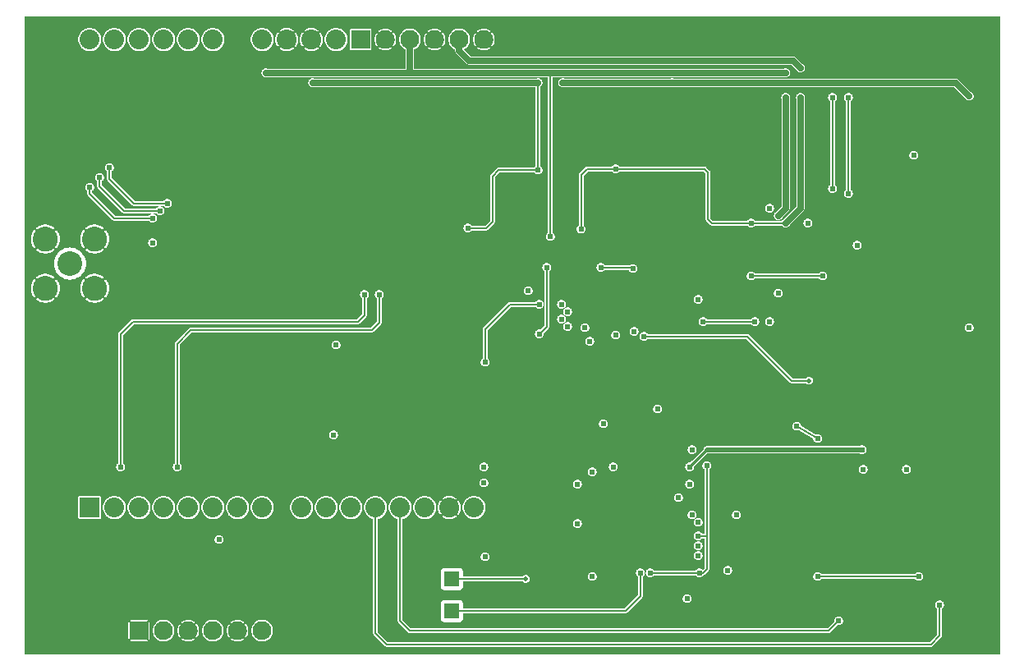
<source format=gbr>
G04 start of page 3 for group 1 idx 1 *
G04 Title: (unknown), gnd_top *
G04 Creator: pcb 1.99z *
G04 CreationDate: Wed 29 Jul 2020 02:45:22 PM GMT UTC *
G04 For: mark *
G04 Format: Gerber/RS-274X *
G04 PCB-Dimensions (mil): 4300.00 3300.00 *
G04 PCB-Coordinate-Origin: lower left *
%MOIN*%
%FSLAX25Y25*%
%LNGROUP1*%
%ADD60C,0.1600*%
%ADD59C,0.0238*%
%ADD58C,0.1000*%
%ADD57C,0.0800*%
%ADD56C,0.0760*%
%ADD55C,0.0140*%
%ADD54C,0.0200*%
%ADD53C,0.0080*%
%ADD52C,0.0250*%
%ADD51C,0.0001*%
%ADD50C,0.0100*%
%ADD49C,0.1250*%
%ADD48C,0.0118*%
%ADD47C,0.0670*%
%ADD46C,0.0380*%
%ADD45C,0.0400*%
G54D45*G54D46*G54D45*G54D47*G54D45*G54D46*G54D48*G54D49*G54D48*G54D49*G54D48*G54D49*G54D48*G54D50*G54D48*G54D49*G54D48*G54D50*G54D48*G54D51*G36*
X221003Y251344D02*X225006D01*
Y218981D01*
X224951Y218947D01*
X224736Y218764D01*
X224553Y218549D01*
X224519Y218494D01*
X221003D01*
Y251344D01*
G37*
G36*
X413506Y20994D02*X401003D01*
Y151699D01*
X401006Y151699D01*
X401287Y151721D01*
X401561Y151786D01*
X401821Y151894D01*
X402061Y152041D01*
X402276Y152224D01*
X402459Y152439D01*
X402606Y152679D01*
X402714Y152939D01*
X402779Y153213D01*
X402796Y153494D01*
X402779Y153775D01*
X402714Y154049D01*
X402606Y154309D01*
X402459Y154549D01*
X402276Y154764D01*
X402061Y154947D01*
X401821Y155094D01*
X401561Y155202D01*
X401287Y155268D01*
X401006Y155290D01*
X401003Y155289D01*
Y245699D01*
X401006Y245699D01*
X401287Y245721D01*
X401561Y245786D01*
X401821Y245894D01*
X402061Y246041D01*
X402276Y246224D01*
X402459Y246439D01*
X402606Y246679D01*
X402714Y246939D01*
X402779Y247213D01*
X402796Y247494D01*
X402779Y247775D01*
X402714Y248049D01*
X402606Y248309D01*
X402459Y248549D01*
X402276Y248764D01*
X402061Y248947D01*
X401821Y249094D01*
X401682Y249152D01*
X401003Y249830D01*
Y279994D01*
X413506D01*
Y20994D01*
G37*
G36*
X401003Y249830D02*X396718Y254115D01*
X396676Y254164D01*
X396479Y254333D01*
X396257Y254469D01*
X396117Y254527D01*
X396017Y254568D01*
X395765Y254629D01*
X395506Y254649D01*
X395441Y254644D01*
X378503D01*
Y279994D01*
X401003D01*
Y249830D01*
G37*
G36*
Y20994D02*X378503D01*
Y23994D01*
X385467D01*
X385506Y23991D01*
X385662Y24003D01*
X385663Y24003D01*
X385816Y24040D01*
X385961Y24100D01*
X386096Y24183D01*
X386215Y24285D01*
X386241Y24315D01*
X389685Y27759D01*
X389715Y27785D01*
X389817Y27904D01*
X389817Y27904D01*
X389900Y28039D01*
X389960Y28184D01*
X389997Y28337D01*
X390009Y28494D01*
X390006Y28533D01*
Y39508D01*
X390061Y39541D01*
X390276Y39724D01*
X390459Y39939D01*
X390606Y40179D01*
X390714Y40439D01*
X390779Y40713D01*
X390796Y40994D01*
X390779Y41275D01*
X390714Y41549D01*
X390606Y41809D01*
X390459Y42049D01*
X390276Y42264D01*
X390061Y42447D01*
X389821Y42594D01*
X389561Y42702D01*
X389287Y42768D01*
X389006Y42790D01*
X388725Y42768D01*
X388451Y42702D01*
X388191Y42594D01*
X387951Y42447D01*
X387736Y42264D01*
X387553Y42049D01*
X387406Y41809D01*
X387298Y41549D01*
X387232Y41275D01*
X387210Y40994D01*
X387232Y40713D01*
X387298Y40439D01*
X387406Y40179D01*
X387553Y39939D01*
X387736Y39724D01*
X387951Y39541D01*
X388006Y39508D01*
Y28908D01*
X385092Y25994D01*
X378503D01*
Y51494D01*
X379019D01*
X379053Y51439D01*
X379236Y51224D01*
X379451Y51041D01*
X379691Y50894D01*
X379951Y50786D01*
X380225Y50721D01*
X380506Y50699D01*
X380787Y50721D01*
X381061Y50786D01*
X381321Y50894D01*
X381561Y51041D01*
X381776Y51224D01*
X381959Y51439D01*
X382106Y51679D01*
X382214Y51939D01*
X382279Y52213D01*
X382296Y52494D01*
X382279Y52775D01*
X382214Y53049D01*
X382106Y53309D01*
X381959Y53549D01*
X381776Y53764D01*
X381561Y53947D01*
X381321Y54094D01*
X381061Y54202D01*
X380787Y54268D01*
X380506Y54290D01*
X380225Y54268D01*
X379951Y54202D01*
X379691Y54094D01*
X379451Y53947D01*
X379236Y53764D01*
X379053Y53549D01*
X379019Y53494D01*
X378503D01*
Y221699D01*
X378506Y221699D01*
X378787Y221721D01*
X379061Y221786D01*
X379321Y221894D01*
X379561Y222041D01*
X379776Y222224D01*
X379959Y222439D01*
X380106Y222679D01*
X380214Y222939D01*
X380279Y223213D01*
X380296Y223494D01*
X380279Y223775D01*
X380214Y224049D01*
X380106Y224309D01*
X379959Y224549D01*
X379776Y224764D01*
X379561Y224947D01*
X379321Y225094D01*
X379061Y225202D01*
X378787Y225268D01*
X378506Y225290D01*
X378503Y225289D01*
Y251344D01*
X394822D01*
X399348Y246818D01*
X399406Y246679D01*
X399553Y246439D01*
X399736Y246224D01*
X399951Y246041D01*
X400191Y245894D01*
X400451Y245786D01*
X400725Y245721D01*
X401003Y245699D01*
Y155289D01*
X400725Y155268D01*
X400451Y155202D01*
X400191Y155094D01*
X399951Y154947D01*
X399736Y154764D01*
X399553Y154549D01*
X399406Y154309D01*
X399298Y154049D01*
X399232Y153775D01*
X399210Y153494D01*
X399232Y153213D01*
X399298Y152939D01*
X399406Y152679D01*
X399553Y152439D01*
X399736Y152224D01*
X399951Y152041D01*
X400191Y151894D01*
X400451Y151786D01*
X400725Y151721D01*
X401003Y151699D01*
Y20994D01*
G37*
G36*
X378503Y254644D02*X352003D01*
Y279994D01*
X378503D01*
Y254644D01*
G37*
G36*
Y53494D02*X375503D01*
Y94199D01*
X375506Y94199D01*
X375787Y94221D01*
X376061Y94286D01*
X376321Y94394D01*
X376561Y94541D01*
X376776Y94724D01*
X376959Y94939D01*
X377106Y95179D01*
X377214Y95439D01*
X377279Y95713D01*
X377296Y95994D01*
X377279Y96275D01*
X377214Y96549D01*
X377106Y96809D01*
X376959Y97049D01*
X376776Y97264D01*
X376561Y97447D01*
X376321Y97594D01*
X376061Y97702D01*
X375787Y97768D01*
X375506Y97790D01*
X375503Y97789D01*
Y251344D01*
X378503D01*
Y225289D01*
X378225Y225268D01*
X377951Y225202D01*
X377691Y225094D01*
X377451Y224947D01*
X377236Y224764D01*
X377053Y224549D01*
X376906Y224309D01*
X376798Y224049D01*
X376732Y223775D01*
X376710Y223494D01*
X376732Y223213D01*
X376798Y222939D01*
X376906Y222679D01*
X377053Y222439D01*
X377236Y222224D01*
X377451Y222041D01*
X377691Y221894D01*
X377951Y221786D01*
X378225Y221721D01*
X378503Y221699D01*
Y53494D01*
G37*
G36*
X375503D02*X358003D01*
Y94199D01*
X358006Y94199D01*
X358287Y94221D01*
X358561Y94286D01*
X358821Y94394D01*
X359061Y94541D01*
X359276Y94724D01*
X359459Y94939D01*
X359606Y95179D01*
X359714Y95439D01*
X359779Y95713D01*
X359796Y95994D01*
X359779Y96275D01*
X359714Y96549D01*
X359606Y96809D01*
X359459Y97049D01*
X359276Y97264D01*
X359061Y97447D01*
X358821Y97594D01*
X358561Y97702D01*
X358287Y97768D01*
X358006Y97790D01*
X358003Y97789D01*
Y102273D01*
X358061Y102286D01*
X358321Y102394D01*
X358561Y102541D01*
X358776Y102724D01*
X358959Y102939D01*
X359106Y103179D01*
X359214Y103439D01*
X359279Y103713D01*
X359296Y103994D01*
X359279Y104275D01*
X359214Y104549D01*
X359106Y104809D01*
X358959Y105049D01*
X358776Y105264D01*
X358561Y105447D01*
X358321Y105594D01*
X358061Y105702D01*
X358003Y105716D01*
Y251344D01*
X375503D01*
Y97789D01*
X375225Y97768D01*
X374951Y97702D01*
X374691Y97594D01*
X374451Y97447D01*
X374236Y97264D01*
X374053Y97049D01*
X373906Y96809D01*
X373798Y96549D01*
X373732Y96275D01*
X373710Y95994D01*
X373732Y95713D01*
X373798Y95439D01*
X373906Y95179D01*
X374053Y94939D01*
X374236Y94724D01*
X374451Y94541D01*
X374691Y94394D01*
X374951Y94286D01*
X375225Y94221D01*
X375503Y94199D01*
Y53494D01*
G37*
G36*
X358003Y105716D02*X357787Y105768D01*
X357506Y105790D01*
X357225Y105768D01*
X356951Y105702D01*
X356691Y105594D01*
X356451Y105447D01*
X356389Y105394D01*
X355503D01*
Y185199D01*
X355506Y185199D01*
X355787Y185221D01*
X356061Y185286D01*
X356321Y185394D01*
X356561Y185541D01*
X356776Y185724D01*
X356959Y185939D01*
X357106Y186179D01*
X357214Y186439D01*
X357279Y186713D01*
X357296Y186994D01*
X357279Y187275D01*
X357214Y187549D01*
X357106Y187809D01*
X356959Y188049D01*
X356776Y188264D01*
X356561Y188447D01*
X356321Y188594D01*
X356061Y188702D01*
X355787Y188768D01*
X355506Y188790D01*
X355503Y188789D01*
Y251344D01*
X358003D01*
Y105716D01*
G37*
G36*
Y53494D02*X355503D01*
Y102594D01*
X356389D01*
X356451Y102541D01*
X356691Y102394D01*
X356951Y102286D01*
X357225Y102221D01*
X357506Y102199D01*
X357787Y102221D01*
X358003Y102273D01*
Y97789D01*
X357725Y97768D01*
X357451Y97702D01*
X357191Y97594D01*
X356951Y97447D01*
X356736Y97264D01*
X356553Y97049D01*
X356406Y96809D01*
X356298Y96549D01*
X356232Y96275D01*
X356210Y95994D01*
X356232Y95713D01*
X356298Y95439D01*
X356406Y95179D01*
X356553Y94939D01*
X356736Y94724D01*
X356951Y94541D01*
X357191Y94394D01*
X357451Y94286D01*
X357725Y94221D01*
X358003Y94199D01*
Y53494D01*
G37*
G36*
X355503Y105394D02*X352003D01*
Y206199D01*
X352006Y206199D01*
X352287Y206221D01*
X352561Y206286D01*
X352821Y206394D01*
X353061Y206541D01*
X353276Y206724D01*
X353459Y206939D01*
X353606Y207179D01*
X353714Y207439D01*
X353779Y207713D01*
X353796Y207994D01*
X353779Y208275D01*
X353714Y208549D01*
X353606Y208809D01*
X353459Y209049D01*
X353276Y209264D01*
X353061Y209447D01*
X353006Y209481D01*
Y245508D01*
X353061Y245541D01*
X353276Y245724D01*
X353459Y245939D01*
X353606Y246179D01*
X353714Y246439D01*
X353779Y246713D01*
X353796Y246994D01*
X353779Y247275D01*
X353714Y247549D01*
X353606Y247809D01*
X353459Y248049D01*
X353276Y248264D01*
X353061Y248447D01*
X352821Y248594D01*
X352561Y248702D01*
X352287Y248768D01*
X352006Y248790D01*
X352003Y248789D01*
Y251344D01*
X355503D01*
Y188789D01*
X355225Y188768D01*
X354951Y188702D01*
X354691Y188594D01*
X354451Y188447D01*
X354236Y188264D01*
X354053Y188049D01*
X353906Y187809D01*
X353798Y187549D01*
X353732Y187275D01*
X353710Y186994D01*
X353732Y186713D01*
X353798Y186439D01*
X353906Y186179D01*
X354053Y185939D01*
X354236Y185724D01*
X354451Y185541D01*
X354691Y185394D01*
X354951Y185286D01*
X355225Y185221D01*
X355503Y185199D01*
Y105394D01*
G37*
G36*
Y53494D02*X352003D01*
Y102594D01*
X355503D01*
Y53494D01*
G37*
G36*
X378503Y25994D02*X352003D01*
Y51494D01*
X378503D01*
Y25994D01*
G37*
G36*
Y20994D02*X352003D01*
Y23994D01*
X378503D01*
Y20994D01*
G37*
G36*
X352003Y254644D02*X345503D01*
Y279994D01*
X352003D01*
Y254644D01*
G37*
G36*
Y105394D02*X345503D01*
Y208199D01*
X345506Y208199D01*
X345787Y208221D01*
X346061Y208286D01*
X346321Y208394D01*
X346561Y208541D01*
X346776Y208724D01*
X346959Y208939D01*
X347106Y209179D01*
X347214Y209439D01*
X347279Y209713D01*
X347296Y209994D01*
X347279Y210275D01*
X347214Y210549D01*
X347106Y210809D01*
X346959Y211049D01*
X346776Y211264D01*
X346561Y211447D01*
X346506Y211481D01*
Y245508D01*
X346561Y245541D01*
X346776Y245724D01*
X346959Y245939D01*
X347106Y246179D01*
X347214Y246439D01*
X347279Y246713D01*
X347296Y246994D01*
X347279Y247275D01*
X347214Y247549D01*
X347106Y247809D01*
X346959Y248049D01*
X346776Y248264D01*
X346561Y248447D01*
X346321Y248594D01*
X346061Y248702D01*
X345787Y248768D01*
X345506Y248790D01*
X345503Y248789D01*
Y251344D01*
X352003D01*
Y248789D01*
X351725Y248768D01*
X351451Y248702D01*
X351191Y248594D01*
X350951Y248447D01*
X350736Y248264D01*
X350553Y248049D01*
X350406Y247809D01*
X350298Y247549D01*
X350232Y247275D01*
X350210Y246994D01*
X350232Y246713D01*
X350298Y246439D01*
X350406Y246179D01*
X350553Y245939D01*
X350736Y245724D01*
X350951Y245541D01*
X351006Y245508D01*
Y209481D01*
X350951Y209447D01*
X350736Y209264D01*
X350553Y209049D01*
X350406Y208809D01*
X350298Y208549D01*
X350232Y208275D01*
X350210Y207994D01*
X350232Y207713D01*
X350298Y207439D01*
X350406Y207179D01*
X350553Y206939D01*
X350736Y206724D01*
X350951Y206541D01*
X351191Y206394D01*
X351451Y206286D01*
X351725Y206221D01*
X352003Y206199D01*
Y105394D01*
G37*
G36*
Y53494D02*X345503D01*
Y102594D01*
X352003D01*
Y53494D01*
G37*
G36*
Y25994D02*X345503D01*
Y30577D01*
X347662Y32736D01*
X347725Y32721D01*
X348006Y32699D01*
X348287Y32721D01*
X348561Y32786D01*
X348821Y32894D01*
X349061Y33041D01*
X349276Y33224D01*
X349459Y33439D01*
X349606Y33679D01*
X349714Y33939D01*
X349779Y34213D01*
X349796Y34494D01*
X349779Y34775D01*
X349714Y35049D01*
X349606Y35309D01*
X349459Y35549D01*
X349276Y35764D01*
X349061Y35947D01*
X348821Y36094D01*
X348561Y36202D01*
X348287Y36268D01*
X348006Y36290D01*
X347725Y36268D01*
X347451Y36202D01*
X347191Y36094D01*
X346951Y35947D01*
X346736Y35764D01*
X346553Y35549D01*
X346406Y35309D01*
X346298Y35049D01*
X346232Y34775D01*
X346210Y34494D01*
X346232Y34213D01*
X346248Y34150D01*
X345503Y33406D01*
Y51494D01*
X352003D01*
Y25994D01*
G37*
G36*
Y20994D02*X345503D01*
Y23994D01*
X352003D01*
Y20994D01*
G37*
G36*
X345503Y254644D02*X327003D01*
Y255273D01*
X327061Y255286D01*
X327321Y255394D01*
X327561Y255541D01*
X327776Y255724D01*
X327959Y255939D01*
X328106Y256179D01*
X328214Y256439D01*
X328279Y256713D01*
X328296Y256994D01*
X328279Y257275D01*
X328214Y257549D01*
X328106Y257809D01*
X327959Y258049D01*
X327776Y258264D01*
X327561Y258447D01*
X327321Y258594D01*
X327061Y258702D01*
X327003Y258716D01*
Y260344D01*
X328822D01*
X330848Y258318D01*
X330906Y258179D01*
X331053Y257939D01*
X331236Y257724D01*
X331451Y257541D01*
X331691Y257394D01*
X331951Y257286D01*
X332225Y257221D01*
X332506Y257199D01*
X332787Y257221D01*
X333061Y257286D01*
X333321Y257394D01*
X333561Y257541D01*
X333776Y257724D01*
X333959Y257939D01*
X334106Y258179D01*
X334214Y258439D01*
X334279Y258713D01*
X334296Y258994D01*
X334279Y259275D01*
X334214Y259549D01*
X334106Y259809D01*
X333959Y260049D01*
X333776Y260264D01*
X333561Y260447D01*
X333321Y260594D01*
X333182Y260652D01*
X330718Y263115D01*
X330676Y263164D01*
X330479Y263333D01*
X330257Y263469D01*
X330117Y263527D01*
X330017Y263568D01*
X329765Y263629D01*
X329506Y263649D01*
X329441Y263644D01*
X327003D01*
Y279994D01*
X345503D01*
Y254644D01*
G37*
G36*
Y105394D02*X335253D01*
Y109836D01*
X337719Y108385D01*
X337732Y108213D01*
X337798Y107939D01*
X337906Y107679D01*
X338053Y107439D01*
X338236Y107224D01*
X338451Y107041D01*
X338691Y106894D01*
X338951Y106786D01*
X339225Y106721D01*
X339506Y106699D01*
X339787Y106721D01*
X340061Y106786D01*
X340321Y106894D01*
X340561Y107041D01*
X340776Y107224D01*
X340959Y107439D01*
X341106Y107679D01*
X341214Y107939D01*
X341279Y108213D01*
X341296Y108494D01*
X341279Y108775D01*
X341214Y109049D01*
X341106Y109309D01*
X340959Y109549D01*
X340776Y109764D01*
X340561Y109947D01*
X340321Y110094D01*
X340061Y110202D01*
X339787Y110268D01*
X339506Y110290D01*
X339225Y110268D01*
X338951Y110202D01*
X338731Y110110D01*
X335253Y112156D01*
Y130579D01*
X335277Y130564D01*
X335510Y130468D01*
X335755Y130409D01*
X336006Y130389D01*
X336257Y130409D01*
X336502Y130468D01*
X336735Y130564D01*
X336949Y130696D01*
X337141Y130859D01*
X337304Y131051D01*
X337436Y131265D01*
X337532Y131498D01*
X337591Y131743D01*
X337606Y131994D01*
X337591Y132245D01*
X337532Y132490D01*
X337436Y132723D01*
X337304Y132937D01*
X337141Y133129D01*
X336949Y133293D01*
X336735Y133424D01*
X336502Y133520D01*
X336257Y133579D01*
X336006Y133599D01*
X335755Y133579D01*
X335510Y133520D01*
X335277Y133424D01*
X335253Y133409D01*
Y173494D01*
X340019D01*
X340053Y173439D01*
X340236Y173224D01*
X340451Y173041D01*
X340691Y172894D01*
X340951Y172786D01*
X341225Y172721D01*
X341506Y172699D01*
X341787Y172721D01*
X342061Y172786D01*
X342321Y172894D01*
X342561Y173041D01*
X342776Y173224D01*
X342959Y173439D01*
X343106Y173679D01*
X343214Y173939D01*
X343279Y174213D01*
X343296Y174494D01*
X343279Y174775D01*
X343214Y175049D01*
X343106Y175309D01*
X342959Y175549D01*
X342776Y175764D01*
X342561Y175947D01*
X342321Y176094D01*
X342061Y176202D01*
X341787Y176268D01*
X341506Y176290D01*
X341225Y176268D01*
X340951Y176202D01*
X340691Y176094D01*
X340451Y175947D01*
X340236Y175764D01*
X340053Y175549D01*
X340019Y175494D01*
X335253D01*
Y194218D01*
X335506Y194199D01*
X335787Y194221D01*
X336061Y194286D01*
X336321Y194394D01*
X336561Y194541D01*
X336776Y194724D01*
X336959Y194939D01*
X337106Y195179D01*
X337214Y195439D01*
X337279Y195713D01*
X337296Y195994D01*
X337279Y196275D01*
X337214Y196549D01*
X337106Y196809D01*
X336959Y197049D01*
X336776Y197264D01*
X336561Y197447D01*
X336321Y197594D01*
X336061Y197702D01*
X335787Y197768D01*
X335506Y197790D01*
X335253Y197770D01*
Y251344D01*
X345503D01*
Y248789D01*
X345225Y248768D01*
X344951Y248702D01*
X344691Y248594D01*
X344451Y248447D01*
X344236Y248264D01*
X344053Y248049D01*
X343906Y247809D01*
X343798Y247549D01*
X343732Y247275D01*
X343710Y246994D01*
X343732Y246713D01*
X343798Y246439D01*
X343906Y246179D01*
X344053Y245939D01*
X344236Y245724D01*
X344451Y245541D01*
X344506Y245508D01*
Y211481D01*
X344451Y211447D01*
X344236Y211264D01*
X344053Y211049D01*
X343906Y210809D01*
X343798Y210549D01*
X343732Y210275D01*
X343710Y209994D01*
X343732Y209713D01*
X343798Y209439D01*
X343906Y209179D01*
X344053Y208939D01*
X344236Y208724D01*
X344451Y208541D01*
X344691Y208394D01*
X344951Y208286D01*
X345225Y208221D01*
X345503Y208199D01*
Y105394D01*
G37*
G36*
X335253Y175494D02*X327003D01*
Y194273D01*
X327061Y194286D01*
X327321Y194394D01*
X327561Y194541D01*
X327776Y194724D01*
X327959Y194939D01*
X328106Y195179D01*
X328163Y195318D01*
X333627Y200782D01*
X333676Y200824D01*
X333845Y201021D01*
X333845Y201021D01*
X333981Y201243D01*
X334080Y201483D01*
X334141Y201735D01*
X334161Y201994D01*
X334156Y202059D01*
Y246300D01*
X334214Y246439D01*
X334279Y246713D01*
X334296Y246994D01*
X334279Y247275D01*
X334214Y247549D01*
X334106Y247809D01*
X333959Y248049D01*
X333776Y248264D01*
X333561Y248447D01*
X333321Y248594D01*
X333061Y248702D01*
X332787Y248768D01*
X332506Y248790D01*
X332225Y248768D01*
X331951Y248702D01*
X331691Y248594D01*
X331451Y248447D01*
X331236Y248264D01*
X331053Y248049D01*
X330906Y247809D01*
X330798Y247549D01*
X330732Y247275D01*
X330710Y246994D01*
X330732Y246713D01*
X330798Y246439D01*
X330856Y246300D01*
Y202678D01*
X327003Y198825D01*
Y200158D01*
X327627Y200782D01*
X327676Y200824D01*
X327845Y201021D01*
X327845Y201021D01*
X327981Y201243D01*
X328080Y201483D01*
X328141Y201735D01*
X328161Y201994D01*
X328156Y202059D01*
Y246300D01*
X328214Y246439D01*
X328279Y246713D01*
X328296Y246994D01*
X328279Y247275D01*
X328214Y247549D01*
X328106Y247809D01*
X327959Y248049D01*
X327776Y248264D01*
X327561Y248447D01*
X327321Y248594D01*
X327061Y248702D01*
X327003Y248716D01*
Y251344D01*
X335253D01*
Y197770D01*
X335225Y197768D01*
X334951Y197702D01*
X334691Y197594D01*
X334451Y197447D01*
X334236Y197264D01*
X334053Y197049D01*
X333906Y196809D01*
X333798Y196549D01*
X333732Y196275D01*
X333710Y195994D01*
X333732Y195713D01*
X333798Y195439D01*
X333906Y195179D01*
X334053Y194939D01*
X334236Y194724D01*
X334451Y194541D01*
X334691Y194394D01*
X334951Y194286D01*
X335225Y194221D01*
X335253Y194218D01*
Y175494D01*
G37*
G36*
Y133409D02*X335063Y133293D01*
X334871Y133129D01*
X334756Y132994D01*
X329420D01*
X327003Y135411D01*
Y173494D01*
X335253D01*
Y133409D01*
G37*
G36*
Y105394D02*X327003D01*
Y132583D01*
X328271Y131315D01*
X328297Y131285D01*
X328416Y131183D01*
X328416Y131183D01*
X328551Y131100D01*
X328696Y131040D01*
X328819Y131010D01*
X328849Y131003D01*
X328849D01*
X329006Y130991D01*
X329045Y130994D01*
X334756D01*
X334871Y130859D01*
X335063Y130696D01*
X335253Y130579D01*
Y112156D01*
X332789Y113605D01*
X332779Y113775D01*
X332714Y114049D01*
X332606Y114309D01*
X332459Y114549D01*
X332276Y114764D01*
X332061Y114947D01*
X331821Y115094D01*
X331561Y115202D01*
X331287Y115268D01*
X331006Y115290D01*
X330725Y115268D01*
X330451Y115202D01*
X330191Y115094D01*
X329951Y114947D01*
X329736Y114764D01*
X329553Y114549D01*
X329406Y114309D01*
X329298Y114049D01*
X329232Y113775D01*
X329210Y113494D01*
X329232Y113213D01*
X329298Y112939D01*
X329406Y112679D01*
X329553Y112439D01*
X329736Y112224D01*
X329951Y112041D01*
X330191Y111894D01*
X330451Y111786D01*
X330725Y111721D01*
X331006Y111699D01*
X331287Y111721D01*
X331561Y111786D01*
X331781Y111878D01*
X335253Y109836D01*
Y105394D01*
G37*
G36*
X345503Y33406D02*X343592Y31494D01*
X327003D01*
Y102594D01*
X345503D01*
Y53494D01*
X340992D01*
X340959Y53549D01*
X340776Y53764D01*
X340561Y53947D01*
X340321Y54094D01*
X340061Y54202D01*
X339787Y54268D01*
X339506Y54290D01*
X339225Y54268D01*
X338951Y54202D01*
X338691Y54094D01*
X338451Y53947D01*
X338236Y53764D01*
X338053Y53549D01*
X337906Y53309D01*
X337798Y53049D01*
X337732Y52775D01*
X337710Y52494D01*
X337732Y52213D01*
X337798Y51939D01*
X337906Y51679D01*
X338053Y51439D01*
X338236Y51224D01*
X338451Y51041D01*
X338691Y50894D01*
X338951Y50786D01*
X339225Y50721D01*
X339506Y50699D01*
X339787Y50721D01*
X340061Y50786D01*
X340321Y50894D01*
X340561Y51041D01*
X340776Y51224D01*
X340959Y51439D01*
X340992Y51494D01*
X345503D01*
Y33406D01*
G37*
G36*
Y25994D02*X327003D01*
Y29494D01*
X343967D01*
X344006Y29491D01*
X344163Y29503D01*
X344163Y29503D01*
X344316Y29540D01*
X344461Y29600D01*
X344596Y29683D01*
X344715Y29785D01*
X344741Y29815D01*
X345503Y30577D01*
Y25994D01*
G37*
G36*
Y20994D02*X327003D01*
Y23994D01*
X345503D01*
Y20994D01*
G37*
G36*
X327003Y263644D02*X245003D01*
Y279994D01*
X327003D01*
Y263644D01*
G37*
G36*
Y258716D02*X326787Y258768D01*
X326506Y258790D01*
X326225Y258768D01*
X325951Y258702D01*
X325812Y258644D01*
X245003D01*
Y260344D01*
X327003D01*
Y258716D01*
G37*
G36*
Y254644D02*X281200D01*
X281061Y254702D01*
X280787Y254768D01*
X280506Y254790D01*
X280225Y254768D01*
X279951Y254702D01*
X279812Y254644D01*
X245003D01*
Y255344D01*
X325812D01*
X325951Y255286D01*
X326225Y255221D01*
X326506Y255199D01*
X326787Y255221D01*
X327003Y255273D01*
Y254644D01*
G37*
G36*
Y198825D02*X325830Y197652D01*
X325691Y197594D01*
X325451Y197447D01*
X325236Y197264D01*
X325053Y197049D01*
X325019Y196994D01*
X320003D01*
Y200199D01*
X320006Y200199D01*
X320287Y200221D01*
X320561Y200286D01*
X320821Y200394D01*
X321061Y200541D01*
X321276Y200724D01*
X321459Y200939D01*
X321606Y201179D01*
X321714Y201439D01*
X321779Y201713D01*
X321796Y201994D01*
X321779Y202275D01*
X321714Y202549D01*
X321606Y202809D01*
X321459Y203049D01*
X321276Y203264D01*
X321061Y203447D01*
X320821Y203594D01*
X320561Y203702D01*
X320287Y203768D01*
X320006Y203790D01*
X320003Y203789D01*
Y251344D01*
X327003D01*
Y248716D01*
X326787Y248768D01*
X326506Y248790D01*
X326225Y248768D01*
X325951Y248702D01*
X325691Y248594D01*
X325451Y248447D01*
X325236Y248264D01*
X325053Y248049D01*
X324906Y247809D01*
X324798Y247549D01*
X324732Y247275D01*
X324710Y246994D01*
X324732Y246713D01*
X324798Y246439D01*
X324856Y246300D01*
Y202678D01*
X322830Y200652D01*
X322691Y200594D01*
X322451Y200447D01*
X322236Y200264D01*
X322053Y200049D01*
X321906Y199809D01*
X321798Y199549D01*
X321732Y199275D01*
X321710Y198994D01*
X321732Y198713D01*
X321798Y198439D01*
X321906Y198179D01*
X322053Y197939D01*
X322236Y197724D01*
X322451Y197541D01*
X322691Y197394D01*
X322951Y197286D01*
X323225Y197221D01*
X323506Y197199D01*
X323787Y197221D01*
X324061Y197286D01*
X324321Y197394D01*
X324561Y197541D01*
X324776Y197724D01*
X324959Y197939D01*
X325106Y198179D01*
X325163Y198318D01*
X327003Y200158D01*
Y198825D01*
G37*
G36*
X320003Y196994D02*X313992D01*
X313959Y197049D01*
X313776Y197264D01*
X313561Y197447D01*
X313321Y197594D01*
X313061Y197702D01*
X312787Y197768D01*
X312506Y197790D01*
X312225Y197768D01*
X311951Y197702D01*
X311691Y197594D01*
X311451Y197447D01*
X311236Y197264D01*
X311053Y197049D01*
X311019Y196994D01*
X296920D01*
X296006Y197908D01*
Y216455D01*
X296009Y216494D01*
X295997Y216651D01*
X295997Y216651D01*
X295960Y216804D01*
X295900Y216949D01*
X295817Y217084D01*
X295715Y217203D01*
X295685Y217229D01*
X294241Y218674D01*
X294215Y218703D01*
X294096Y218806D01*
X294096Y218806D01*
X293961Y218888D01*
X293816Y218948D01*
X293663Y218985D01*
X293506Y218997D01*
X293467Y218994D01*
X258992D01*
X258959Y219049D01*
X258776Y219264D01*
X258561Y219447D01*
X258321Y219594D01*
X258061Y219702D01*
X257787Y219768D01*
X257506Y219790D01*
X257225Y219768D01*
X256951Y219702D01*
X256691Y219594D01*
X256451Y219447D01*
X256236Y219264D01*
X256053Y219049D01*
X256019Y218994D01*
X246045D01*
X246006Y218997D01*
X245849Y218985D01*
X245696Y218948D01*
X245551Y218888D01*
X245416Y218806D01*
X245416Y218805D01*
X245297Y218703D01*
X245271Y218674D01*
X245003Y218406D01*
Y251344D01*
X279812D01*
X279951Y251286D01*
X280225Y251221D01*
X280506Y251199D01*
X280787Y251221D01*
X281061Y251286D01*
X281200Y251344D01*
X320003D01*
Y203789D01*
X319725Y203768D01*
X319451Y203702D01*
X319191Y203594D01*
X318951Y203447D01*
X318736Y203264D01*
X318553Y203049D01*
X318406Y202809D01*
X318298Y202549D01*
X318232Y202275D01*
X318210Y201994D01*
X318232Y201713D01*
X318298Y201439D01*
X318406Y201179D01*
X318553Y200939D01*
X318736Y200724D01*
X318951Y200541D01*
X319191Y200394D01*
X319451Y200286D01*
X319725Y200221D01*
X320003Y200199D01*
Y196994D01*
G37*
G36*
X303503Y148994D02*X310592D01*
X327003Y132583D01*
Y105394D01*
X303503D01*
Y148994D01*
G37*
G36*
X323503Y173494D02*X327003D01*
Y135411D01*
X323503Y138911D01*
Y165699D01*
X323506Y165699D01*
X323787Y165721D01*
X324061Y165786D01*
X324321Y165894D01*
X324561Y166041D01*
X324776Y166224D01*
X324959Y166439D01*
X325106Y166679D01*
X325214Y166939D01*
X325279Y167213D01*
X325296Y167494D01*
X325279Y167775D01*
X325214Y168049D01*
X325106Y168309D01*
X324959Y168549D01*
X324776Y168764D01*
X324561Y168947D01*
X324321Y169094D01*
X324061Y169202D01*
X323787Y169268D01*
X323506Y169290D01*
X323503Y169289D01*
Y173494D01*
G37*
G36*
X320003D02*X323503D01*
Y169289D01*
X323225Y169268D01*
X322951Y169202D01*
X322691Y169094D01*
X322451Y168947D01*
X322236Y168764D01*
X322053Y168549D01*
X321906Y168309D01*
X321798Y168049D01*
X321732Y167775D01*
X321710Y167494D01*
X321732Y167213D01*
X321798Y166939D01*
X321906Y166679D01*
X322053Y166439D01*
X322236Y166224D01*
X322451Y166041D01*
X322691Y165894D01*
X322951Y165786D01*
X323225Y165721D01*
X323503Y165699D01*
Y138911D01*
X320003Y142411D01*
Y154199D01*
X320006Y154199D01*
X320287Y154221D01*
X320561Y154286D01*
X320821Y154394D01*
X321061Y154541D01*
X321276Y154724D01*
X321459Y154939D01*
X321606Y155179D01*
X321714Y155439D01*
X321779Y155713D01*
X321796Y155994D01*
X321779Y156275D01*
X321714Y156549D01*
X321606Y156809D01*
X321459Y157049D01*
X321276Y157264D01*
X321061Y157447D01*
X320821Y157594D01*
X320561Y157702D01*
X320287Y157768D01*
X320006Y157790D01*
X320003Y157789D01*
Y173494D01*
G37*
G36*
Y194994D02*X325019D01*
X325053Y194939D01*
X325236Y194724D01*
X325451Y194541D01*
X325691Y194394D01*
X325951Y194286D01*
X326225Y194221D01*
X326506Y194199D01*
X326787Y194221D01*
X327003Y194273D01*
Y175494D01*
X320003D01*
Y194994D01*
G37*
G36*
X303503D02*X311019D01*
X311053Y194939D01*
X311236Y194724D01*
X311451Y194541D01*
X311691Y194394D01*
X311951Y194286D01*
X312225Y194221D01*
X312506Y194199D01*
X312787Y194221D01*
X313061Y194286D01*
X313321Y194394D01*
X313561Y194541D01*
X313776Y194724D01*
X313959Y194939D01*
X313992Y194994D01*
X320003D01*
Y175494D01*
X313992D01*
X313959Y175549D01*
X313776Y175764D01*
X313561Y175947D01*
X313321Y176094D01*
X313061Y176202D01*
X312787Y176268D01*
X312506Y176290D01*
X312225Y176268D01*
X311951Y176202D01*
X311691Y176094D01*
X311451Y175947D01*
X311236Y175764D01*
X311053Y175549D01*
X310906Y175309D01*
X310798Y175049D01*
X310732Y174775D01*
X310710Y174494D01*
X310732Y174213D01*
X310798Y173939D01*
X310906Y173679D01*
X311053Y173439D01*
X311236Y173224D01*
X311451Y173041D01*
X311691Y172894D01*
X311951Y172786D01*
X312225Y172721D01*
X312506Y172699D01*
X312787Y172721D01*
X313061Y172786D01*
X313321Y172894D01*
X313561Y173041D01*
X313776Y173224D01*
X313959Y173439D01*
X313992Y173494D01*
X320003D01*
Y157789D01*
X319725Y157768D01*
X319451Y157702D01*
X319191Y157594D01*
X318951Y157447D01*
X318736Y157264D01*
X318553Y157049D01*
X318406Y156809D01*
X318298Y156549D01*
X318232Y156275D01*
X318210Y155994D01*
X318232Y155713D01*
X318298Y155439D01*
X318406Y155179D01*
X318553Y154939D01*
X318736Y154724D01*
X318951Y154541D01*
X319191Y154394D01*
X319451Y154286D01*
X319725Y154221D01*
X320003Y154199D01*
Y142411D01*
X311741Y150673D01*
X311715Y150703D01*
X311596Y150806D01*
X311461Y150888D01*
X311316Y150948D01*
X311163Y150985D01*
X311163Y150985D01*
X311006Y150997D01*
X310967Y150994D01*
X303503D01*
Y154994D01*
X312519D01*
X312553Y154939D01*
X312736Y154724D01*
X312951Y154541D01*
X313191Y154394D01*
X313451Y154286D01*
X313725Y154221D01*
X314006Y154199D01*
X314287Y154221D01*
X314561Y154286D01*
X314821Y154394D01*
X315061Y154541D01*
X315276Y154724D01*
X315459Y154939D01*
X315606Y155179D01*
X315714Y155439D01*
X315779Y155713D01*
X315796Y155994D01*
X315779Y156275D01*
X315714Y156549D01*
X315606Y156809D01*
X315459Y157049D01*
X315276Y157264D01*
X315061Y157447D01*
X314821Y157594D01*
X314561Y157702D01*
X314287Y157768D01*
X314006Y157790D01*
X313725Y157768D01*
X313451Y157702D01*
X313191Y157594D01*
X312951Y157447D01*
X312736Y157264D01*
X312553Y157049D01*
X312519Y156994D01*
X303503D01*
Y194994D01*
G37*
G36*
X327003Y31494D02*X306503D01*
Y75699D01*
X306506Y75699D01*
X306787Y75721D01*
X307061Y75786D01*
X307321Y75894D01*
X307561Y76041D01*
X307776Y76224D01*
X307959Y76439D01*
X308106Y76679D01*
X308214Y76939D01*
X308279Y77213D01*
X308296Y77494D01*
X308279Y77775D01*
X308214Y78049D01*
X308106Y78309D01*
X307959Y78549D01*
X307776Y78764D01*
X307561Y78947D01*
X307321Y79094D01*
X307061Y79202D01*
X306787Y79268D01*
X306506Y79290D01*
X306503Y79289D01*
Y102594D01*
X327003D01*
Y31494D01*
G37*
G36*
X306503D02*X303503D01*
Y53273D01*
X303561Y53286D01*
X303821Y53394D01*
X304061Y53541D01*
X304276Y53724D01*
X304459Y53939D01*
X304606Y54179D01*
X304714Y54439D01*
X304779Y54713D01*
X304796Y54994D01*
X304779Y55275D01*
X304714Y55549D01*
X304606Y55809D01*
X304459Y56049D01*
X304276Y56264D01*
X304061Y56447D01*
X303821Y56594D01*
X303561Y56702D01*
X303503Y56716D01*
Y102594D01*
X306503D01*
Y79289D01*
X306225Y79268D01*
X305951Y79202D01*
X305691Y79094D01*
X305451Y78947D01*
X305236Y78764D01*
X305053Y78549D01*
X304906Y78309D01*
X304798Y78049D01*
X304732Y77775D01*
X304710Y77494D01*
X304732Y77213D01*
X304798Y76939D01*
X304906Y76679D01*
X305053Y76439D01*
X305236Y76224D01*
X305451Y76041D01*
X305691Y75894D01*
X305951Y75786D01*
X306225Y75721D01*
X306503Y75699D01*
Y31494D01*
G37*
G36*
X291003Y216994D02*X293092D01*
X294006Y216080D01*
Y197533D01*
X294003Y197494D01*
X294015Y197337D01*
Y197337D01*
X294022Y197308D01*
X294052Y197184D01*
X294112Y197039D01*
X294194Y196904D01*
X294194Y196904D01*
X294297Y196785D01*
X294326Y196759D01*
X295771Y195315D01*
X295797Y195285D01*
X295916Y195183D01*
X295916Y195183D01*
X296051Y195100D01*
X296196Y195040D01*
X296349Y195003D01*
X296506Y194991D01*
X296545Y194994D01*
X303503D01*
Y156994D01*
X294492D01*
X294459Y157049D01*
X294276Y157264D01*
X294061Y157447D01*
X293821Y157594D01*
X293561Y157702D01*
X293287Y157768D01*
X293006Y157790D01*
X292725Y157768D01*
X292451Y157702D01*
X292191Y157594D01*
X291951Y157447D01*
X291736Y157264D01*
X291553Y157049D01*
X291406Y156809D01*
X291298Y156549D01*
X291232Y156275D01*
X291210Y155994D01*
X291232Y155713D01*
X291298Y155439D01*
X291406Y155179D01*
X291553Y154939D01*
X291736Y154724D01*
X291951Y154541D01*
X292191Y154394D01*
X292451Y154286D01*
X292725Y154221D01*
X293006Y154199D01*
X293287Y154221D01*
X293561Y154286D01*
X293821Y154394D01*
X294061Y154541D01*
X294276Y154724D01*
X294459Y154939D01*
X294492Y154994D01*
X303503D01*
Y150994D01*
X291003D01*
Y163199D01*
X291006Y163199D01*
X291287Y163221D01*
X291561Y163286D01*
X291821Y163394D01*
X292061Y163541D01*
X292276Y163724D01*
X292459Y163939D01*
X292606Y164179D01*
X292714Y164439D01*
X292779Y164713D01*
X292796Y164994D01*
X292779Y165275D01*
X292714Y165549D01*
X292606Y165809D01*
X292459Y166049D01*
X292276Y166264D01*
X292061Y166447D01*
X291821Y166594D01*
X291561Y166702D01*
X291287Y166768D01*
X291006Y166790D01*
X291003Y166789D01*
Y216994D01*
G37*
G36*
X283003D02*X291003D01*
Y166789D01*
X290725Y166768D01*
X290451Y166702D01*
X290191Y166594D01*
X289951Y166447D01*
X289736Y166264D01*
X289553Y166049D01*
X289406Y165809D01*
X289298Y165549D01*
X289232Y165275D01*
X289210Y164994D01*
X289232Y164713D01*
X289298Y164439D01*
X289406Y164179D01*
X289553Y163939D01*
X289736Y163724D01*
X289951Y163541D01*
X290191Y163394D01*
X290451Y163286D01*
X290725Y163221D01*
X291003Y163199D01*
Y150994D01*
X283003D01*
Y216994D01*
G37*
G36*
X288503Y148994D02*X303503D01*
Y105394D01*
X294506D01*
X294286Y105381D01*
X294072Y105330D01*
X293868Y105245D01*
X293680Y105130D01*
X293513Y104987D01*
X293370Y104820D01*
X293255Y104632D01*
X293170Y104428D01*
X293119Y104214D01*
X293115Y104158D01*
X288503Y99547D01*
Y102199D01*
X288506Y102199D01*
X288787Y102221D01*
X289061Y102286D01*
X289321Y102394D01*
X289561Y102541D01*
X289776Y102724D01*
X289959Y102939D01*
X290106Y103179D01*
X290214Y103439D01*
X290279Y103713D01*
X290296Y103994D01*
X290279Y104275D01*
X290214Y104549D01*
X290106Y104809D01*
X289959Y105049D01*
X289776Y105264D01*
X289561Y105447D01*
X289321Y105594D01*
X289061Y105702D01*
X288787Y105768D01*
X288506Y105790D01*
X288503Y105789D01*
Y148994D01*
G37*
G36*
X286503D02*X288503D01*
Y105789D01*
X288225Y105768D01*
X287951Y105702D01*
X287691Y105594D01*
X287451Y105447D01*
X287236Y105264D01*
X287053Y105049D01*
X286906Y104809D01*
X286798Y104549D01*
X286732Y104275D01*
X286710Y103994D01*
X286732Y103713D01*
X286798Y103439D01*
X286906Y103179D01*
X287053Y102939D01*
X287236Y102724D01*
X287451Y102541D01*
X287691Y102394D01*
X287951Y102286D01*
X288225Y102221D01*
X288503Y102199D01*
Y99547D01*
X287728Y98772D01*
X287506Y98790D01*
X287225Y98768D01*
X286951Y98702D01*
X286691Y98594D01*
X286503Y98479D01*
Y148994D01*
G37*
G36*
X291003Y67199D02*X291006Y67199D01*
X291287Y67221D01*
X291561Y67286D01*
X291821Y67394D01*
X292061Y67541D01*
X292276Y67724D01*
X292459Y67939D01*
X292492Y67994D01*
X293506D01*
Y55908D01*
X292815Y55217D01*
X292776Y55264D01*
X292561Y55447D01*
X292321Y55594D01*
X292061Y55702D01*
X291787Y55768D01*
X291506Y55790D01*
X291225Y55768D01*
X291003Y55714D01*
Y59199D01*
X291006Y59199D01*
X291287Y59221D01*
X291561Y59286D01*
X291821Y59394D01*
X292061Y59541D01*
X292276Y59724D01*
X292459Y59939D01*
X292606Y60179D01*
X292714Y60439D01*
X292779Y60713D01*
X292796Y60994D01*
X292779Y61275D01*
X292714Y61549D01*
X292606Y61809D01*
X292459Y62049D01*
X292276Y62264D01*
X292061Y62447D01*
X291821Y62594D01*
X291561Y62702D01*
X291287Y62768D01*
X291006Y62790D01*
X291003Y62789D01*
Y63199D01*
X291006Y63199D01*
X291287Y63221D01*
X291561Y63286D01*
X291821Y63394D01*
X292061Y63541D01*
X292276Y63724D01*
X292459Y63939D01*
X292606Y64179D01*
X292714Y64439D01*
X292779Y64713D01*
X292796Y64994D01*
X292779Y65275D01*
X292714Y65549D01*
X292606Y65809D01*
X292459Y66049D01*
X292276Y66264D01*
X292061Y66447D01*
X291821Y66594D01*
X291561Y66702D01*
X291287Y66768D01*
X291006Y66790D01*
X291003Y66789D01*
Y67199D01*
G37*
G36*
X303503Y31494D02*X291003D01*
Y52274D01*
X291225Y52221D01*
X291506Y52199D01*
X291787Y52221D01*
X292061Y52286D01*
X292321Y52394D01*
X292561Y52541D01*
X292776Y52724D01*
X292959Y52939D01*
X292991Y52992D01*
X293006Y52991D01*
X293162Y53003D01*
X293163Y53003D01*
X293316Y53040D01*
X293461Y53100D01*
X293596Y53183D01*
X293715Y53285D01*
X293741Y53315D01*
X295185Y54759D01*
X295215Y54785D01*
X295317Y54904D01*
X295317Y54904D01*
X295400Y55039D01*
X295460Y55184D01*
X295497Y55337D01*
X295509Y55494D01*
X295506Y55533D01*
Y68955D01*
X295509Y68994D01*
X295506Y69033D01*
Y96008D01*
X295561Y96041D01*
X295776Y96224D01*
X295959Y96439D01*
X296106Y96679D01*
X296214Y96939D01*
X296279Y97213D01*
X296296Y97494D01*
X296279Y97775D01*
X296214Y98049D01*
X296106Y98309D01*
X295959Y98549D01*
X295776Y98764D01*
X295561Y98947D01*
X295321Y99094D01*
X295061Y99202D01*
X294787Y99268D01*
X294506Y99290D01*
X294225Y99268D01*
X293951Y99202D01*
X293691Y99094D01*
X293451Y98947D01*
X293236Y98764D01*
X293053Y98549D01*
X292906Y98309D01*
X292798Y98049D01*
X292732Y97775D01*
X292710Y97494D01*
X292732Y97213D01*
X292798Y96939D01*
X292906Y96679D01*
X293053Y96439D01*
X293236Y96224D01*
X293451Y96041D01*
X293506Y96008D01*
Y69994D01*
X292492D01*
X292459Y70049D01*
X292276Y70264D01*
X292061Y70447D01*
X291821Y70594D01*
X291561Y70702D01*
X291287Y70768D01*
X291006Y70790D01*
X291003Y70789D01*
Y72699D01*
X291006Y72699D01*
X291287Y72721D01*
X291561Y72786D01*
X291821Y72894D01*
X292061Y73041D01*
X292276Y73224D01*
X292459Y73439D01*
X292606Y73679D01*
X292714Y73939D01*
X292779Y74213D01*
X292796Y74494D01*
X292779Y74775D01*
X292714Y75049D01*
X292606Y75309D01*
X292459Y75549D01*
X292276Y75764D01*
X292061Y75947D01*
X291821Y76094D01*
X291561Y76202D01*
X291287Y76268D01*
X291006Y76290D01*
X291003Y76289D01*
Y98936D01*
X294662Y102594D01*
X303503D01*
Y56716D01*
X303287Y56768D01*
X303006Y56790D01*
X302725Y56768D01*
X302451Y56702D01*
X302191Y56594D01*
X301951Y56447D01*
X301736Y56264D01*
X301553Y56049D01*
X301406Y55809D01*
X301298Y55549D01*
X301232Y55275D01*
X301210Y54994D01*
X301232Y54713D01*
X301298Y54439D01*
X301406Y54179D01*
X301553Y53939D01*
X301736Y53724D01*
X301951Y53541D01*
X302191Y53394D01*
X302451Y53286D01*
X302725Y53221D01*
X303006Y53199D01*
X303287Y53221D01*
X303503Y53273D01*
Y31494D01*
G37*
G36*
X291003Y70789D02*X290725Y70768D01*
X290451Y70702D01*
X290191Y70594D01*
X289951Y70447D01*
X289736Y70264D01*
X289553Y70049D01*
X289406Y69809D01*
X289298Y69549D01*
X289232Y69275D01*
X289210Y68994D01*
X289232Y68713D01*
X289298Y68439D01*
X289406Y68179D01*
X289553Y67939D01*
X289736Y67724D01*
X289951Y67541D01*
X290191Y67394D01*
X290451Y67286D01*
X290725Y67221D01*
X291003Y67199D01*
Y66789D01*
X290725Y66768D01*
X290451Y66702D01*
X290191Y66594D01*
X289951Y66447D01*
X289736Y66264D01*
X289553Y66049D01*
X289406Y65809D01*
X289298Y65549D01*
X289232Y65275D01*
X289210Y64994D01*
X289232Y64713D01*
X289298Y64439D01*
X289406Y64179D01*
X289553Y63939D01*
X289736Y63724D01*
X289951Y63541D01*
X290191Y63394D01*
X290451Y63286D01*
X290725Y63221D01*
X291003Y63199D01*
Y62789D01*
X290725Y62768D01*
X290451Y62702D01*
X290191Y62594D01*
X289951Y62447D01*
X289736Y62264D01*
X289553Y62049D01*
X289406Y61809D01*
X289298Y61549D01*
X289232Y61275D01*
X289210Y60994D01*
X289232Y60713D01*
X289298Y60439D01*
X289406Y60179D01*
X289553Y59939D01*
X289736Y59724D01*
X289951Y59541D01*
X290191Y59394D01*
X290451Y59286D01*
X290725Y59221D01*
X291003Y59199D01*
Y55714D01*
X290951Y55702D01*
X290691Y55594D01*
X290451Y55447D01*
X290236Y55264D01*
X290053Y55049D01*
X290019Y54994D01*
X288503D01*
Y75699D01*
X288506Y75699D01*
X288787Y75721D01*
X289061Y75786D01*
X289321Y75894D01*
X289561Y76041D01*
X289776Y76224D01*
X289959Y76439D01*
X290106Y76679D01*
X290214Y76939D01*
X290279Y77213D01*
X290296Y77494D01*
X290279Y77775D01*
X290214Y78049D01*
X290106Y78309D01*
X289959Y78549D01*
X289776Y78764D01*
X289561Y78947D01*
X289321Y79094D01*
X289061Y79202D01*
X288787Y79268D01*
X288506Y79290D01*
X288503Y79289D01*
Y88506D01*
X288561Y88541D01*
X288776Y88724D01*
X288959Y88939D01*
X289106Y89179D01*
X289214Y89439D01*
X289279Y89713D01*
X289296Y89994D01*
X289279Y90275D01*
X289214Y90549D01*
X289106Y90809D01*
X288959Y91049D01*
X288776Y91264D01*
X288561Y91447D01*
X288503Y91482D01*
Y95506D01*
X288561Y95541D01*
X288776Y95724D01*
X288959Y95939D01*
X289106Y96179D01*
X289214Y96439D01*
X289279Y96713D01*
X289296Y96994D01*
X289283Y97215D01*
X291003Y98936D01*
Y76289D01*
X290725Y76268D01*
X290451Y76202D01*
X290191Y76094D01*
X289951Y75947D01*
X289736Y75764D01*
X289553Y75549D01*
X289406Y75309D01*
X289298Y75049D01*
X289232Y74775D01*
X289210Y74494D01*
X289232Y74213D01*
X289298Y73939D01*
X289406Y73679D01*
X289553Y73439D01*
X289736Y73224D01*
X289951Y73041D01*
X290191Y72894D01*
X290451Y72786D01*
X290725Y72721D01*
X291003Y72699D01*
Y70789D01*
G37*
G36*
X288503Y91482D02*X288321Y91594D01*
X288061Y91702D01*
X287787Y91768D01*
X287506Y91790D01*
X287225Y91768D01*
X286951Y91702D01*
X286691Y91594D01*
X286503Y91479D01*
Y95509D01*
X286691Y95394D01*
X286951Y95286D01*
X287225Y95221D01*
X287506Y95199D01*
X287787Y95221D01*
X288061Y95286D01*
X288321Y95394D01*
X288503Y95506D01*
Y91482D01*
G37*
G36*
Y54994D02*X286503D01*
Y88509D01*
X286691Y88394D01*
X286951Y88286D01*
X287225Y88221D01*
X287506Y88199D01*
X287787Y88221D01*
X288061Y88286D01*
X288321Y88394D01*
X288503Y88506D01*
Y79289D01*
X288225Y79268D01*
X287951Y79202D01*
X287691Y79094D01*
X287451Y78947D01*
X287236Y78764D01*
X287053Y78549D01*
X286906Y78309D01*
X286798Y78049D01*
X286732Y77775D01*
X286710Y77494D01*
X286732Y77213D01*
X286798Y76939D01*
X286906Y76679D01*
X287053Y76439D01*
X287236Y76224D01*
X287451Y76041D01*
X287691Y75894D01*
X287951Y75786D01*
X288225Y75721D01*
X288503Y75699D01*
Y54994D01*
G37*
G36*
X291003Y31494D02*X286503D01*
Y41699D01*
X286506Y41699D01*
X286787Y41721D01*
X287061Y41786D01*
X287321Y41894D01*
X287561Y42041D01*
X287776Y42224D01*
X287959Y42439D01*
X288106Y42679D01*
X288214Y42939D01*
X288279Y43213D01*
X288296Y43494D01*
X288279Y43775D01*
X288214Y44049D01*
X288106Y44309D01*
X287959Y44549D01*
X287776Y44764D01*
X287561Y44947D01*
X287321Y45094D01*
X287061Y45202D01*
X286787Y45268D01*
X286506Y45290D01*
X286503Y45289D01*
Y52994D01*
X290019D01*
X290053Y52939D01*
X290236Y52724D01*
X290451Y52541D01*
X290691Y52394D01*
X290951Y52286D01*
X291003Y52274D01*
Y31494D01*
G37*
G36*
X286503Y54994D02*X283003D01*
Y82699D01*
X283006Y82699D01*
X283287Y82721D01*
X283561Y82786D01*
X283821Y82894D01*
X284061Y83041D01*
X284276Y83224D01*
X284459Y83439D01*
X284606Y83679D01*
X284714Y83939D01*
X284779Y84213D01*
X284796Y84494D01*
X284779Y84775D01*
X284714Y85049D01*
X284606Y85309D01*
X284459Y85549D01*
X284276Y85764D01*
X284061Y85947D01*
X283821Y86094D01*
X283561Y86202D01*
X283287Y86268D01*
X283006Y86290D01*
X283003Y86289D01*
Y148994D01*
X286503D01*
Y98479D01*
X286451Y98447D01*
X286236Y98264D01*
X286053Y98049D01*
X285906Y97809D01*
X285798Y97549D01*
X285732Y97275D01*
X285710Y96994D01*
X285732Y96713D01*
X285798Y96439D01*
X285906Y96179D01*
X286053Y95939D01*
X286236Y95724D01*
X286451Y95541D01*
X286503Y95509D01*
Y91479D01*
X286451Y91447D01*
X286236Y91264D01*
X286053Y91049D01*
X285906Y90809D01*
X285798Y90549D01*
X285732Y90275D01*
X285710Y89994D01*
X285732Y89713D01*
X285798Y89439D01*
X285906Y89179D01*
X286053Y88939D01*
X286236Y88724D01*
X286451Y88541D01*
X286503Y88509D01*
Y54994D01*
G37*
G36*
Y31494D02*X283003D01*
Y52994D01*
X286503D01*
Y45289D01*
X286225Y45268D01*
X285951Y45202D01*
X285691Y45094D01*
X285451Y44947D01*
X285236Y44764D01*
X285053Y44549D01*
X284906Y44309D01*
X284798Y44049D01*
X284732Y43775D01*
X284710Y43494D01*
X284732Y43213D01*
X284798Y42939D01*
X284906Y42679D01*
X285053Y42439D01*
X285236Y42224D01*
X285451Y42041D01*
X285691Y41894D01*
X285951Y41786D01*
X286225Y41721D01*
X286503Y41699D01*
Y31494D01*
G37*
G36*
X274503Y148994D02*X283003D01*
Y86289D01*
X282725Y86268D01*
X282451Y86202D01*
X282191Y86094D01*
X281951Y85947D01*
X281736Y85764D01*
X281553Y85549D01*
X281406Y85309D01*
X281298Y85049D01*
X281232Y84775D01*
X281210Y84494D01*
X281232Y84213D01*
X281298Y83939D01*
X281406Y83679D01*
X281553Y83439D01*
X281736Y83224D01*
X281951Y83041D01*
X282191Y82894D01*
X282451Y82786D01*
X282725Y82721D01*
X283003Y82699D01*
Y54994D01*
X274503D01*
Y118699D01*
X274506Y118699D01*
X274787Y118721D01*
X275061Y118786D01*
X275321Y118894D01*
X275561Y119041D01*
X275776Y119224D01*
X275959Y119439D01*
X276106Y119679D01*
X276214Y119939D01*
X276279Y120213D01*
X276296Y120494D01*
X276279Y120775D01*
X276214Y121049D01*
X276106Y121309D01*
X275959Y121549D01*
X275776Y121764D01*
X275561Y121947D01*
X275321Y122094D01*
X275061Y122202D01*
X274787Y122268D01*
X274506Y122290D01*
X274503Y122289D01*
Y148994D01*
G37*
G36*
Y216994D02*X283003D01*
Y150994D01*
X274503D01*
Y216994D01*
G37*
G36*
X283003Y31494D02*X274503D01*
Y52994D01*
X283003D01*
Y31494D01*
G37*
G36*
X274503D02*X265003D01*
Y40577D01*
X268185Y43759D01*
X268215Y43785D01*
X268317Y43904D01*
X268317Y43904D01*
X268400Y44039D01*
X268460Y44184D01*
X268497Y44337D01*
X268509Y44494D01*
X268506Y44533D01*
Y52508D01*
X268561Y52541D01*
X268776Y52724D01*
X268959Y52939D01*
X269106Y53179D01*
X269214Y53439D01*
X269279Y53713D01*
X269296Y53994D01*
X269279Y54275D01*
X269214Y54549D01*
X269106Y54809D01*
X268959Y55049D01*
X268776Y55264D01*
X268561Y55447D01*
X268321Y55594D01*
X268061Y55702D01*
X267787Y55768D01*
X267506Y55790D01*
X267225Y55768D01*
X266951Y55702D01*
X266691Y55594D01*
X266451Y55447D01*
X266236Y55264D01*
X266053Y55049D01*
X265906Y54809D01*
X265798Y54549D01*
X265732Y54275D01*
X265710Y53994D01*
X265732Y53713D01*
X265798Y53439D01*
X265906Y53179D01*
X266053Y52939D01*
X266236Y52724D01*
X266451Y52541D01*
X266506Y52508D01*
Y44908D01*
X265003Y43406D01*
Y150199D01*
X265006Y150199D01*
X265287Y150221D01*
X265561Y150286D01*
X265821Y150394D01*
X266061Y150541D01*
X266276Y150724D01*
X266459Y150939D01*
X266606Y151179D01*
X266714Y151439D01*
X266779Y151713D01*
X266796Y151994D01*
X266779Y152275D01*
X266714Y152549D01*
X266606Y152809D01*
X266459Y153049D01*
X266276Y153264D01*
X266061Y153447D01*
X265821Y153594D01*
X265561Y153702D01*
X265287Y153768D01*
X265006Y153790D01*
X265003Y153789D01*
Y175773D01*
X265061Y175786D01*
X265321Y175894D01*
X265561Y176041D01*
X265776Y176224D01*
X265959Y176439D01*
X266106Y176679D01*
X266214Y176939D01*
X266279Y177213D01*
X266296Y177494D01*
X266279Y177775D01*
X266214Y178049D01*
X266106Y178309D01*
X265959Y178549D01*
X265776Y178764D01*
X265561Y178947D01*
X265321Y179094D01*
X265061Y179202D01*
X265003Y179216D01*
Y216994D01*
X274503D01*
Y150994D01*
X270492D01*
X270459Y151049D01*
X270276Y151264D01*
X270061Y151447D01*
X269821Y151594D01*
X269561Y151702D01*
X269287Y151768D01*
X269006Y151790D01*
X268725Y151768D01*
X268451Y151702D01*
X268191Y151594D01*
X267951Y151447D01*
X267736Y151264D01*
X267553Y151049D01*
X267406Y150809D01*
X267298Y150549D01*
X267232Y150275D01*
X267210Y149994D01*
X267232Y149713D01*
X267298Y149439D01*
X267406Y149179D01*
X267553Y148939D01*
X267736Y148724D01*
X267951Y148541D01*
X268191Y148394D01*
X268451Y148286D01*
X268725Y148221D01*
X269006Y148199D01*
X269287Y148221D01*
X269561Y148286D01*
X269821Y148394D01*
X270061Y148541D01*
X270276Y148724D01*
X270459Y148939D01*
X270492Y148994D01*
X274503D01*
Y122289D01*
X274225Y122268D01*
X273951Y122202D01*
X273691Y122094D01*
X273451Y121947D01*
X273236Y121764D01*
X273053Y121549D01*
X272906Y121309D01*
X272798Y121049D01*
X272732Y120775D01*
X272710Y120494D01*
X272732Y120213D01*
X272798Y119939D01*
X272906Y119679D01*
X273053Y119439D01*
X273236Y119224D01*
X273451Y119041D01*
X273691Y118894D01*
X273951Y118786D01*
X274225Y118721D01*
X274503Y118699D01*
Y54994D01*
X272992D01*
X272959Y55049D01*
X272776Y55264D01*
X272561Y55447D01*
X272321Y55594D01*
X272061Y55702D01*
X271787Y55768D01*
X271506Y55790D01*
X271225Y55768D01*
X270951Y55702D01*
X270691Y55594D01*
X270451Y55447D01*
X270236Y55264D01*
X270053Y55049D01*
X269906Y54809D01*
X269798Y54549D01*
X269732Y54275D01*
X269710Y53994D01*
X269732Y53713D01*
X269798Y53439D01*
X269906Y53179D01*
X270053Y52939D01*
X270236Y52724D01*
X270451Y52541D01*
X270691Y52394D01*
X270951Y52286D01*
X271225Y52221D01*
X271506Y52199D01*
X271787Y52221D01*
X272061Y52286D01*
X272321Y52394D01*
X272561Y52541D01*
X272776Y52724D01*
X272959Y52939D01*
X272992Y52994D01*
X274503D01*
Y31494D01*
G37*
G36*
X265003Y179216D02*X264787Y179268D01*
X264506Y179290D01*
X264225Y179268D01*
X263951Y179202D01*
X263691Y179094D01*
X263528Y178994D01*
X258003D01*
Y216273D01*
X258061Y216286D01*
X258321Y216394D01*
X258561Y216541D01*
X258776Y216724D01*
X258959Y216939D01*
X258992Y216994D01*
X265003D01*
Y179216D01*
G37*
G36*
Y43406D02*X261092Y39494D01*
X258003D01*
Y96012D01*
X258106Y96179D01*
X258214Y96439D01*
X258279Y96713D01*
X258296Y96994D01*
X258279Y97275D01*
X258214Y97549D01*
X258106Y97809D01*
X258003Y97977D01*
Y148773D01*
X258061Y148786D01*
X258321Y148894D01*
X258561Y149041D01*
X258776Y149224D01*
X258959Y149439D01*
X259106Y149679D01*
X259214Y149939D01*
X259279Y150213D01*
X259296Y150494D01*
X259279Y150775D01*
X259214Y151049D01*
X259106Y151309D01*
X258959Y151549D01*
X258776Y151764D01*
X258561Y151947D01*
X258321Y152094D01*
X258061Y152202D01*
X258003Y152216D01*
Y176994D01*
X262785D01*
X262798Y176939D01*
X262906Y176679D01*
X263053Y176439D01*
X263236Y176224D01*
X263451Y176041D01*
X263691Y175894D01*
X263951Y175786D01*
X264225Y175721D01*
X264506Y175699D01*
X264787Y175721D01*
X265003Y175773D01*
Y153789D01*
X264725Y153768D01*
X264451Y153702D01*
X264191Y153594D01*
X263951Y153447D01*
X263736Y153264D01*
X263553Y153049D01*
X263406Y152809D01*
X263298Y152549D01*
X263232Y152275D01*
X263210Y151994D01*
X263232Y151713D01*
X263298Y151439D01*
X263406Y151179D01*
X263553Y150939D01*
X263736Y150724D01*
X263951Y150541D01*
X264191Y150394D01*
X264451Y150286D01*
X264725Y150221D01*
X265003Y150199D01*
Y43406D01*
G37*
G36*
Y31494D02*X258003D01*
Y37494D01*
X261467D01*
X261506Y37491D01*
X261662Y37503D01*
X261663Y37503D01*
X261816Y37540D01*
X261961Y37600D01*
X262096Y37683D01*
X262215Y37785D01*
X262241Y37815D01*
X265003Y40577D01*
Y31494D01*
G37*
G36*
X252503Y216994D02*X256019D01*
X256053Y216939D01*
X256236Y216724D01*
X256451Y216541D01*
X256691Y216394D01*
X256951Y216286D01*
X257225Y216221D01*
X257506Y216199D01*
X257787Y216221D01*
X258003Y216273D01*
Y178994D01*
X252992D01*
X252959Y179049D01*
X252776Y179264D01*
X252561Y179447D01*
X252503Y179482D01*
Y216994D01*
G37*
G36*
X258003Y39494D02*X252503D01*
Y112699D01*
X252506Y112699D01*
X252787Y112721D01*
X253061Y112786D01*
X253321Y112894D01*
X253561Y113041D01*
X253776Y113224D01*
X253959Y113439D01*
X254106Y113679D01*
X254214Y113939D01*
X254279Y114213D01*
X254296Y114494D01*
X254279Y114775D01*
X254214Y115049D01*
X254106Y115309D01*
X253959Y115549D01*
X253776Y115764D01*
X253561Y115947D01*
X253321Y116094D01*
X253061Y116202D01*
X252787Y116268D01*
X252506Y116290D01*
X252503Y116289D01*
Y176506D01*
X252561Y176541D01*
X252776Y176724D01*
X252959Y176939D01*
X252992Y176994D01*
X258003D01*
Y152216D01*
X257787Y152268D01*
X257506Y152290D01*
X257225Y152268D01*
X256951Y152202D01*
X256691Y152094D01*
X256451Y151947D01*
X256236Y151764D01*
X256053Y151549D01*
X255906Y151309D01*
X255798Y151049D01*
X255732Y150775D01*
X255710Y150494D01*
X255732Y150213D01*
X255798Y149939D01*
X255906Y149679D01*
X256053Y149439D01*
X256236Y149224D01*
X256451Y149041D01*
X256691Y148894D01*
X256951Y148786D01*
X257225Y148721D01*
X257506Y148699D01*
X257787Y148721D01*
X258003Y148773D01*
Y97977D01*
X257959Y98049D01*
X257776Y98264D01*
X257561Y98447D01*
X257321Y98594D01*
X257061Y98702D01*
X256787Y98768D01*
X256506Y98790D01*
X256225Y98768D01*
X255951Y98702D01*
X255691Y98594D01*
X255451Y98447D01*
X255236Y98264D01*
X255053Y98049D01*
X254906Y97809D01*
X254798Y97549D01*
X254732Y97275D01*
X254710Y96994D01*
X254732Y96713D01*
X254798Y96439D01*
X254906Y96179D01*
X255053Y95939D01*
X255236Y95724D01*
X255451Y95541D01*
X255691Y95394D01*
X255951Y95286D01*
X256225Y95221D01*
X256506Y95199D01*
X256787Y95221D01*
X257061Y95286D01*
X257321Y95394D01*
X257561Y95541D01*
X257776Y95724D01*
X257959Y95939D01*
X258003Y96012D01*
Y39494D01*
G37*
G36*
X252503D02*X248003D01*
Y50699D01*
X248006Y50699D01*
X248287Y50721D01*
X248561Y50786D01*
X248821Y50894D01*
X249061Y51041D01*
X249276Y51224D01*
X249459Y51439D01*
X249606Y51679D01*
X249714Y51939D01*
X249779Y52213D01*
X249796Y52494D01*
X249779Y52775D01*
X249714Y53049D01*
X249606Y53309D01*
X249459Y53549D01*
X249276Y53764D01*
X249061Y53947D01*
X248821Y54094D01*
X248561Y54202D01*
X248287Y54268D01*
X248006Y54290D01*
X248003Y54289D01*
Y93199D01*
X248006Y93199D01*
X248287Y93221D01*
X248561Y93286D01*
X248821Y93394D01*
X249061Y93541D01*
X249276Y93724D01*
X249459Y93939D01*
X249606Y94179D01*
X249714Y94439D01*
X249779Y94713D01*
X249796Y94994D01*
X249779Y95275D01*
X249714Y95549D01*
X249606Y95809D01*
X249459Y96049D01*
X249276Y96264D01*
X249061Y96447D01*
X248821Y96594D01*
X248561Y96702D01*
X248287Y96768D01*
X248006Y96790D01*
X248003Y96789D01*
Y146506D01*
X248061Y146541D01*
X248276Y146724D01*
X248459Y146939D01*
X248606Y147179D01*
X248714Y147439D01*
X248779Y147713D01*
X248796Y147994D01*
X248779Y148275D01*
X248714Y148549D01*
X248606Y148809D01*
X248459Y149049D01*
X248276Y149264D01*
X248061Y149447D01*
X248003Y149482D01*
Y216994D01*
X252503D01*
Y179482D01*
X252321Y179594D01*
X252061Y179702D01*
X251787Y179768D01*
X251506Y179790D01*
X251225Y179768D01*
X250951Y179702D01*
X250691Y179594D01*
X250451Y179447D01*
X250236Y179264D01*
X250053Y179049D01*
X249906Y178809D01*
X249798Y178549D01*
X249732Y178275D01*
X249710Y177994D01*
X249732Y177713D01*
X249798Y177439D01*
X249906Y177179D01*
X250053Y176939D01*
X250236Y176724D01*
X250451Y176541D01*
X250691Y176394D01*
X250951Y176286D01*
X251225Y176221D01*
X251506Y176199D01*
X251787Y176221D01*
X252061Y176286D01*
X252321Y176394D01*
X252503Y176506D01*
Y116289D01*
X252225Y116268D01*
X251951Y116202D01*
X251691Y116094D01*
X251451Y115947D01*
X251236Y115764D01*
X251053Y115549D01*
X250906Y115309D01*
X250798Y115049D01*
X250732Y114775D01*
X250710Y114494D01*
X250732Y114213D01*
X250798Y113939D01*
X250906Y113679D01*
X251053Y113439D01*
X251236Y113224D01*
X251451Y113041D01*
X251691Y112894D01*
X251951Y112786D01*
X252225Y112721D01*
X252503Y112699D01*
Y39494D01*
G37*
G36*
X248003D02*X245003D01*
Y151699D01*
X245006Y151699D01*
X245287Y151721D01*
X245561Y151786D01*
X245821Y151894D01*
X246061Y152041D01*
X246276Y152224D01*
X246459Y152439D01*
X246606Y152679D01*
X246714Y152939D01*
X246779Y153213D01*
X246796Y153494D01*
X246779Y153775D01*
X246714Y154049D01*
X246606Y154309D01*
X246459Y154549D01*
X246276Y154764D01*
X246061Y154947D01*
X245821Y155094D01*
X245561Y155202D01*
X245287Y155268D01*
X245006Y155290D01*
X245003Y155289D01*
Y192677D01*
X245043Y192742D01*
X245151Y193002D01*
X245216Y193276D01*
X245233Y193557D01*
X245216Y193838D01*
X245151Y194112D01*
X245043Y194372D01*
X245003Y194437D01*
Y215577D01*
X246420Y216994D01*
X248003D01*
Y149482D01*
X247821Y149594D01*
X247561Y149702D01*
X247287Y149768D01*
X247006Y149790D01*
X246725Y149768D01*
X246451Y149702D01*
X246191Y149594D01*
X245951Y149447D01*
X245736Y149264D01*
X245553Y149049D01*
X245406Y148809D01*
X245298Y148549D01*
X245232Y148275D01*
X245210Y147994D01*
X245232Y147713D01*
X245298Y147439D01*
X245406Y147179D01*
X245553Y146939D01*
X245736Y146724D01*
X245951Y146541D01*
X246191Y146394D01*
X246451Y146286D01*
X246725Y146221D01*
X247006Y146199D01*
X247287Y146221D01*
X247561Y146286D01*
X247821Y146394D01*
X248003Y146506D01*
Y96789D01*
X247725Y96768D01*
X247451Y96702D01*
X247191Y96594D01*
X246951Y96447D01*
X246736Y96264D01*
X246553Y96049D01*
X246406Y95809D01*
X246298Y95549D01*
X246232Y95275D01*
X246210Y94994D01*
X246232Y94713D01*
X246298Y94439D01*
X246406Y94179D01*
X246553Y93939D01*
X246736Y93724D01*
X246951Y93541D01*
X247191Y93394D01*
X247451Y93286D01*
X247725Y93221D01*
X248003Y93199D01*
Y54289D01*
X247725Y54268D01*
X247451Y54202D01*
X247191Y54094D01*
X246951Y53947D01*
X246736Y53764D01*
X246553Y53549D01*
X246406Y53309D01*
X246298Y53049D01*
X246232Y52775D01*
X246210Y52494D01*
X246232Y52213D01*
X246298Y51939D01*
X246406Y51679D01*
X246553Y51439D01*
X246736Y51224D01*
X246951Y51041D01*
X247191Y50894D01*
X247451Y50786D01*
X247725Y50721D01*
X248003Y50699D01*
Y39494D01*
G37*
G36*
X258003Y31494D02*X245003D01*
Y37494D01*
X258003D01*
Y31494D01*
G37*
G36*
X327003Y25994D02*X245003D01*
Y29494D01*
X327003D01*
Y25994D01*
G37*
G36*
Y20994D02*X245003D01*
Y23994D01*
X327003D01*
Y20994D01*
G37*
G36*
X245003Y194437D02*X244896Y194612D01*
X244713Y194827D01*
X244506Y195003D01*
Y215080D01*
X245003Y215577D01*
Y194437D01*
G37*
G36*
Y263644D02*X221003D01*
Y279994D01*
X245003D01*
Y263644D01*
G37*
G36*
Y258644D02*X221003D01*
Y260344D01*
X245003D01*
Y258644D01*
G37*
G36*
X228003Y162012D02*X228106Y162179D01*
X228214Y162439D01*
X228279Y162713D01*
X228296Y162994D01*
X228279Y163275D01*
X228214Y163549D01*
X228106Y163809D01*
X228003Y163977D01*
Y177021D01*
X228053Y176939D01*
X228236Y176724D01*
X228451Y176541D01*
X228506Y176508D01*
Y154408D01*
X228003Y153906D01*
Y162012D01*
G37*
G36*
X242003Y251344D02*X245003D01*
Y218406D01*
X242827Y216229D01*
X242797Y216203D01*
X242694Y216084D01*
X242612Y215949D01*
X242552Y215804D01*
X242515Y215651D01*
X242515Y215651D01*
X242503Y215494D01*
X242506Y215455D01*
Y195082D01*
X242388Y195010D01*
X242173Y194827D01*
X242003Y194628D01*
Y251344D01*
G37*
G36*
Y255344D02*X245003D01*
Y254644D01*
X242003D01*
Y255344D01*
G37*
G36*
X245003Y39494D02*X242003D01*
Y72199D01*
X242006Y72199D01*
X242287Y72221D01*
X242561Y72286D01*
X242821Y72394D01*
X243061Y72541D01*
X243276Y72724D01*
X243459Y72939D01*
X243606Y73179D01*
X243714Y73439D01*
X243779Y73713D01*
X243796Y73994D01*
X243779Y74275D01*
X243714Y74549D01*
X243606Y74809D01*
X243459Y75049D01*
X243276Y75264D01*
X243061Y75447D01*
X242821Y75594D01*
X242561Y75702D01*
X242287Y75768D01*
X242006Y75790D01*
X242003Y75789D01*
Y88199D01*
X242006Y88199D01*
X242287Y88221D01*
X242561Y88286D01*
X242821Y88394D01*
X243061Y88541D01*
X243276Y88724D01*
X243459Y88939D01*
X243606Y89179D01*
X243714Y89439D01*
X243779Y89713D01*
X243796Y89994D01*
X243779Y90275D01*
X243714Y90549D01*
X243606Y90809D01*
X243459Y91049D01*
X243276Y91264D01*
X243061Y91447D01*
X242821Y91594D01*
X242561Y91702D01*
X242287Y91768D01*
X242006Y91790D01*
X242003Y91789D01*
Y192487D01*
X242173Y192287D01*
X242388Y192104D01*
X242628Y191957D01*
X242888Y191849D01*
X243162Y191784D01*
X243443Y191762D01*
X243724Y191784D01*
X243998Y191849D01*
X244258Y191957D01*
X244498Y192104D01*
X244713Y192287D01*
X244896Y192502D01*
X245003Y192677D01*
Y155289D01*
X244725Y155268D01*
X244451Y155202D01*
X244191Y155094D01*
X243951Y154947D01*
X243736Y154764D01*
X243553Y154549D01*
X243406Y154309D01*
X243298Y154049D01*
X243232Y153775D01*
X243210Y153494D01*
X243232Y153213D01*
X243298Y152939D01*
X243406Y152679D01*
X243553Y152439D01*
X243736Y152224D01*
X243951Y152041D01*
X244191Y151894D01*
X244451Y151786D01*
X244725Y151721D01*
X245003Y151699D01*
Y39494D01*
G37*
G36*
X238003Y255344D02*X242003D01*
Y254644D01*
X238003D01*
Y255344D01*
G37*
G36*
X242003Y39494D02*X238003D01*
Y152199D01*
X238006Y152199D01*
X238287Y152221D01*
X238561Y152286D01*
X238821Y152394D01*
X239061Y152541D01*
X239276Y152724D01*
X239459Y152939D01*
X239606Y153179D01*
X239714Y153439D01*
X239779Y153713D01*
X239796Y153994D01*
X239779Y154275D01*
X239714Y154549D01*
X239606Y154809D01*
X239459Y155049D01*
X239276Y155264D01*
X239061Y155447D01*
X238821Y155594D01*
X238561Y155702D01*
X238287Y155768D01*
X238006Y155790D01*
X238003Y155789D01*
Y158199D01*
X238006Y158199D01*
X238287Y158221D01*
X238561Y158286D01*
X238821Y158394D01*
X239061Y158541D01*
X239276Y158724D01*
X239459Y158939D01*
X239606Y159179D01*
X239714Y159439D01*
X239779Y159713D01*
X239796Y159994D01*
X239779Y160275D01*
X239714Y160549D01*
X239606Y160809D01*
X239459Y161049D01*
X239276Y161264D01*
X239061Y161447D01*
X238821Y161594D01*
X238561Y161702D01*
X238287Y161768D01*
X238006Y161790D01*
X238003Y161789D01*
Y251344D01*
X242003D01*
Y194628D01*
X241990Y194612D01*
X241843Y194372D01*
X241735Y194112D01*
X241670Y193838D01*
X241647Y193557D01*
X241670Y193276D01*
X241735Y193002D01*
X241843Y192742D01*
X241990Y192502D01*
X242003Y192487D01*
Y91789D01*
X241725Y91768D01*
X241451Y91702D01*
X241191Y91594D01*
X240951Y91447D01*
X240736Y91264D01*
X240553Y91049D01*
X240406Y90809D01*
X240298Y90549D01*
X240232Y90275D01*
X240210Y89994D01*
X240232Y89713D01*
X240298Y89439D01*
X240406Y89179D01*
X240553Y88939D01*
X240736Y88724D01*
X240951Y88541D01*
X241191Y88394D01*
X241451Y88286D01*
X241725Y88221D01*
X242003Y88199D01*
Y75789D01*
X241725Y75768D01*
X241451Y75702D01*
X241191Y75594D01*
X240951Y75447D01*
X240736Y75264D01*
X240553Y75049D01*
X240406Y74809D01*
X240298Y74549D01*
X240232Y74275D01*
X240210Y73994D01*
X240232Y73713D01*
X240298Y73439D01*
X240406Y73179D01*
X240553Y72939D01*
X240736Y72724D01*
X240951Y72541D01*
X241191Y72394D01*
X241451Y72286D01*
X241725Y72221D01*
X242003Y72199D01*
Y39494D01*
G37*
G36*
X235503Y255344D02*X238003D01*
Y254644D01*
X236700D01*
X236561Y254702D01*
X236287Y254768D01*
X236006Y254790D01*
X235725Y254768D01*
X235503Y254714D01*
Y255344D01*
G37*
G36*
X238003Y39494D02*X235503D01*
Y155199D01*
X235506Y155199D01*
X235787Y155221D01*
X236061Y155286D01*
X236321Y155394D01*
X236561Y155541D01*
X236776Y155724D01*
X236959Y155939D01*
X237106Y156179D01*
X237214Y156439D01*
X237279Y156713D01*
X237296Y156994D01*
X237279Y157275D01*
X237214Y157549D01*
X237106Y157809D01*
X236959Y158049D01*
X236776Y158264D01*
X236561Y158447D01*
X236321Y158594D01*
X236061Y158702D01*
X235787Y158768D01*
X235506Y158790D01*
X235503Y158789D01*
Y161199D01*
X235506Y161199D01*
X235787Y161221D01*
X236061Y161286D01*
X236321Y161394D01*
X236561Y161541D01*
X236776Y161724D01*
X236959Y161939D01*
X237106Y162179D01*
X237214Y162439D01*
X237279Y162713D01*
X237296Y162994D01*
X237279Y163275D01*
X237214Y163549D01*
X237106Y163809D01*
X236959Y164049D01*
X236776Y164264D01*
X236561Y164447D01*
X236321Y164594D01*
X236061Y164702D01*
X235787Y164768D01*
X235506Y164790D01*
X235503Y164789D01*
Y251274D01*
X235725Y251221D01*
X236006Y251199D01*
X236287Y251221D01*
X236561Y251286D01*
X236700Y251344D01*
X238003D01*
Y161789D01*
X237725Y161768D01*
X237451Y161702D01*
X237191Y161594D01*
X236951Y161447D01*
X236736Y161264D01*
X236553Y161049D01*
X236406Y160809D01*
X236298Y160549D01*
X236232Y160275D01*
X236210Y159994D01*
X236232Y159713D01*
X236298Y159439D01*
X236406Y159179D01*
X236553Y158939D01*
X236736Y158724D01*
X236951Y158541D01*
X237191Y158394D01*
X237451Y158286D01*
X237725Y158221D01*
X238003Y158199D01*
Y155789D01*
X237725Y155768D01*
X237451Y155702D01*
X237191Y155594D01*
X236951Y155447D01*
X236736Y155264D01*
X236553Y155049D01*
X236406Y154809D01*
X236298Y154549D01*
X236232Y154275D01*
X236210Y153994D01*
X236232Y153713D01*
X236298Y153439D01*
X236406Y153179D01*
X236553Y152939D01*
X236736Y152724D01*
X236951Y152541D01*
X237191Y152394D01*
X237451Y152286D01*
X237725Y152221D01*
X238003Y152199D01*
Y39494D01*
G37*
G36*
X235503D02*X228003D01*
Y150012D01*
X228106Y150179D01*
X228214Y150439D01*
X228279Y150713D01*
X228296Y150994D01*
X228279Y151275D01*
X228264Y151338D01*
X230185Y153259D01*
X230215Y153285D01*
X230317Y153404D01*
X230317Y153404D01*
X230400Y153539D01*
X230460Y153684D01*
X230497Y153837D01*
X230509Y153994D01*
X230506Y154033D01*
Y176508D01*
X230561Y176541D01*
X230776Y176724D01*
X230959Y176939D01*
X231106Y177179D01*
X231214Y177439D01*
X231279Y177713D01*
X231296Y177994D01*
X231279Y178275D01*
X231214Y178549D01*
X231106Y178809D01*
X230959Y179049D01*
X230776Y179264D01*
X230561Y179447D01*
X230321Y179594D01*
X230061Y179702D01*
X229787Y179768D01*
X229506Y179790D01*
X229225Y179768D01*
X228951Y179702D01*
X228691Y179594D01*
X228451Y179447D01*
X228236Y179264D01*
X228053Y179049D01*
X228003Y178968D01*
Y255344D01*
X230006D01*
Y191981D01*
X229951Y191947D01*
X229736Y191764D01*
X229553Y191549D01*
X229406Y191309D01*
X229298Y191049D01*
X229232Y190775D01*
X229210Y190494D01*
X229232Y190213D01*
X229298Y189939D01*
X229406Y189679D01*
X229553Y189439D01*
X229736Y189224D01*
X229951Y189041D01*
X230191Y188894D01*
X230451Y188786D01*
X230725Y188721D01*
X231006Y188699D01*
X231287Y188721D01*
X231561Y188786D01*
X231821Y188894D01*
X232061Y189041D01*
X232276Y189224D01*
X232459Y189439D01*
X232606Y189679D01*
X232714Y189939D01*
X232779Y190213D01*
X232796Y190494D01*
X232779Y190775D01*
X232714Y191049D01*
X232606Y191309D01*
X232459Y191549D01*
X232276Y191764D01*
X232061Y191947D01*
X232006Y191981D01*
Y255344D01*
X235503D01*
Y254714D01*
X235451Y254702D01*
X235191Y254594D01*
X234951Y254447D01*
X234736Y254264D01*
X234553Y254049D01*
X234406Y253809D01*
X234298Y253549D01*
X234232Y253275D01*
X234210Y252994D01*
X234232Y252713D01*
X234298Y252439D01*
X234406Y252179D01*
X234553Y251939D01*
X234736Y251724D01*
X234951Y251541D01*
X235191Y251394D01*
X235451Y251286D01*
X235503Y251274D01*
Y164789D01*
X235225Y164768D01*
X234951Y164702D01*
X234691Y164594D01*
X234451Y164447D01*
X234236Y164264D01*
X234053Y164049D01*
X233906Y163809D01*
X233798Y163549D01*
X233732Y163275D01*
X233710Y162994D01*
X233732Y162713D01*
X233798Y162439D01*
X233906Y162179D01*
X234053Y161939D01*
X234236Y161724D01*
X234451Y161541D01*
X234691Y161394D01*
X234951Y161286D01*
X235225Y161221D01*
X235503Y161199D01*
Y158789D01*
X235225Y158768D01*
X234951Y158702D01*
X234691Y158594D01*
X234451Y158447D01*
X234236Y158264D01*
X234053Y158049D01*
X233906Y157809D01*
X233798Y157549D01*
X233732Y157275D01*
X233710Y156994D01*
X233732Y156713D01*
X233798Y156439D01*
X233906Y156179D01*
X234053Y155939D01*
X234236Y155724D01*
X234451Y155541D01*
X234691Y155394D01*
X234951Y155286D01*
X235225Y155221D01*
X235503Y155199D01*
Y39494D01*
G37*
G36*
X228003Y163977D02*X227959Y164049D01*
X227776Y164264D01*
X227561Y164447D01*
X227321Y164594D01*
X227061Y164702D01*
X226787Y164768D01*
X226506Y164790D01*
X226225Y164768D01*
X225951Y164702D01*
X225691Y164594D01*
X225451Y164447D01*
X225236Y164264D01*
X225053Y164049D01*
X225019Y163994D01*
X221003D01*
Y167009D01*
X221191Y166894D01*
X221451Y166786D01*
X221725Y166721D01*
X222006Y166699D01*
X222287Y166721D01*
X222561Y166786D01*
X222821Y166894D01*
X223061Y167041D01*
X223276Y167224D01*
X223459Y167439D01*
X223606Y167679D01*
X223714Y167939D01*
X223779Y168213D01*
X223796Y168494D01*
X223779Y168775D01*
X223714Y169049D01*
X223606Y169309D01*
X223459Y169549D01*
X223276Y169764D01*
X223061Y169947D01*
X222821Y170094D01*
X222561Y170202D01*
X222287Y170268D01*
X222006Y170290D01*
X221725Y170268D01*
X221451Y170202D01*
X221191Y170094D01*
X221003Y169979D01*
Y216494D01*
X224519D01*
X224553Y216439D01*
X224736Y216224D01*
X224951Y216041D01*
X225191Y215894D01*
X225451Y215786D01*
X225725Y215721D01*
X226006Y215699D01*
X226287Y215721D01*
X226561Y215786D01*
X226821Y215894D01*
X227061Y216041D01*
X227276Y216224D01*
X227459Y216439D01*
X227606Y216679D01*
X227714Y216939D01*
X227779Y217213D01*
X227796Y217494D01*
X227779Y217775D01*
X227714Y218049D01*
X227606Y218309D01*
X227459Y218549D01*
X227276Y218764D01*
X227061Y218947D01*
X227006Y218981D01*
Y251508D01*
X227061Y251541D01*
X227276Y251724D01*
X227459Y251939D01*
X227606Y252179D01*
X227714Y252439D01*
X227779Y252713D01*
X227796Y252994D01*
X227779Y253275D01*
X227714Y253549D01*
X227606Y253809D01*
X227459Y254049D01*
X227276Y254264D01*
X227061Y254447D01*
X226821Y254594D01*
X226561Y254702D01*
X226287Y254768D01*
X226006Y254790D01*
X225725Y254768D01*
X225451Y254702D01*
X225312Y254644D01*
X221003D01*
Y255344D01*
X228003D01*
Y178968D01*
X227906Y178809D01*
X227798Y178549D01*
X227732Y178275D01*
X227710Y177994D01*
X227732Y177713D01*
X227798Y177439D01*
X227906Y177179D01*
X228003Y177021D01*
Y163977D01*
G37*
G36*
Y39494D02*X221003D01*
Y49889D01*
X221006Y49889D01*
X221257Y49909D01*
X221502Y49968D01*
X221735Y50064D01*
X221949Y50196D01*
X222141Y50359D01*
X222304Y50551D01*
X222436Y50765D01*
X222532Y50998D01*
X222591Y51243D01*
X222606Y51494D01*
X222591Y51745D01*
X222532Y51990D01*
X222436Y52223D01*
X222304Y52437D01*
X222141Y52629D01*
X221949Y52793D01*
X221735Y52924D01*
X221502Y53020D01*
X221257Y53079D01*
X221006Y53099D01*
X221003Y53099D01*
Y161994D01*
X225019D01*
X225053Y161939D01*
X225236Y161724D01*
X225451Y161541D01*
X225691Y161394D01*
X225951Y161286D01*
X226225Y161221D01*
X226506Y161199D01*
X226787Y161221D01*
X227061Y161286D01*
X227321Y161394D01*
X227561Y161541D01*
X227776Y161724D01*
X227959Y161939D01*
X228003Y162012D01*
Y153906D01*
X226850Y152752D01*
X226787Y152768D01*
X226506Y152790D01*
X226225Y152768D01*
X225951Y152702D01*
X225691Y152594D01*
X225451Y152447D01*
X225236Y152264D01*
X225053Y152049D01*
X224906Y151809D01*
X224798Y151549D01*
X224732Y151275D01*
X224710Y150994D01*
X224732Y150713D01*
X224798Y150439D01*
X224906Y150179D01*
X225053Y149939D01*
X225236Y149724D01*
X225451Y149541D01*
X225691Y149394D01*
X225951Y149286D01*
X226225Y149221D01*
X226506Y149199D01*
X226787Y149221D01*
X227061Y149286D01*
X227321Y149394D01*
X227561Y149541D01*
X227776Y149724D01*
X227959Y149939D01*
X228003Y150012D01*
Y39494D01*
G37*
G36*
X245003Y31494D02*X221003D01*
Y37494D01*
X245003D01*
Y31494D01*
G37*
G36*
Y25994D02*X221003D01*
Y29494D01*
X245003D01*
Y25994D01*
G37*
G36*
Y20994D02*X221003D01*
Y23994D01*
X245003D01*
Y20994D01*
G37*
G36*
X154006Y166016D02*X154053Y165939D01*
X154236Y165724D01*
X154451Y165541D01*
X154506Y165508D01*
Y158908D01*
X154006Y158408D01*
Y166016D01*
G37*
G36*
Y255344D02*X173941D01*
X174006Y255339D01*
X174071Y255344D01*
X221003D01*
Y254644D01*
X154006D01*
Y255344D01*
G37*
G36*
X167701Y271363D02*X167743Y271184D01*
X167790Y270841D01*
X167806Y270494D01*
X167790Y270148D01*
X167743Y269804D01*
X167701Y269625D01*
Y271363D01*
G37*
G36*
X187701D02*X187743Y271184D01*
X187790Y270841D01*
X187806Y270494D01*
X187790Y270148D01*
X187743Y269804D01*
X187701Y269625D01*
Y271363D01*
G37*
G36*
X204008Y260344D02*X221003D01*
Y258644D01*
X204008D01*
Y260344D01*
G37*
G36*
X207701Y271363D02*X207743Y271184D01*
X207790Y270841D01*
X207806Y270494D01*
X207790Y270148D01*
X207743Y269804D01*
X207701Y269625D01*
Y271363D01*
G37*
G36*
Y279994D02*X221003D01*
Y263644D01*
X207701D01*
Y268106D01*
X207766Y268200D01*
X207960Y268553D01*
X208120Y268921D01*
X208246Y269303D01*
X208337Y269694D01*
X208392Y270093D01*
X208410Y270494D01*
X208392Y270896D01*
X208337Y271294D01*
X208246Y271685D01*
X208120Y272067D01*
X207960Y272436D01*
X207766Y272788D01*
X207701Y272884D01*
Y279994D01*
G37*
G36*
X204008D02*X207701D01*
Y272884D01*
X207541Y273121D01*
X207510Y273157D01*
X207473Y273188D01*
X207432Y273213D01*
X207388Y273230D01*
X207341Y273241D01*
X207294Y273244D01*
X207246Y273240D01*
X207199Y273228D01*
X207155Y273210D01*
X207115Y273184D01*
X207079Y273153D01*
X207048Y273116D01*
X207024Y273075D01*
X207006Y273031D01*
X206995Y272984D01*
X206992Y272936D01*
X206996Y272889D01*
X207008Y272842D01*
X207027Y272798D01*
X207053Y272758D01*
X207250Y272473D01*
X207417Y272169D01*
X207555Y271851D01*
X207664Y271522D01*
X207701Y271363D01*
Y269625D01*
X207664Y269466D01*
X207555Y269137D01*
X207417Y268819D01*
X207250Y268515D01*
X207056Y268228D01*
X207030Y268188D01*
X207012Y268145D01*
X207000Y268099D01*
X206996Y268052D01*
X206999Y268005D01*
X207010Y267959D01*
X207027Y267915D01*
X207051Y267874D01*
X207082Y267838D01*
X207117Y267807D01*
X207157Y267782D01*
X207201Y267764D01*
X207247Y267752D01*
X207294Y267748D01*
X207341Y267751D01*
X207387Y267762D01*
X207431Y267779D01*
X207471Y267803D01*
X207507Y267834D01*
X207538Y267870D01*
X207701Y268106D01*
Y263644D01*
X204008D01*
Y266090D01*
X204407Y266108D01*
X204806Y266163D01*
X205197Y266254D01*
X205579Y266380D01*
X205947Y266540D01*
X206300Y266734D01*
X206633Y266959D01*
X206669Y266990D01*
X206700Y267027D01*
X206724Y267068D01*
X206742Y267112D01*
X206753Y267159D01*
X206756Y267206D01*
X206752Y267254D01*
X206740Y267301D01*
X206721Y267345D01*
X206696Y267385D01*
X206665Y267421D01*
X206628Y267452D01*
X206587Y267476D01*
X206542Y267494D01*
X206496Y267505D01*
X206448Y267508D01*
X206400Y267504D01*
X206354Y267492D01*
X206310Y267473D01*
X206270Y267447D01*
X205985Y267250D01*
X205681Y267083D01*
X205363Y266945D01*
X205034Y266836D01*
X204696Y266757D01*
X204352Y266710D01*
X204008Y266694D01*
Y274294D01*
X204352Y274278D01*
X204696Y274231D01*
X205034Y274152D01*
X205363Y274044D01*
X205681Y273905D01*
X205985Y273738D01*
X206272Y273544D01*
X206312Y273518D01*
X206355Y273500D01*
X206401Y273488D01*
X206448Y273484D01*
X206495Y273487D01*
X206541Y273498D01*
X206585Y273515D01*
X206626Y273540D01*
X206662Y273570D01*
X206693Y273606D01*
X206718Y273646D01*
X206736Y273689D01*
X206748Y273735D01*
X206752Y273782D01*
X206749Y273829D01*
X206738Y273875D01*
X206721Y273919D01*
X206697Y273959D01*
X206666Y273995D01*
X206630Y274026D01*
X206300Y274254D01*
X205947Y274448D01*
X205579Y274608D01*
X205197Y274735D01*
X204806Y274825D01*
X204407Y274880D01*
X204008Y274899D01*
Y279994D01*
G37*
G36*
X200311Y260344D02*X204008D01*
Y258644D01*
X200311D01*
Y260344D01*
G37*
G36*
Y279994D02*X204008D01*
Y274899D01*
X204006Y274899D01*
X203604Y274880D01*
X203206Y274825D01*
X202815Y274735D01*
X202433Y274608D01*
X202064Y274448D01*
X201712Y274254D01*
X201379Y274029D01*
X201343Y273998D01*
X201312Y273962D01*
X201287Y273920D01*
X201270Y273876D01*
X201259Y273829D01*
X201256Y273782D01*
X201260Y273734D01*
X201272Y273688D01*
X201290Y273644D01*
X201316Y273603D01*
X201347Y273567D01*
X201384Y273536D01*
X201425Y273512D01*
X201469Y273494D01*
X201516Y273483D01*
X201564Y273480D01*
X201611Y273484D01*
X201658Y273496D01*
X201702Y273515D01*
X201742Y273541D01*
X202027Y273738D01*
X202331Y273905D01*
X202649Y274044D01*
X202978Y274152D01*
X203316Y274231D01*
X203659Y274278D01*
X204006Y274294D01*
X204008Y274294D01*
Y266694D01*
X204006Y266694D01*
X203659Y266710D01*
X203316Y266757D01*
X202978Y266836D01*
X202649Y266945D01*
X202331Y267083D01*
X202027Y267250D01*
X201739Y267444D01*
X201700Y267470D01*
X201657Y267488D01*
X201611Y267500D01*
X201564Y267504D01*
X201517Y267501D01*
X201471Y267490D01*
X201427Y267473D01*
X201386Y267449D01*
X201350Y267418D01*
X201319Y267383D01*
X201294Y267343D01*
X201275Y267299D01*
X201264Y267253D01*
X201260Y267206D01*
X201263Y267159D01*
X201273Y267113D01*
X201291Y267069D01*
X201315Y267029D01*
X201345Y266993D01*
X201382Y266962D01*
X201712Y266734D01*
X202064Y266540D01*
X202433Y266380D01*
X202815Y266254D01*
X203206Y266163D01*
X203604Y266108D01*
X204006Y266090D01*
X204008Y266090D01*
Y263644D01*
X200311D01*
Y268104D01*
X200471Y267867D01*
X200502Y267831D01*
X200538Y267800D01*
X200580Y267776D01*
X200624Y267758D01*
X200671Y267747D01*
X200718Y267744D01*
X200766Y267748D01*
X200812Y267760D01*
X200856Y267779D01*
X200897Y267804D01*
X200933Y267835D01*
X200964Y267872D01*
X200988Y267913D01*
X201006Y267958D01*
X201017Y268004D01*
X201020Y268052D01*
X201016Y268100D01*
X201004Y268146D01*
X200985Y268190D01*
X200959Y268230D01*
X200762Y268515D01*
X200595Y268819D01*
X200456Y269137D01*
X200348Y269466D01*
X200311Y269625D01*
Y271363D01*
X200348Y271522D01*
X200456Y271851D01*
X200595Y272169D01*
X200762Y272473D01*
X200956Y272761D01*
X200982Y272800D01*
X201000Y272843D01*
X201012Y272889D01*
X201016Y272936D01*
X201013Y272983D01*
X201002Y273029D01*
X200985Y273073D01*
X200960Y273114D01*
X200930Y273150D01*
X200894Y273181D01*
X200854Y273206D01*
X200811Y273225D01*
X200765Y273236D01*
X200718Y273240D01*
X200671Y273237D01*
X200625Y273227D01*
X200581Y273209D01*
X200541Y273185D01*
X200505Y273155D01*
X200474Y273118D01*
X200311Y272882D01*
Y279994D01*
G37*
G36*
Y269625D02*X200269Y269804D01*
X200222Y270148D01*
X200206Y270494D01*
X200222Y270841D01*
X200269Y271184D01*
X200311Y271363D01*
Y269625D01*
G37*
G36*
X187701Y279994D02*X200311D01*
Y272882D01*
X200246Y272788D01*
X200052Y272436D01*
X199892Y272067D01*
X199765Y271685D01*
X199675Y271294D01*
X199620Y270896D01*
X199601Y270494D01*
X199620Y270093D01*
X199675Y269694D01*
X199765Y269303D01*
X199892Y268921D01*
X200052Y268553D01*
X200246Y268200D01*
X200311Y268104D01*
Y263644D01*
X198689D01*
X195842Y266492D01*
X196010Y266562D01*
X196600Y266923D01*
X197127Y267373D01*
X197577Y267900D01*
X197938Y268490D01*
X198203Y269130D01*
X198365Y269804D01*
X198406Y270494D01*
X198365Y271185D01*
X198203Y271858D01*
X197938Y272498D01*
X197577Y273088D01*
X197127Y273615D01*
X196600Y274065D01*
X196010Y274427D01*
X195370Y274692D01*
X194696Y274853D01*
X194006Y274908D01*
X193315Y274853D01*
X192642Y274692D01*
X192002Y274427D01*
X191412Y274065D01*
X190885Y273615D01*
X190435Y273088D01*
X190073Y272498D01*
X189808Y271858D01*
X189647Y271185D01*
X189592Y270494D01*
X189647Y269804D01*
X189808Y269130D01*
X190073Y268490D01*
X190435Y267900D01*
X190885Y267373D01*
X191412Y266923D01*
X192002Y266562D01*
X192356Y266415D01*
Y266059D01*
X192351Y265994D01*
X192371Y265735D01*
X192432Y265483D01*
X192531Y265243D01*
X192667Y265021D01*
X192667Y265021D01*
X192836Y264824D01*
X192885Y264782D01*
X196793Y260873D01*
X196836Y260824D01*
X197033Y260655D01*
X197033Y260655D01*
X197255Y260519D01*
X197494Y260420D01*
X197747Y260359D01*
X198006Y260339D01*
X198071Y260344D01*
X200311D01*
Y258644D01*
X187701D01*
Y268106D01*
X187766Y268200D01*
X187960Y268553D01*
X188120Y268921D01*
X188246Y269303D01*
X188337Y269694D01*
X188392Y270093D01*
X188410Y270494D01*
X188392Y270896D01*
X188337Y271294D01*
X188246Y271685D01*
X188120Y272067D01*
X187960Y272436D01*
X187766Y272788D01*
X187701Y272884D01*
Y279994D01*
G37*
G36*
X184008D02*X187701D01*
Y272884D01*
X187541Y273121D01*
X187510Y273157D01*
X187473Y273188D01*
X187432Y273213D01*
X187388Y273230D01*
X187341Y273241D01*
X187294Y273244D01*
X187246Y273240D01*
X187199Y273228D01*
X187155Y273210D01*
X187115Y273184D01*
X187079Y273153D01*
X187048Y273116D01*
X187024Y273075D01*
X187006Y273031D01*
X186995Y272984D01*
X186992Y272936D01*
X186996Y272889D01*
X187008Y272842D01*
X187027Y272798D01*
X187053Y272758D01*
X187250Y272473D01*
X187417Y272169D01*
X187555Y271851D01*
X187664Y271522D01*
X187701Y271363D01*
Y269625D01*
X187664Y269466D01*
X187555Y269137D01*
X187417Y268819D01*
X187250Y268515D01*
X187056Y268228D01*
X187030Y268188D01*
X187012Y268145D01*
X187000Y268099D01*
X186996Y268052D01*
X186999Y268005D01*
X187010Y267959D01*
X187027Y267915D01*
X187051Y267874D01*
X187082Y267838D01*
X187117Y267807D01*
X187157Y267782D01*
X187201Y267764D01*
X187247Y267752D01*
X187294Y267748D01*
X187341Y267751D01*
X187387Y267762D01*
X187431Y267779D01*
X187471Y267803D01*
X187507Y267834D01*
X187538Y267870D01*
X187701Y268106D01*
Y258644D01*
X184008D01*
Y266090D01*
X184407Y266108D01*
X184806Y266163D01*
X185197Y266254D01*
X185579Y266380D01*
X185947Y266540D01*
X186300Y266734D01*
X186633Y266959D01*
X186669Y266990D01*
X186700Y267027D01*
X186724Y267068D01*
X186742Y267112D01*
X186753Y267159D01*
X186756Y267206D01*
X186752Y267254D01*
X186740Y267301D01*
X186721Y267345D01*
X186696Y267385D01*
X186665Y267421D01*
X186628Y267452D01*
X186587Y267476D01*
X186542Y267494D01*
X186496Y267505D01*
X186448Y267508D01*
X186400Y267504D01*
X186354Y267492D01*
X186310Y267473D01*
X186270Y267447D01*
X185985Y267250D01*
X185681Y267083D01*
X185363Y266945D01*
X185034Y266836D01*
X184696Y266757D01*
X184352Y266710D01*
X184008Y266694D01*
Y274294D01*
X184352Y274278D01*
X184696Y274231D01*
X185034Y274152D01*
X185363Y274044D01*
X185681Y273905D01*
X185985Y273738D01*
X186272Y273544D01*
X186312Y273518D01*
X186355Y273500D01*
X186401Y273488D01*
X186448Y273484D01*
X186495Y273487D01*
X186541Y273498D01*
X186585Y273515D01*
X186626Y273540D01*
X186662Y273570D01*
X186693Y273606D01*
X186718Y273646D01*
X186736Y273689D01*
X186748Y273735D01*
X186752Y273782D01*
X186749Y273829D01*
X186738Y273875D01*
X186721Y273919D01*
X186697Y273959D01*
X186666Y273995D01*
X186630Y274026D01*
X186300Y274254D01*
X185947Y274448D01*
X185579Y274608D01*
X185197Y274735D01*
X184806Y274825D01*
X184407Y274880D01*
X184008Y274899D01*
Y279994D01*
G37*
G36*
X180311D02*X184008D01*
Y274899D01*
X184006Y274899D01*
X183604Y274880D01*
X183206Y274825D01*
X182815Y274735D01*
X182433Y274608D01*
X182064Y274448D01*
X181712Y274254D01*
X181379Y274029D01*
X181343Y273998D01*
X181312Y273962D01*
X181287Y273920D01*
X181270Y273876D01*
X181259Y273829D01*
X181256Y273782D01*
X181260Y273734D01*
X181272Y273688D01*
X181290Y273644D01*
X181316Y273603D01*
X181347Y273567D01*
X181384Y273536D01*
X181425Y273512D01*
X181469Y273494D01*
X181516Y273483D01*
X181564Y273480D01*
X181611Y273484D01*
X181658Y273496D01*
X181702Y273515D01*
X181742Y273541D01*
X182027Y273738D01*
X182331Y273905D01*
X182649Y274044D01*
X182978Y274152D01*
X183316Y274231D01*
X183659Y274278D01*
X184006Y274294D01*
X184008Y274294D01*
Y266694D01*
X184006Y266694D01*
X183659Y266710D01*
X183316Y266757D01*
X182978Y266836D01*
X182649Y266945D01*
X182331Y267083D01*
X182027Y267250D01*
X181739Y267444D01*
X181700Y267470D01*
X181657Y267488D01*
X181611Y267500D01*
X181564Y267504D01*
X181517Y267501D01*
X181471Y267490D01*
X181427Y267473D01*
X181386Y267449D01*
X181350Y267418D01*
X181319Y267383D01*
X181294Y267343D01*
X181275Y267299D01*
X181264Y267253D01*
X181260Y267206D01*
X181263Y267159D01*
X181273Y267113D01*
X181291Y267069D01*
X181315Y267029D01*
X181345Y266993D01*
X181382Y266962D01*
X181712Y266734D01*
X182064Y266540D01*
X182433Y266380D01*
X182815Y266254D01*
X183206Y266163D01*
X183604Y266108D01*
X184006Y266090D01*
X184008Y266090D01*
Y258644D01*
X180311D01*
Y268104D01*
X180471Y267867D01*
X180502Y267831D01*
X180538Y267800D01*
X180580Y267776D01*
X180624Y267758D01*
X180671Y267747D01*
X180718Y267744D01*
X180766Y267748D01*
X180812Y267760D01*
X180856Y267779D01*
X180897Y267804D01*
X180933Y267835D01*
X180964Y267872D01*
X180988Y267913D01*
X181006Y267958D01*
X181017Y268004D01*
X181020Y268052D01*
X181016Y268100D01*
X181004Y268146D01*
X180985Y268190D01*
X180959Y268230D01*
X180762Y268515D01*
X180595Y268819D01*
X180456Y269137D01*
X180348Y269466D01*
X180311Y269625D01*
Y271363D01*
X180348Y271522D01*
X180456Y271851D01*
X180595Y272169D01*
X180762Y272473D01*
X180956Y272761D01*
X180982Y272800D01*
X181000Y272843D01*
X181012Y272889D01*
X181016Y272936D01*
X181013Y272983D01*
X181002Y273029D01*
X180985Y273073D01*
X180960Y273114D01*
X180930Y273150D01*
X180894Y273181D01*
X180854Y273206D01*
X180811Y273225D01*
X180765Y273236D01*
X180718Y273240D01*
X180671Y273237D01*
X180625Y273227D01*
X180581Y273209D01*
X180541Y273185D01*
X180505Y273155D01*
X180474Y273118D01*
X180311Y272882D01*
Y279994D01*
G37*
G36*
Y269625D02*X180269Y269804D01*
X180222Y270148D01*
X180206Y270494D01*
X180222Y270841D01*
X180269Y271184D01*
X180311Y271363D01*
Y269625D01*
G37*
G36*
X167701Y279994D02*X180311D01*
Y272882D01*
X180246Y272788D01*
X180052Y272436D01*
X179892Y272067D01*
X179765Y271685D01*
X179675Y271294D01*
X179620Y270896D01*
X179601Y270494D01*
X179620Y270093D01*
X179675Y269694D01*
X179765Y269303D01*
X179892Y268921D01*
X180052Y268553D01*
X180246Y268200D01*
X180311Y268104D01*
Y258644D01*
X175656D01*
Y266415D01*
X176010Y266562D01*
X176600Y266923D01*
X177127Y267373D01*
X177577Y267900D01*
X177938Y268490D01*
X178203Y269130D01*
X178365Y269804D01*
X178406Y270494D01*
X178365Y271185D01*
X178203Y271858D01*
X177938Y272498D01*
X177577Y273088D01*
X177127Y273615D01*
X176600Y274065D01*
X176010Y274427D01*
X175370Y274692D01*
X174696Y274853D01*
X174006Y274908D01*
X173315Y274853D01*
X172642Y274692D01*
X172002Y274427D01*
X171412Y274065D01*
X170885Y273615D01*
X170435Y273088D01*
X170073Y272498D01*
X169808Y271858D01*
X169647Y271185D01*
X169592Y270494D01*
X169647Y269804D01*
X169808Y269130D01*
X170073Y268490D01*
X170435Y267900D01*
X170885Y267373D01*
X171412Y266923D01*
X172002Y266562D01*
X172356Y266415D01*
Y258644D01*
X167701D01*
Y268106D01*
X167766Y268200D01*
X167960Y268553D01*
X168120Y268921D01*
X168246Y269303D01*
X168337Y269694D01*
X168392Y270093D01*
X168410Y270494D01*
X168392Y270896D01*
X168337Y271294D01*
X168246Y271685D01*
X168120Y272067D01*
X167960Y272436D01*
X167766Y272788D01*
X167701Y272884D01*
Y279994D01*
G37*
G36*
X164008D02*X167701D01*
Y272884D01*
X167541Y273121D01*
X167510Y273157D01*
X167473Y273188D01*
X167432Y273213D01*
X167388Y273230D01*
X167341Y273241D01*
X167294Y273244D01*
X167246Y273240D01*
X167199Y273228D01*
X167155Y273210D01*
X167115Y273184D01*
X167079Y273153D01*
X167048Y273116D01*
X167024Y273075D01*
X167006Y273031D01*
X166995Y272984D01*
X166992Y272936D01*
X166996Y272889D01*
X167008Y272842D01*
X167027Y272798D01*
X167053Y272758D01*
X167250Y272473D01*
X167417Y272169D01*
X167555Y271851D01*
X167664Y271522D01*
X167701Y271363D01*
Y269625D01*
X167664Y269466D01*
X167555Y269137D01*
X167417Y268819D01*
X167250Y268515D01*
X167056Y268228D01*
X167030Y268188D01*
X167012Y268145D01*
X167000Y268099D01*
X166996Y268052D01*
X166999Y268005D01*
X167010Y267959D01*
X167027Y267915D01*
X167051Y267874D01*
X167082Y267838D01*
X167117Y267807D01*
X167157Y267782D01*
X167201Y267764D01*
X167247Y267752D01*
X167294Y267748D01*
X167341Y267751D01*
X167387Y267762D01*
X167431Y267779D01*
X167471Y267803D01*
X167507Y267834D01*
X167538Y267870D01*
X167701Y268106D01*
Y258644D01*
X164008D01*
Y266090D01*
X164407Y266108D01*
X164806Y266163D01*
X165197Y266254D01*
X165579Y266380D01*
X165947Y266540D01*
X166300Y266734D01*
X166633Y266959D01*
X166669Y266990D01*
X166700Y267027D01*
X166724Y267068D01*
X166742Y267112D01*
X166753Y267159D01*
X166756Y267206D01*
X166752Y267254D01*
X166740Y267301D01*
X166721Y267345D01*
X166696Y267385D01*
X166665Y267421D01*
X166628Y267452D01*
X166587Y267476D01*
X166542Y267494D01*
X166496Y267505D01*
X166448Y267508D01*
X166400Y267504D01*
X166354Y267492D01*
X166310Y267473D01*
X166270Y267447D01*
X165985Y267250D01*
X165681Y267083D01*
X165363Y266945D01*
X165034Y266836D01*
X164696Y266757D01*
X164352Y266710D01*
X164008Y266694D01*
Y274294D01*
X164352Y274278D01*
X164696Y274231D01*
X165034Y274152D01*
X165363Y274044D01*
X165681Y273905D01*
X165985Y273738D01*
X166272Y273544D01*
X166312Y273518D01*
X166355Y273500D01*
X166401Y273488D01*
X166448Y273484D01*
X166495Y273487D01*
X166541Y273498D01*
X166585Y273515D01*
X166626Y273540D01*
X166662Y273570D01*
X166693Y273606D01*
X166718Y273646D01*
X166736Y273689D01*
X166748Y273735D01*
X166752Y273782D01*
X166749Y273829D01*
X166738Y273875D01*
X166721Y273919D01*
X166697Y273959D01*
X166666Y273995D01*
X166630Y274026D01*
X166300Y274254D01*
X165947Y274448D01*
X165579Y274608D01*
X165197Y274735D01*
X164806Y274825D01*
X164407Y274880D01*
X164008Y274899D01*
Y279994D01*
G37*
G36*
X160311D02*X164008D01*
Y274899D01*
X164006Y274899D01*
X163604Y274880D01*
X163206Y274825D01*
X162815Y274735D01*
X162433Y274608D01*
X162064Y274448D01*
X161712Y274254D01*
X161379Y274029D01*
X161343Y273998D01*
X161312Y273962D01*
X161287Y273920D01*
X161270Y273876D01*
X161259Y273829D01*
X161256Y273782D01*
X161260Y273734D01*
X161272Y273688D01*
X161290Y273644D01*
X161316Y273603D01*
X161347Y273567D01*
X161384Y273536D01*
X161425Y273512D01*
X161469Y273494D01*
X161516Y273483D01*
X161564Y273480D01*
X161611Y273484D01*
X161658Y273496D01*
X161702Y273515D01*
X161742Y273541D01*
X162027Y273738D01*
X162331Y273905D01*
X162649Y274044D01*
X162978Y274152D01*
X163316Y274231D01*
X163659Y274278D01*
X164006Y274294D01*
X164008Y274294D01*
Y266694D01*
X164006Y266694D01*
X163659Y266710D01*
X163316Y266757D01*
X162978Y266836D01*
X162649Y266945D01*
X162331Y267083D01*
X162027Y267250D01*
X161739Y267444D01*
X161700Y267470D01*
X161657Y267488D01*
X161611Y267500D01*
X161564Y267504D01*
X161517Y267501D01*
X161471Y267490D01*
X161427Y267473D01*
X161386Y267449D01*
X161350Y267418D01*
X161319Y267383D01*
X161294Y267343D01*
X161275Y267299D01*
X161264Y267253D01*
X161260Y267206D01*
X161263Y267159D01*
X161273Y267113D01*
X161291Y267069D01*
X161315Y267029D01*
X161345Y266993D01*
X161382Y266962D01*
X161712Y266734D01*
X162064Y266540D01*
X162433Y266380D01*
X162815Y266254D01*
X163206Y266163D01*
X163604Y266108D01*
X164006Y266090D01*
X164008Y266090D01*
Y258644D01*
X160311D01*
Y268104D01*
X160471Y267867D01*
X160502Y267831D01*
X160538Y267800D01*
X160580Y267776D01*
X160624Y267758D01*
X160671Y267747D01*
X160718Y267744D01*
X160766Y267748D01*
X160812Y267760D01*
X160856Y267779D01*
X160897Y267804D01*
X160933Y267835D01*
X160964Y267872D01*
X160988Y267913D01*
X161006Y267958D01*
X161017Y268004D01*
X161020Y268052D01*
X161016Y268100D01*
X161004Y268146D01*
X160985Y268190D01*
X160959Y268230D01*
X160762Y268515D01*
X160595Y268819D01*
X160456Y269137D01*
X160348Y269466D01*
X160311Y269625D01*
Y271363D01*
X160348Y271522D01*
X160456Y271851D01*
X160595Y272169D01*
X160762Y272473D01*
X160956Y272761D01*
X160982Y272800D01*
X161000Y272843D01*
X161012Y272889D01*
X161016Y272936D01*
X161013Y272983D01*
X161002Y273029D01*
X160985Y273073D01*
X160960Y273114D01*
X160930Y273150D01*
X160894Y273181D01*
X160854Y273206D01*
X160811Y273225D01*
X160765Y273236D01*
X160718Y273240D01*
X160671Y273237D01*
X160625Y273227D01*
X160581Y273209D01*
X160541Y273185D01*
X160505Y273155D01*
X160474Y273118D01*
X160311Y272882D01*
Y279994D01*
G37*
G36*
Y269625D02*X160269Y269804D01*
X160222Y270148D01*
X160206Y270494D01*
X160222Y270841D01*
X160269Y271184D01*
X160311Y271363D01*
Y269625D01*
G37*
G36*
X154006Y279994D02*X160311D01*
Y272882D01*
X160246Y272788D01*
X160052Y272436D01*
X159892Y272067D01*
X159765Y271685D01*
X159675Y271294D01*
X159620Y270896D01*
X159601Y270494D01*
X159620Y270093D01*
X159675Y269694D01*
X159765Y269303D01*
X159892Y268921D01*
X160052Y268553D01*
X160246Y268200D01*
X160311Y268104D01*
Y258644D01*
X154006D01*
Y266097D01*
X157900Y266100D01*
X157992Y266122D01*
X158079Y266158D01*
X158160Y266207D01*
X158231Y266269D01*
X158293Y266340D01*
X158342Y266421D01*
X158378Y266508D01*
X158400Y266600D01*
X158406Y266694D01*
X158400Y274388D01*
X158378Y274480D01*
X158342Y274567D01*
X158293Y274648D01*
X158231Y274720D01*
X158160Y274781D01*
X158079Y274830D01*
X157992Y274866D01*
X157900Y274889D01*
X157806Y274894D01*
X154006Y274891D01*
Y279994D01*
G37*
G36*
X190008Y29494D02*X221003D01*
Y25994D01*
X190008D01*
Y29494D01*
G37*
G36*
Y33999D02*X194241Y34008D01*
X194471Y34063D01*
X194689Y34153D01*
X194890Y34277D01*
X195070Y34430D01*
X195223Y34610D01*
X195347Y34811D01*
X195437Y35029D01*
X195492Y35259D01*
X195506Y35494D01*
X195501Y37494D01*
X221003D01*
Y31494D01*
X190008D01*
Y33999D01*
G37*
G36*
Y46999D02*X194241Y47008D01*
X194471Y47063D01*
X194689Y47153D01*
X194890Y47277D01*
X195070Y47430D01*
X195223Y47610D01*
X195347Y47811D01*
X195437Y48029D01*
X195492Y48259D01*
X195506Y48494D01*
X195501Y50494D01*
X219756D01*
X219871Y50359D01*
X220063Y50196D01*
X220277Y50064D01*
X220510Y49968D01*
X220755Y49909D01*
X221003Y49889D01*
Y39494D01*
X195497D01*
X195492Y41729D01*
X195437Y41959D01*
X195347Y42177D01*
X195223Y42378D01*
X195070Y42558D01*
X194890Y42711D01*
X194689Y42835D01*
X194471Y42925D01*
X194241Y42980D01*
X194006Y42994D01*
X190008Y42985D01*
Y46999D01*
G37*
G36*
X193945Y81183D02*X193990Y80850D01*
X194006Y80494D01*
X193990Y80138D01*
X193945Y79805D01*
Y81183D01*
G37*
G36*
X204503Y137699D02*X204506Y137699D01*
X204787Y137721D01*
X205061Y137786D01*
X205321Y137894D01*
X205561Y138041D01*
X205776Y138224D01*
X205959Y138439D01*
X206106Y138679D01*
X206214Y138939D01*
X206279Y139213D01*
X206296Y139494D01*
X206279Y139775D01*
X206214Y140049D01*
X206106Y140309D01*
X205959Y140549D01*
X205776Y140764D01*
X205561Y140947D01*
X205506Y140981D01*
Y152580D01*
X214920Y161994D01*
X221003D01*
Y53099D01*
X220755Y53079D01*
X220510Y53020D01*
X220277Y52924D01*
X220063Y52793D01*
X219871Y52629D01*
X219756Y52494D01*
X204503D01*
Y58699D01*
X204506Y58699D01*
X204787Y58721D01*
X205061Y58786D01*
X205321Y58894D01*
X205561Y59041D01*
X205776Y59224D01*
X205959Y59439D01*
X206106Y59679D01*
X206214Y59939D01*
X206279Y60213D01*
X206296Y60494D01*
X206279Y60775D01*
X206214Y61049D01*
X206106Y61309D01*
X205959Y61549D01*
X205776Y61764D01*
X205561Y61947D01*
X205321Y62094D01*
X205061Y62202D01*
X204787Y62268D01*
X204506Y62290D01*
X204503Y62289D01*
Y79093D01*
X204662Y79757D01*
X204706Y80494D01*
X204662Y81232D01*
X204503Y81895D01*
Y88773D01*
X204561Y88786D01*
X204821Y88894D01*
X205061Y89041D01*
X205276Y89224D01*
X205459Y89439D01*
X205606Y89679D01*
X205714Y89939D01*
X205779Y90213D01*
X205796Y90494D01*
X205779Y90775D01*
X205714Y91049D01*
X205606Y91309D01*
X205459Y91549D01*
X205276Y91764D01*
X205061Y91947D01*
X204821Y92094D01*
X204561Y92202D01*
X204503Y92216D01*
Y95273D01*
X204561Y95286D01*
X204821Y95394D01*
X205061Y95541D01*
X205276Y95724D01*
X205459Y95939D01*
X205606Y96179D01*
X205714Y96439D01*
X205779Y96713D01*
X205796Y96994D01*
X205779Y97275D01*
X205714Y97549D01*
X205606Y97809D01*
X205459Y98049D01*
X205276Y98264D01*
X205061Y98447D01*
X204821Y98594D01*
X204561Y98702D01*
X204503Y98716D01*
Y137699D01*
G37*
G36*
Y192994D02*X204967D01*
X205006Y192991D01*
X205163Y193003D01*
X205163Y193003D01*
X205316Y193040D01*
X205461Y193100D01*
X205596Y193183D01*
X205715Y193285D01*
X205741Y193315D01*
X208185Y195759D01*
X208215Y195785D01*
X208317Y195904D01*
X208317Y195904D01*
X208400Y196039D01*
X208460Y196184D01*
X208497Y196337D01*
X208509Y196494D01*
X208506Y196533D01*
Y214580D01*
X210420Y216494D01*
X221003D01*
Y169979D01*
X220951Y169947D01*
X220736Y169764D01*
X220553Y169549D01*
X220406Y169309D01*
X220298Y169049D01*
X220232Y168775D01*
X220210Y168494D01*
X220232Y168213D01*
X220298Y167939D01*
X220406Y167679D01*
X220553Y167439D01*
X220736Y167224D01*
X220951Y167041D01*
X221003Y167009D01*
Y163994D01*
X214545D01*
X214506Y163997D01*
X214349Y163985D01*
X214196Y163948D01*
X214051Y163888D01*
X213916Y163806D01*
X213916Y163805D01*
X213797Y163703D01*
X213771Y163674D01*
X204503Y154406D01*
Y192994D01*
G37*
G36*
Y52494D02*X199999D01*
Y75780D01*
X200006Y75780D01*
X200743Y75838D01*
X201463Y76010D01*
X202146Y76293D01*
X202777Y76680D01*
X203340Y77160D01*
X203820Y77723D01*
X204207Y78354D01*
X204490Y79037D01*
X204503Y79093D01*
Y62289D01*
X204225Y62268D01*
X203951Y62202D01*
X203691Y62094D01*
X203451Y61947D01*
X203236Y61764D01*
X203053Y61549D01*
X202906Y61309D01*
X202798Y61049D01*
X202732Y60775D01*
X202710Y60494D01*
X202732Y60213D01*
X202798Y59939D01*
X202906Y59679D01*
X203053Y59439D01*
X203236Y59224D01*
X203451Y59041D01*
X203691Y58894D01*
X203951Y58786D01*
X204225Y58721D01*
X204503Y58699D01*
Y52494D01*
G37*
G36*
X199999Y192994D02*X204503D01*
Y154406D01*
X203826Y153729D01*
X203797Y153703D01*
X203694Y153584D01*
X203612Y153449D01*
X203552Y153304D01*
X203515Y153151D01*
X203515Y153151D01*
X203503Y152994D01*
X203506Y152955D01*
Y140981D01*
X203451Y140947D01*
X203236Y140764D01*
X203053Y140549D01*
X202906Y140309D01*
X202798Y140049D01*
X202732Y139775D01*
X202710Y139494D01*
X202732Y139213D01*
X202798Y138939D01*
X202906Y138679D01*
X203053Y138439D01*
X203236Y138224D01*
X203451Y138041D01*
X203691Y137894D01*
X203951Y137786D01*
X204225Y137721D01*
X204503Y137699D01*
Y98716D01*
X204287Y98768D01*
X204006Y98790D01*
X203725Y98768D01*
X203451Y98702D01*
X203191Y98594D01*
X202951Y98447D01*
X202736Y98264D01*
X202553Y98049D01*
X202406Y97809D01*
X202298Y97549D01*
X202232Y97275D01*
X202210Y96994D01*
X202232Y96713D01*
X202298Y96439D01*
X202406Y96179D01*
X202553Y95939D01*
X202736Y95724D01*
X202951Y95541D01*
X203191Y95394D01*
X203451Y95286D01*
X203725Y95221D01*
X204006Y95199D01*
X204287Y95221D01*
X204503Y95273D01*
Y92216D01*
X204287Y92268D01*
X204006Y92290D01*
X203725Y92268D01*
X203451Y92202D01*
X203191Y92094D01*
X202951Y91947D01*
X202736Y91764D01*
X202553Y91549D01*
X202406Y91309D01*
X202298Y91049D01*
X202232Y90775D01*
X202210Y90494D01*
X202232Y90213D01*
X202298Y89939D01*
X202406Y89679D01*
X202553Y89439D01*
X202736Y89224D01*
X202951Y89041D01*
X203191Y88894D01*
X203451Y88786D01*
X203725Y88721D01*
X204006Y88699D01*
X204287Y88721D01*
X204503Y88773D01*
Y81895D01*
X204490Y81951D01*
X204207Y82634D01*
X203820Y83265D01*
X203340Y83828D01*
X202777Y84308D01*
X202146Y84695D01*
X201463Y84978D01*
X200743Y85151D01*
X200006Y85209D01*
X199999Y85208D01*
Y192994D01*
G37*
G36*
Y251344D02*X221003D01*
Y218494D01*
X210045D01*
X210006Y218497D01*
X209849Y218485D01*
X209696Y218448D01*
X209551Y218388D01*
X209416Y218306D01*
X209416Y218305D01*
X209297Y218203D01*
X209271Y218174D01*
X206827Y215729D01*
X206797Y215703D01*
X206694Y215584D01*
X206612Y215449D01*
X206552Y215304D01*
X206515Y215151D01*
X206515Y215151D01*
X206503Y214994D01*
X206506Y214955D01*
Y196908D01*
X204592Y194994D01*
X199999D01*
Y251344D01*
G37*
G36*
X193945D02*X199999D01*
Y194994D01*
X198992D01*
X198959Y195049D01*
X198776Y195264D01*
X198561Y195447D01*
X198321Y195594D01*
X198061Y195702D01*
X197787Y195768D01*
X197506Y195790D01*
X197225Y195768D01*
X196951Y195702D01*
X196691Y195594D01*
X196451Y195447D01*
X196236Y195264D01*
X196053Y195049D01*
X195906Y194809D01*
X195798Y194549D01*
X195732Y194275D01*
X195710Y193994D01*
X195732Y193713D01*
X195798Y193439D01*
X195906Y193179D01*
X196053Y192939D01*
X196236Y192724D01*
X196451Y192541D01*
X196691Y192394D01*
X196951Y192286D01*
X197225Y192221D01*
X197506Y192199D01*
X197787Y192221D01*
X198061Y192286D01*
X198321Y192394D01*
X198561Y192541D01*
X198776Y192724D01*
X198959Y192939D01*
X198992Y192994D01*
X199999D01*
Y85208D01*
X199268Y85151D01*
X198549Y84978D01*
X197866Y84695D01*
X197235Y84308D01*
X196672Y83828D01*
X196192Y83265D01*
X195805Y82634D01*
X195522Y81951D01*
X195349Y81232D01*
X195291Y80494D01*
X195349Y79757D01*
X195522Y79037D01*
X195805Y78354D01*
X196192Y77723D01*
X196672Y77160D01*
X197235Y76680D01*
X197866Y76293D01*
X198549Y76010D01*
X199268Y75838D01*
X199999Y75780D01*
Y52494D01*
X195497D01*
X195492Y54729D01*
X195437Y54959D01*
X195347Y55177D01*
X195223Y55378D01*
X195070Y55558D01*
X194890Y55711D01*
X194689Y55835D01*
X194471Y55925D01*
X194241Y55980D01*
X194006Y55994D01*
X193945Y55994D01*
Y77934D01*
X194053Y78094D01*
X194250Y78464D01*
X194414Y78851D01*
X194543Y79250D01*
X194636Y79659D01*
X194692Y80075D01*
X194711Y80494D01*
X194692Y80913D01*
X194636Y81329D01*
X194543Y81738D01*
X194414Y82138D01*
X194250Y82524D01*
X194053Y82894D01*
X193945Y83058D01*
Y251344D01*
G37*
G36*
X190008D02*X193945D01*
Y83058D01*
X193823Y83245D01*
X193787Y83288D01*
X193745Y83324D01*
X193697Y83353D01*
X193646Y83375D01*
X193592Y83388D01*
X193536Y83392D01*
X193481Y83388D01*
X193426Y83376D01*
X193375Y83354D01*
X193327Y83325D01*
X193285Y83289D01*
X193248Y83247D01*
X193219Y83200D01*
X193198Y83148D01*
X193184Y83094D01*
X193180Y83039D01*
X193184Y82983D01*
X193197Y82929D01*
X193218Y82877D01*
X193248Y82830D01*
X193446Y82534D01*
X193615Y82220D01*
X193754Y81891D01*
X193864Y81552D01*
X193942Y81204D01*
X193945Y81183D01*
Y79805D01*
X193942Y79784D01*
X193864Y79436D01*
X193754Y79097D01*
X193615Y78768D01*
X193446Y78454D01*
X193251Y78155D01*
X193222Y78109D01*
X193201Y78058D01*
X193188Y78004D01*
X193184Y77949D01*
X193188Y77895D01*
X193201Y77841D01*
X193223Y77790D01*
X193252Y77743D01*
X193288Y77702D01*
X193330Y77666D01*
X193377Y77637D01*
X193428Y77616D01*
X193481Y77604D01*
X193536Y77600D01*
X193591Y77604D01*
X193645Y77617D01*
X193696Y77639D01*
X193742Y77668D01*
X193784Y77703D01*
X193819Y77746D01*
X193945Y77934D01*
Y55994D01*
X190008Y55985D01*
Y75790D01*
X190425Y75808D01*
X190841Y75864D01*
X191250Y75957D01*
X191649Y76086D01*
X192036Y76250D01*
X192406Y76447D01*
X192757Y76677D01*
X192799Y76713D01*
X192836Y76755D01*
X192865Y76803D01*
X192887Y76854D01*
X192900Y76908D01*
X192904Y76964D01*
X192900Y77019D01*
X192887Y77074D01*
X192866Y77125D01*
X192837Y77173D01*
X192801Y77215D01*
X192759Y77252D01*
X192712Y77281D01*
X192660Y77302D01*
X192606Y77316D01*
X192551Y77320D01*
X192495Y77316D01*
X192441Y77303D01*
X192389Y77282D01*
X192342Y77252D01*
X192046Y77054D01*
X191732Y76885D01*
X191403Y76746D01*
X191064Y76636D01*
X190716Y76558D01*
X190362Y76510D01*
X190008Y76494D01*
Y84494D01*
X190362Y84478D01*
X190716Y84431D01*
X191064Y84352D01*
X191403Y84242D01*
X191732Y84103D01*
X192046Y83935D01*
X192345Y83739D01*
X192391Y83710D01*
X192442Y83689D01*
X192496Y83676D01*
X192551Y83672D01*
X192605Y83677D01*
X192659Y83690D01*
X192710Y83711D01*
X192757Y83740D01*
X192798Y83776D01*
X192834Y83818D01*
X192863Y83865D01*
X192884Y83916D01*
X192896Y83970D01*
X192900Y84024D01*
X192896Y84079D01*
X192883Y84133D01*
X192861Y84184D01*
X192832Y84231D01*
X192797Y84272D01*
X192754Y84307D01*
X192406Y84541D01*
X192036Y84738D01*
X191649Y84902D01*
X191250Y85031D01*
X190841Y85124D01*
X190425Y85180D01*
X190008Y85199D01*
Y251344D01*
G37*
G36*
X221003Y20994D02*X190008D01*
Y23994D01*
X221003D01*
Y20994D01*
G37*
G36*
X186067Y29494D02*X190008D01*
Y25994D01*
X186067D01*
Y29494D01*
G37*
G36*
Y251344D02*X190008D01*
Y85199D01*
X190006Y85199D01*
X189587Y85180D01*
X189171Y85124D01*
X188762Y85031D01*
X188362Y84902D01*
X187976Y84738D01*
X187606Y84541D01*
X187255Y84311D01*
X187212Y84275D01*
X187176Y84233D01*
X187147Y84186D01*
X187125Y84134D01*
X187112Y84080D01*
X187108Y84024D01*
X187112Y83969D01*
X187124Y83915D01*
X187146Y83863D01*
X187175Y83816D01*
X187211Y83773D01*
X187253Y83737D01*
X187300Y83707D01*
X187352Y83686D01*
X187406Y83673D01*
X187461Y83668D01*
X187517Y83672D01*
X187571Y83685D01*
X187623Y83706D01*
X187670Y83736D01*
X187966Y83935D01*
X188280Y84103D01*
X188609Y84242D01*
X188948Y84352D01*
X189296Y84431D01*
X189650Y84478D01*
X190006Y84494D01*
X190008Y84494D01*
Y76494D01*
X190006Y76494D01*
X189650Y76510D01*
X189296Y76558D01*
X188948Y76636D01*
X188609Y76746D01*
X188280Y76885D01*
X187966Y77054D01*
X187667Y77249D01*
X187621Y77278D01*
X187570Y77299D01*
X187516Y77312D01*
X187461Y77316D01*
X187406Y77312D01*
X187353Y77299D01*
X187302Y77277D01*
X187255Y77248D01*
X187213Y77212D01*
X187178Y77170D01*
X187149Y77123D01*
X187128Y77072D01*
X187116Y77019D01*
X187112Y76964D01*
X187116Y76909D01*
X187129Y76855D01*
X187150Y76804D01*
X187179Y76758D01*
X187215Y76716D01*
X187258Y76681D01*
X187606Y76447D01*
X187976Y76250D01*
X188362Y76086D01*
X188762Y75957D01*
X189171Y75864D01*
X189587Y75808D01*
X190006Y75789D01*
X190008Y75790D01*
Y55985D01*
X187771Y55980D01*
X187541Y55925D01*
X187323Y55835D01*
X187122Y55711D01*
X186942Y55558D01*
X186789Y55378D01*
X186665Y55177D01*
X186575Y54959D01*
X186520Y54729D01*
X186506Y54494D01*
X186520Y48259D01*
X186575Y48029D01*
X186665Y47811D01*
X186789Y47610D01*
X186942Y47430D01*
X187122Y47277D01*
X187323Y47153D01*
X187541Y47063D01*
X187771Y47008D01*
X188006Y46994D01*
X190008Y46999D01*
Y42985D01*
X187771Y42980D01*
X187541Y42925D01*
X187323Y42835D01*
X187122Y42711D01*
X186942Y42558D01*
X186789Y42378D01*
X186665Y42177D01*
X186575Y41959D01*
X186520Y41729D01*
X186506Y41494D01*
X186520Y35259D01*
X186575Y35029D01*
X186665Y34811D01*
X186789Y34610D01*
X186942Y34430D01*
X187122Y34277D01*
X187323Y34153D01*
X187541Y34063D01*
X187771Y34008D01*
X188006Y33994D01*
X190008Y33999D01*
Y31494D01*
X186067D01*
Y77931D01*
X186189Y77743D01*
X186225Y77701D01*
X186267Y77664D01*
X186314Y77635D01*
X186366Y77613D01*
X186420Y77600D01*
X186476Y77596D01*
X186531Y77600D01*
X186585Y77613D01*
X186637Y77634D01*
X186684Y77663D01*
X186727Y77699D01*
X186763Y77741D01*
X186793Y77788D01*
X186814Y77840D01*
X186827Y77894D01*
X186832Y77949D01*
X186828Y78005D01*
X186815Y78059D01*
X186794Y78111D01*
X186764Y78158D01*
X186565Y78454D01*
X186397Y78768D01*
X186258Y79097D01*
X186148Y79436D01*
X186069Y79784D01*
X186067Y79805D01*
Y81183D01*
X186069Y81204D01*
X186148Y81552D01*
X186258Y81891D01*
X186397Y82220D01*
X186565Y82534D01*
X186761Y82833D01*
X186790Y82879D01*
X186811Y82930D01*
X186824Y82984D01*
X186828Y83039D01*
X186823Y83094D01*
X186810Y83147D01*
X186789Y83198D01*
X186760Y83245D01*
X186724Y83287D01*
X186682Y83322D01*
X186635Y83351D01*
X186584Y83372D01*
X186530Y83384D01*
X186476Y83388D01*
X186421Y83384D01*
X186367Y83371D01*
X186316Y83350D01*
X186269Y83321D01*
X186228Y83285D01*
X186193Y83242D01*
X186067Y83054D01*
Y251344D01*
G37*
G36*
X190008Y20994D02*X186067D01*
Y23994D01*
X190008D01*
Y20994D01*
G37*
G36*
X186067Y79805D02*X186022Y80138D01*
X186006Y80494D01*
X186022Y80850D01*
X186067Y81183D01*
Y79805D01*
G37*
G36*
X179999Y29494D02*X186067D01*
Y25994D01*
X179999D01*
Y29494D01*
G37*
G36*
Y251344D02*X186067D01*
Y83054D01*
X185959Y82894D01*
X185762Y82524D01*
X185598Y82138D01*
X185469Y81738D01*
X185376Y81329D01*
X185320Y80913D01*
X185301Y80494D01*
X185320Y80075D01*
X185376Y79659D01*
X185469Y79250D01*
X185598Y78851D01*
X185762Y78464D01*
X185959Y78094D01*
X186067Y77931D01*
Y31494D01*
X179999D01*
Y75780D01*
X180006Y75780D01*
X180743Y75838D01*
X181463Y76010D01*
X182146Y76293D01*
X182777Y76680D01*
X183340Y77160D01*
X183820Y77723D01*
X184207Y78354D01*
X184490Y79037D01*
X184662Y79757D01*
X184706Y80494D01*
X184662Y81232D01*
X184490Y81951D01*
X184207Y82634D01*
X183820Y83265D01*
X183340Y83828D01*
X182777Y84308D01*
X182146Y84695D01*
X181463Y84978D01*
X180743Y85151D01*
X180006Y85209D01*
X179999Y85208D01*
Y251344D01*
G37*
G36*
X186067Y20994D02*X179999D01*
Y23994D01*
X186067D01*
Y20994D01*
G37*
G36*
X179999D02*X154006D01*
Y78026D01*
X154207Y78354D01*
X154490Y79037D01*
X154662Y79757D01*
X154706Y80494D01*
X154662Y81232D01*
X154490Y81951D01*
X154207Y82634D01*
X154006Y82962D01*
Y151494D01*
X158467D01*
X158506Y151491D01*
X158663Y151503D01*
X158663Y151503D01*
X158816Y151540D01*
X158961Y151600D01*
X159096Y151683D01*
X159215Y151785D01*
X159241Y151815D01*
X162185Y154759D01*
X162215Y154785D01*
X162317Y154904D01*
X162317Y154904D01*
X162400Y155039D01*
X162460Y155184D01*
X162497Y155337D01*
X162509Y155494D01*
X162506Y155533D01*
Y165508D01*
X162561Y165541D01*
X162776Y165724D01*
X162959Y165939D01*
X163106Y166179D01*
X163214Y166439D01*
X163279Y166713D01*
X163296Y166994D01*
X163279Y167275D01*
X163214Y167549D01*
X163106Y167809D01*
X162959Y168049D01*
X162776Y168264D01*
X162561Y168447D01*
X162321Y168594D01*
X162061Y168702D01*
X161787Y168768D01*
X161506Y168790D01*
X161225Y168768D01*
X160951Y168702D01*
X160691Y168594D01*
X160451Y168447D01*
X160236Y168264D01*
X160053Y168049D01*
X159906Y167809D01*
X159798Y167549D01*
X159732Y167275D01*
X159710Y166994D01*
X159732Y166713D01*
X159798Y166439D01*
X159906Y166179D01*
X160053Y165939D01*
X160236Y165724D01*
X160451Y165541D01*
X160506Y165508D01*
Y155908D01*
X158092Y153494D01*
X154006D01*
Y155580D01*
X156185Y157759D01*
X156215Y157785D01*
X156317Y157904D01*
X156317Y157904D01*
X156400Y158039D01*
X156460Y158184D01*
X156497Y158337D01*
X156509Y158494D01*
X156506Y158533D01*
Y165508D01*
X156561Y165541D01*
X156776Y165724D01*
X156959Y165939D01*
X157106Y166179D01*
X157214Y166439D01*
X157279Y166713D01*
X157296Y166994D01*
X157279Y167275D01*
X157214Y167549D01*
X157106Y167809D01*
X156959Y168049D01*
X156776Y168264D01*
X156561Y168447D01*
X156321Y168594D01*
X156061Y168702D01*
X155787Y168768D01*
X155506Y168790D01*
X155225Y168768D01*
X154951Y168702D01*
X154691Y168594D01*
X154451Y168447D01*
X154236Y168264D01*
X154053Y168049D01*
X154006Y167972D01*
Y251344D01*
X179999D01*
Y85208D01*
X179268Y85151D01*
X178549Y84978D01*
X177866Y84695D01*
X177235Y84308D01*
X176672Y83828D01*
X176192Y83265D01*
X175805Y82634D01*
X175522Y81951D01*
X175349Y81232D01*
X175291Y80494D01*
X175349Y79757D01*
X175522Y79037D01*
X175805Y78354D01*
X176192Y77723D01*
X176672Y77160D01*
X177235Y76680D01*
X177866Y76293D01*
X178549Y76010D01*
X179268Y75838D01*
X179999Y75780D01*
Y31494D01*
X174420D01*
X171006Y34908D01*
Y75901D01*
X171463Y76010D01*
X172146Y76293D01*
X172777Y76680D01*
X173340Y77160D01*
X173820Y77723D01*
X174207Y78354D01*
X174490Y79037D01*
X174662Y79757D01*
X174706Y80494D01*
X174662Y81232D01*
X174490Y81951D01*
X174207Y82634D01*
X173820Y83265D01*
X173340Y83828D01*
X172777Y84308D01*
X172146Y84695D01*
X171463Y84978D01*
X170743Y85151D01*
X170006Y85209D01*
X169268Y85151D01*
X168549Y84978D01*
X167866Y84695D01*
X167235Y84308D01*
X166672Y83828D01*
X166192Y83265D01*
X165805Y82634D01*
X165522Y81951D01*
X165349Y81232D01*
X165291Y80494D01*
X165349Y79757D01*
X165522Y79037D01*
X165805Y78354D01*
X166192Y77723D01*
X166672Y77160D01*
X167235Y76680D01*
X167866Y76293D01*
X168549Y76010D01*
X169006Y75901D01*
Y34533D01*
X169003Y34494D01*
X169015Y34337D01*
Y34337D01*
X169022Y34308D01*
X169052Y34184D01*
X169112Y34039D01*
X169194Y33904D01*
X169194Y33904D01*
X169297Y33785D01*
X169326Y33759D01*
X173271Y29815D01*
X173297Y29785D01*
X173416Y29683D01*
X173416Y29683D01*
X173551Y29600D01*
X173696Y29540D01*
X173849Y29503D01*
X174006Y29491D01*
X174045Y29494D01*
X179999D01*
Y25994D01*
X164920D01*
X161006Y29908D01*
Y75901D01*
X161463Y76010D01*
X162146Y76293D01*
X162777Y76680D01*
X163340Y77160D01*
X163820Y77723D01*
X164207Y78354D01*
X164490Y79037D01*
X164662Y79757D01*
X164706Y80494D01*
X164662Y81232D01*
X164490Y81951D01*
X164207Y82634D01*
X163820Y83265D01*
X163340Y83828D01*
X162777Y84308D01*
X162146Y84695D01*
X161463Y84978D01*
X160743Y85151D01*
X160006Y85209D01*
X159268Y85151D01*
X158549Y84978D01*
X157866Y84695D01*
X157235Y84308D01*
X156672Y83828D01*
X156192Y83265D01*
X155805Y82634D01*
X155522Y81951D01*
X155349Y81232D01*
X155291Y80494D01*
X155349Y79757D01*
X155522Y79037D01*
X155805Y78354D01*
X156192Y77723D01*
X156672Y77160D01*
X157235Y76680D01*
X157866Y76293D01*
X158549Y76010D01*
X159006Y75901D01*
Y29533D01*
X159003Y29494D01*
X159015Y29337D01*
X159052Y29184D01*
X159112Y29039D01*
X159194Y28904D01*
X159195Y28904D01*
X159297Y28785D01*
X159326Y28759D01*
X163771Y24315D01*
X163797Y24285D01*
X163916Y24183D01*
X163916Y24183D01*
X164051Y24100D01*
X164196Y24040D01*
X164319Y24010D01*
X164349Y24003D01*
X164349D01*
X164506Y23991D01*
X164545Y23994D01*
X179999D01*
Y20994D01*
G37*
G36*
X103999Y154994D02*X152967D01*
X153006Y154991D01*
X153162Y155003D01*
X153163Y155003D01*
X153316Y155040D01*
X153461Y155100D01*
X153596Y155183D01*
X153715Y155285D01*
X153741Y155315D01*
X154006Y155580D01*
Y153494D01*
X103999D01*
Y154994D01*
G37*
G36*
X113999Y256028D02*X114053Y255939D01*
X114236Y255724D01*
X114451Y255541D01*
X114691Y255394D01*
X114951Y255286D01*
X115225Y255221D01*
X115506Y255199D01*
X115787Y255221D01*
X116061Y255286D01*
X116200Y255344D01*
X154006D01*
Y254644D01*
X135200D01*
X135061Y254702D01*
X134787Y254768D01*
X134506Y254790D01*
X134225Y254768D01*
X133951Y254702D01*
X133691Y254594D01*
X133451Y254447D01*
X133236Y254264D01*
X133053Y254049D01*
X132906Y253809D01*
X132798Y253549D01*
X132732Y253275D01*
X132710Y252994D01*
X132732Y252713D01*
X132798Y252439D01*
X132906Y252179D01*
X133053Y251939D01*
X133236Y251724D01*
X133451Y251541D01*
X133691Y251394D01*
X133951Y251286D01*
X134225Y251221D01*
X134506Y251199D01*
X134787Y251221D01*
X135061Y251286D01*
X135200Y251344D01*
X154006D01*
Y167972D01*
X153906Y167809D01*
X153798Y167549D01*
X153732Y167275D01*
X153710Y166994D01*
X153732Y166713D01*
X153798Y166439D01*
X153906Y166179D01*
X154006Y166016D01*
Y158408D01*
X152592Y156994D01*
X113999D01*
Y256028D01*
G37*
G36*
X127945Y271183D02*X127990Y270850D01*
X128006Y270494D01*
X127990Y270138D01*
X127945Y269805D01*
Y271183D01*
G37*
G36*
X137945D02*X137990Y270850D01*
X138006Y270494D01*
X137990Y270138D01*
X137945Y269805D01*
Y271183D01*
G37*
G36*
X143999Y279994D02*X154006D01*
Y274891D01*
X150112Y274889D01*
X150020Y274866D01*
X149933Y274830D01*
X149852Y274781D01*
X149780Y274720D01*
X149719Y274648D01*
X149670Y274567D01*
X149634Y274480D01*
X149611Y274388D01*
X149606Y274294D01*
X149611Y266600D01*
X149634Y266508D01*
X149670Y266421D01*
X149719Y266340D01*
X149780Y266269D01*
X149852Y266207D01*
X149933Y266158D01*
X150020Y266122D01*
X150112Y266100D01*
X150206Y266094D01*
X154006Y266097D01*
Y258644D01*
X143999D01*
Y265780D01*
X144006Y265780D01*
X144743Y265838D01*
X145463Y266010D01*
X146146Y266293D01*
X146777Y266680D01*
X147340Y267160D01*
X147820Y267723D01*
X148207Y268354D01*
X148490Y269037D01*
X148662Y269757D01*
X148706Y270494D01*
X148662Y271232D01*
X148490Y271951D01*
X148207Y272634D01*
X147820Y273265D01*
X147340Y273828D01*
X146777Y274308D01*
X146146Y274695D01*
X145463Y274978D01*
X144743Y275151D01*
X144006Y275209D01*
X143999Y275208D01*
Y279994D01*
G37*
G36*
X137945D02*X143999D01*
Y275208D01*
X143268Y275151D01*
X142549Y274978D01*
X141866Y274695D01*
X141235Y274308D01*
X140672Y273828D01*
X140192Y273265D01*
X139805Y272634D01*
X139522Y271951D01*
X139349Y271232D01*
X139291Y270494D01*
X139349Y269757D01*
X139522Y269037D01*
X139805Y268354D01*
X140192Y267723D01*
X140672Y267160D01*
X141235Y266680D01*
X141866Y266293D01*
X142549Y266010D01*
X143268Y265838D01*
X143999Y265780D01*
Y258644D01*
X137945D01*
Y267934D01*
X138053Y268094D01*
X138250Y268464D01*
X138414Y268851D01*
X138543Y269250D01*
X138636Y269659D01*
X138692Y270075D01*
X138711Y270494D01*
X138692Y270913D01*
X138636Y271329D01*
X138543Y271738D01*
X138414Y272138D01*
X138250Y272524D01*
X138053Y272894D01*
X137945Y273058D01*
Y279994D01*
G37*
G36*
X134008D02*X137945D01*
Y273058D01*
X137823Y273245D01*
X137787Y273288D01*
X137745Y273324D01*
X137697Y273353D01*
X137646Y273375D01*
X137592Y273388D01*
X137536Y273392D01*
X137481Y273388D01*
X137426Y273376D01*
X137375Y273354D01*
X137327Y273325D01*
X137285Y273289D01*
X137248Y273247D01*
X137219Y273200D01*
X137198Y273148D01*
X137184Y273094D01*
X137180Y273039D01*
X137184Y272983D01*
X137197Y272929D01*
X137218Y272877D01*
X137248Y272830D01*
X137446Y272534D01*
X137615Y272220D01*
X137754Y271891D01*
X137864Y271552D01*
X137942Y271204D01*
X137945Y271183D01*
Y269805D01*
X137942Y269784D01*
X137864Y269436D01*
X137754Y269097D01*
X137615Y268768D01*
X137446Y268454D01*
X137251Y268155D01*
X137222Y268109D01*
X137201Y268058D01*
X137188Y268004D01*
X137184Y267949D01*
X137188Y267895D01*
X137201Y267841D01*
X137223Y267790D01*
X137252Y267743D01*
X137288Y267702D01*
X137330Y267666D01*
X137377Y267637D01*
X137428Y267616D01*
X137481Y267604D01*
X137536Y267600D01*
X137591Y267604D01*
X137645Y267617D01*
X137696Y267639D01*
X137742Y267668D01*
X137784Y267703D01*
X137819Y267746D01*
X137945Y267934D01*
Y258644D01*
X134008D01*
Y265790D01*
X134425Y265808D01*
X134841Y265864D01*
X135250Y265957D01*
X135649Y266086D01*
X136036Y266250D01*
X136406Y266447D01*
X136757Y266677D01*
X136799Y266713D01*
X136836Y266755D01*
X136865Y266803D01*
X136887Y266854D01*
X136900Y266908D01*
X136904Y266964D01*
X136900Y267019D01*
X136887Y267074D01*
X136866Y267125D01*
X136837Y267173D01*
X136801Y267215D01*
X136759Y267252D01*
X136712Y267281D01*
X136660Y267302D01*
X136606Y267316D01*
X136551Y267320D01*
X136495Y267316D01*
X136441Y267303D01*
X136389Y267282D01*
X136342Y267252D01*
X136046Y267054D01*
X135732Y266885D01*
X135403Y266746D01*
X135064Y266636D01*
X134716Y266558D01*
X134362Y266510D01*
X134008Y266494D01*
Y274494D01*
X134362Y274478D01*
X134716Y274431D01*
X135064Y274352D01*
X135403Y274242D01*
X135732Y274103D01*
X136046Y273935D01*
X136345Y273739D01*
X136391Y273710D01*
X136442Y273689D01*
X136496Y273676D01*
X136551Y273672D01*
X136605Y273677D01*
X136659Y273690D01*
X136710Y273711D01*
X136757Y273740D01*
X136798Y273776D01*
X136834Y273818D01*
X136863Y273865D01*
X136884Y273916D01*
X136896Y273970D01*
X136900Y274024D01*
X136896Y274079D01*
X136883Y274133D01*
X136861Y274184D01*
X136832Y274231D01*
X136797Y274272D01*
X136754Y274307D01*
X136406Y274541D01*
X136036Y274738D01*
X135649Y274902D01*
X135250Y275031D01*
X134841Y275124D01*
X134425Y275180D01*
X134008Y275199D01*
Y279994D01*
G37*
G36*
X130067D02*X134008D01*
Y275199D01*
X134006Y275199D01*
X133587Y275180D01*
X133171Y275124D01*
X132762Y275031D01*
X132362Y274902D01*
X131976Y274738D01*
X131606Y274541D01*
X131255Y274311D01*
X131212Y274275D01*
X131176Y274233D01*
X131147Y274186D01*
X131125Y274134D01*
X131112Y274080D01*
X131108Y274024D01*
X131112Y273969D01*
X131124Y273915D01*
X131146Y273863D01*
X131175Y273816D01*
X131211Y273773D01*
X131253Y273737D01*
X131300Y273707D01*
X131352Y273686D01*
X131406Y273673D01*
X131461Y273668D01*
X131517Y273672D01*
X131571Y273685D01*
X131623Y273706D01*
X131670Y273736D01*
X131966Y273935D01*
X132280Y274103D01*
X132609Y274242D01*
X132948Y274352D01*
X133296Y274431D01*
X133650Y274478D01*
X134006Y274494D01*
X134008Y274494D01*
Y266494D01*
X134006Y266494D01*
X133650Y266510D01*
X133296Y266558D01*
X132948Y266636D01*
X132609Y266746D01*
X132280Y266885D01*
X131966Y267054D01*
X131667Y267249D01*
X131621Y267278D01*
X131570Y267299D01*
X131516Y267312D01*
X131461Y267316D01*
X131406Y267312D01*
X131353Y267299D01*
X131302Y267277D01*
X131255Y267248D01*
X131213Y267212D01*
X131178Y267170D01*
X131149Y267123D01*
X131128Y267072D01*
X131116Y267019D01*
X131112Y266964D01*
X131116Y266909D01*
X131129Y266855D01*
X131150Y266804D01*
X131179Y266758D01*
X131215Y266716D01*
X131258Y266681D01*
X131606Y266447D01*
X131976Y266250D01*
X132362Y266086D01*
X132762Y265957D01*
X133171Y265864D01*
X133587Y265808D01*
X134006Y265789D01*
X134008Y265790D01*
Y258644D01*
X130067D01*
Y267931D01*
X130189Y267743D01*
X130225Y267701D01*
X130267Y267664D01*
X130314Y267635D01*
X130366Y267613D01*
X130420Y267600D01*
X130476Y267596D01*
X130531Y267600D01*
X130585Y267613D01*
X130637Y267634D01*
X130684Y267663D01*
X130727Y267699D01*
X130763Y267741D01*
X130793Y267788D01*
X130814Y267840D01*
X130827Y267894D01*
X130832Y267949D01*
X130828Y268005D01*
X130815Y268059D01*
X130794Y268111D01*
X130764Y268158D01*
X130565Y268454D01*
X130397Y268768D01*
X130258Y269097D01*
X130148Y269436D01*
X130069Y269784D01*
X130067Y269805D01*
Y271183D01*
X130069Y271204D01*
X130148Y271552D01*
X130258Y271891D01*
X130397Y272220D01*
X130565Y272534D01*
X130761Y272833D01*
X130790Y272879D01*
X130811Y272930D01*
X130824Y272984D01*
X130828Y273039D01*
X130823Y273094D01*
X130810Y273147D01*
X130789Y273198D01*
X130760Y273245D01*
X130724Y273287D01*
X130682Y273322D01*
X130635Y273351D01*
X130584Y273372D01*
X130530Y273384D01*
X130476Y273388D01*
X130421Y273384D01*
X130367Y273371D01*
X130316Y273350D01*
X130269Y273321D01*
X130228Y273285D01*
X130193Y273242D01*
X130067Y273054D01*
Y279994D01*
G37*
G36*
Y269805D02*X130022Y270138D01*
X130006Y270494D01*
X130022Y270850D01*
X130067Y271183D01*
Y269805D01*
G37*
G36*
X127945Y279994D02*X130067D01*
Y273054D01*
X129959Y272894D01*
X129762Y272524D01*
X129598Y272138D01*
X129469Y271738D01*
X129376Y271329D01*
X129320Y270913D01*
X129301Y270494D01*
X129320Y270075D01*
X129376Y269659D01*
X129469Y269250D01*
X129598Y268851D01*
X129762Y268464D01*
X129959Y268094D01*
X130067Y267931D01*
Y258644D01*
X127945D01*
Y267934D01*
X128053Y268094D01*
X128250Y268464D01*
X128414Y268851D01*
X128543Y269250D01*
X128636Y269659D01*
X128692Y270075D01*
X128711Y270494D01*
X128692Y270913D01*
X128636Y271329D01*
X128543Y271738D01*
X128414Y272138D01*
X128250Y272524D01*
X128053Y272894D01*
X127945Y273058D01*
Y279994D01*
G37*
G36*
X124008D02*X127945D01*
Y273058D01*
X127823Y273245D01*
X127787Y273288D01*
X127745Y273324D01*
X127697Y273353D01*
X127646Y273375D01*
X127592Y273388D01*
X127536Y273392D01*
X127481Y273388D01*
X127427Y273376D01*
X127375Y273354D01*
X127327Y273325D01*
X127285Y273289D01*
X127248Y273247D01*
X127219Y273200D01*
X127198Y273148D01*
X127184Y273094D01*
X127180Y273039D01*
X127184Y272983D01*
X127197Y272929D01*
X127218Y272877D01*
X127248Y272830D01*
X127446Y272534D01*
X127615Y272220D01*
X127754Y271891D01*
X127864Y271552D01*
X127942Y271204D01*
X127945Y271183D01*
Y269805D01*
X127942Y269784D01*
X127864Y269436D01*
X127754Y269097D01*
X127615Y268768D01*
X127446Y268454D01*
X127251Y268155D01*
X127222Y268109D01*
X127201Y268058D01*
X127188Y268004D01*
X127184Y267949D01*
X127188Y267895D01*
X127201Y267841D01*
X127223Y267790D01*
X127252Y267743D01*
X127288Y267702D01*
X127330Y267666D01*
X127377Y267637D01*
X127428Y267616D01*
X127481Y267604D01*
X127536Y267600D01*
X127591Y267604D01*
X127645Y267617D01*
X127696Y267639D01*
X127742Y267668D01*
X127784Y267703D01*
X127819Y267746D01*
X127945Y267934D01*
Y258644D01*
X124008D01*
Y265790D01*
X124425Y265808D01*
X124841Y265864D01*
X125250Y265957D01*
X125649Y266086D01*
X126036Y266250D01*
X126406Y266447D01*
X126757Y266677D01*
X126799Y266713D01*
X126836Y266755D01*
X126865Y266803D01*
X126887Y266854D01*
X126900Y266908D01*
X126904Y266964D01*
X126900Y267019D01*
X126887Y267074D01*
X126866Y267125D01*
X126837Y267173D01*
X126801Y267215D01*
X126759Y267252D01*
X126712Y267281D01*
X126660Y267302D01*
X126606Y267316D01*
X126551Y267320D01*
X126495Y267316D01*
X126441Y267303D01*
X126389Y267282D01*
X126342Y267252D01*
X126046Y267054D01*
X125732Y266885D01*
X125403Y266746D01*
X125064Y266636D01*
X124716Y266558D01*
X124362Y266510D01*
X124008Y266494D01*
Y274494D01*
X124362Y274478D01*
X124716Y274431D01*
X125064Y274352D01*
X125403Y274242D01*
X125732Y274103D01*
X126046Y273935D01*
X126345Y273739D01*
X126391Y273710D01*
X126442Y273689D01*
X126496Y273676D01*
X126551Y273672D01*
X126605Y273677D01*
X126659Y273690D01*
X126710Y273711D01*
X126757Y273740D01*
X126798Y273776D01*
X126834Y273818D01*
X126863Y273865D01*
X126884Y273916D01*
X126896Y273970D01*
X126900Y274024D01*
X126896Y274079D01*
X126883Y274133D01*
X126861Y274184D01*
X126832Y274231D01*
X126797Y274272D01*
X126754Y274307D01*
X126406Y274541D01*
X126036Y274738D01*
X125649Y274902D01*
X125250Y275031D01*
X124841Y275124D01*
X124425Y275180D01*
X124008Y275199D01*
Y279994D01*
G37*
G36*
X120067D02*X124008D01*
Y275199D01*
X124006Y275199D01*
X123587Y275180D01*
X123171Y275124D01*
X122762Y275031D01*
X122362Y274902D01*
X121976Y274738D01*
X121606Y274541D01*
X121255Y274311D01*
X121212Y274275D01*
X121176Y274233D01*
X121147Y274186D01*
X121125Y274134D01*
X121112Y274080D01*
X121108Y274024D01*
X121112Y273969D01*
X121124Y273915D01*
X121146Y273863D01*
X121175Y273816D01*
X121211Y273773D01*
X121253Y273737D01*
X121300Y273707D01*
X121352Y273686D01*
X121406Y273673D01*
X121461Y273668D01*
X121517Y273672D01*
X121571Y273685D01*
X121623Y273706D01*
X121670Y273736D01*
X121966Y273935D01*
X122280Y274103D01*
X122609Y274242D01*
X122948Y274352D01*
X123296Y274431D01*
X123650Y274478D01*
X124006Y274494D01*
X124008Y274494D01*
Y266494D01*
X124006Y266494D01*
X123650Y266510D01*
X123296Y266558D01*
X122948Y266636D01*
X122609Y266746D01*
X122280Y266885D01*
X121966Y267054D01*
X121667Y267249D01*
X121621Y267278D01*
X121570Y267299D01*
X121516Y267312D01*
X121461Y267316D01*
X121406Y267312D01*
X121353Y267299D01*
X121302Y267277D01*
X121255Y267248D01*
X121213Y267212D01*
X121178Y267170D01*
X121149Y267123D01*
X121128Y267072D01*
X121116Y267019D01*
X121112Y266964D01*
X121116Y266909D01*
X121129Y266855D01*
X121150Y266804D01*
X121179Y266758D01*
X121215Y266716D01*
X121258Y266681D01*
X121606Y266447D01*
X121976Y266250D01*
X122362Y266086D01*
X122762Y265957D01*
X123171Y265864D01*
X123587Y265808D01*
X124006Y265789D01*
X124008Y265790D01*
Y258644D01*
X120067D01*
Y267931D01*
X120189Y267743D01*
X120225Y267701D01*
X120267Y267664D01*
X120314Y267635D01*
X120366Y267613D01*
X120420Y267600D01*
X120476Y267596D01*
X120531Y267600D01*
X120585Y267613D01*
X120637Y267634D01*
X120684Y267663D01*
X120727Y267699D01*
X120763Y267741D01*
X120793Y267788D01*
X120814Y267840D01*
X120827Y267894D01*
X120832Y267949D01*
X120828Y268005D01*
X120815Y268059D01*
X120794Y268111D01*
X120764Y268158D01*
X120565Y268454D01*
X120397Y268768D01*
X120258Y269097D01*
X120148Y269436D01*
X120069Y269784D01*
X120067Y269805D01*
Y271183D01*
X120069Y271204D01*
X120148Y271552D01*
X120258Y271891D01*
X120397Y272220D01*
X120565Y272534D01*
X120761Y272833D01*
X120790Y272879D01*
X120811Y272930D01*
X120824Y272984D01*
X120828Y273039D01*
X120823Y273094D01*
X120810Y273147D01*
X120789Y273198D01*
X120760Y273245D01*
X120724Y273287D01*
X120682Y273322D01*
X120635Y273351D01*
X120584Y273372D01*
X120530Y273384D01*
X120476Y273388D01*
X120421Y273384D01*
X120367Y273371D01*
X120316Y273350D01*
X120269Y273321D01*
X120228Y273285D01*
X120193Y273242D01*
X120067Y273054D01*
Y279994D01*
G37*
G36*
Y269805D02*X120022Y270138D01*
X120006Y270494D01*
X120022Y270850D01*
X120067Y271183D01*
Y269805D01*
G37*
G36*
X113999Y279994D02*X120067D01*
Y273054D01*
X119959Y272894D01*
X119762Y272524D01*
X119598Y272138D01*
X119469Y271738D01*
X119376Y271329D01*
X119320Y270913D01*
X119301Y270494D01*
X119320Y270075D01*
X119376Y269659D01*
X119469Y269250D01*
X119598Y268851D01*
X119762Y268464D01*
X119959Y268094D01*
X120067Y267931D01*
Y258644D01*
X116200D01*
X116061Y258702D01*
X115787Y258768D01*
X115506Y258790D01*
X115225Y258768D01*
X114951Y258702D01*
X114691Y258594D01*
X114451Y258447D01*
X114236Y258264D01*
X114053Y258049D01*
X113999Y257960D01*
Y265780D01*
X114006Y265780D01*
X114743Y265838D01*
X115463Y266010D01*
X116146Y266293D01*
X116777Y266680D01*
X117340Y267160D01*
X117820Y267723D01*
X118207Y268354D01*
X118490Y269037D01*
X118662Y269757D01*
X118706Y270494D01*
X118662Y271232D01*
X118490Y271951D01*
X118207Y272634D01*
X117820Y273265D01*
X117340Y273828D01*
X116777Y274308D01*
X116146Y274695D01*
X115463Y274978D01*
X114743Y275151D01*
X114006Y275209D01*
X113999Y275208D01*
Y279994D01*
G37*
G36*
X103999D02*X113999D01*
Y275208D01*
X113268Y275151D01*
X112549Y274978D01*
X111866Y274695D01*
X111235Y274308D01*
X110672Y273828D01*
X110192Y273265D01*
X109805Y272634D01*
X109522Y271951D01*
X109349Y271232D01*
X109291Y270494D01*
X109349Y269757D01*
X109522Y269037D01*
X109805Y268354D01*
X110192Y267723D01*
X110672Y267160D01*
X111235Y266680D01*
X111866Y266293D01*
X112549Y266010D01*
X113268Y265838D01*
X113999Y265780D01*
Y257960D01*
X113906Y257809D01*
X113798Y257549D01*
X113732Y257275D01*
X113710Y256994D01*
X113732Y256713D01*
X113798Y256439D01*
X113906Y256179D01*
X113999Y256028D01*
Y156994D01*
X103999D01*
Y279994D01*
G37*
G36*
X154006Y20994D02*X144003D01*
Y78022D01*
X144207Y78354D01*
X144490Y79037D01*
X144662Y79757D01*
X144706Y80494D01*
X144662Y81232D01*
X144490Y81951D01*
X144207Y82634D01*
X144003Y82966D01*
Y108506D01*
X144061Y108541D01*
X144276Y108724D01*
X144459Y108939D01*
X144606Y109179D01*
X144714Y109439D01*
X144779Y109713D01*
X144796Y109994D01*
X144779Y110275D01*
X144714Y110549D01*
X144606Y110809D01*
X144459Y111049D01*
X144276Y111264D01*
X144061Y111447D01*
X144003Y111482D01*
Y144699D01*
X144006Y144699D01*
X144287Y144721D01*
X144561Y144786D01*
X144821Y144894D01*
X145061Y145041D01*
X145276Y145224D01*
X145459Y145439D01*
X145606Y145679D01*
X145714Y145939D01*
X145779Y146213D01*
X145796Y146494D01*
X145779Y146775D01*
X145714Y147049D01*
X145606Y147309D01*
X145459Y147549D01*
X145276Y147764D01*
X145061Y147947D01*
X144821Y148094D01*
X144561Y148202D01*
X144287Y148268D01*
X144006Y148290D01*
X144003Y148289D01*
Y151494D01*
X154006D01*
Y82962D01*
X153820Y83265D01*
X153340Y83828D01*
X152777Y84308D01*
X152146Y84695D01*
X151463Y84978D01*
X150743Y85151D01*
X150006Y85209D01*
X149268Y85151D01*
X148549Y84978D01*
X147866Y84695D01*
X147235Y84308D01*
X146672Y83828D01*
X146192Y83265D01*
X145805Y82634D01*
X145522Y81951D01*
X145349Y81232D01*
X145291Y80494D01*
X145349Y79757D01*
X145522Y79037D01*
X145805Y78354D01*
X146192Y77723D01*
X146672Y77160D01*
X147235Y76680D01*
X147866Y76293D01*
X148549Y76010D01*
X149268Y75838D01*
X150006Y75780D01*
X150743Y75838D01*
X151463Y76010D01*
X152146Y76293D01*
X152777Y76680D01*
X153340Y77160D01*
X153820Y77723D01*
X154006Y78026D01*
Y20994D01*
G37*
G36*
X144003Y82966D02*X143820Y83265D01*
X143340Y83828D01*
X142777Y84308D01*
X142146Y84695D01*
X141463Y84978D01*
X140743Y85151D01*
X140006Y85209D01*
X139999Y85208D01*
Y151494D01*
X144003D01*
Y148289D01*
X143725Y148268D01*
X143451Y148202D01*
X143191Y148094D01*
X142951Y147947D01*
X142736Y147764D01*
X142553Y147549D01*
X142406Y147309D01*
X142298Y147049D01*
X142232Y146775D01*
X142210Y146494D01*
X142232Y146213D01*
X142298Y145939D01*
X142406Y145679D01*
X142553Y145439D01*
X142736Y145224D01*
X142951Y145041D01*
X143191Y144894D01*
X143451Y144786D01*
X143725Y144721D01*
X144003Y144699D01*
Y111482D01*
X143821Y111594D01*
X143561Y111702D01*
X143287Y111768D01*
X143006Y111790D01*
X142725Y111768D01*
X142451Y111702D01*
X142191Y111594D01*
X141951Y111447D01*
X141736Y111264D01*
X141553Y111049D01*
X141406Y110809D01*
X141298Y110549D01*
X141232Y110275D01*
X141210Y109994D01*
X141232Y109713D01*
X141298Y109439D01*
X141406Y109179D01*
X141553Y108939D01*
X141736Y108724D01*
X141951Y108541D01*
X142191Y108394D01*
X142451Y108286D01*
X142725Y108221D01*
X143006Y108199D01*
X143287Y108221D01*
X143561Y108286D01*
X143821Y108394D01*
X144003Y108506D01*
Y82966D01*
G37*
G36*
Y20994D02*X139999D01*
Y75780D01*
X140006Y75780D01*
X140743Y75838D01*
X141463Y76010D01*
X142146Y76293D01*
X142777Y76680D01*
X143340Y77160D01*
X143820Y77723D01*
X144003Y78022D01*
Y20994D01*
G37*
G36*
X139999D02*X129999D01*
Y75780D01*
X130006Y75780D01*
X130743Y75838D01*
X131463Y76010D01*
X132146Y76293D01*
X132777Y76680D01*
X133340Y77160D01*
X133820Y77723D01*
X134207Y78354D01*
X134490Y79037D01*
X134662Y79757D01*
X134706Y80494D01*
X134662Y81232D01*
X134490Y81951D01*
X134207Y82634D01*
X133820Y83265D01*
X133340Y83828D01*
X132777Y84308D01*
X132146Y84695D01*
X131463Y84978D01*
X130743Y85151D01*
X130006Y85209D01*
X129999Y85208D01*
Y151494D01*
X139999D01*
Y85208D01*
X139268Y85151D01*
X138549Y84978D01*
X137866Y84695D01*
X137235Y84308D01*
X136672Y83828D01*
X136192Y83265D01*
X135805Y82634D01*
X135522Y81951D01*
X135349Y81232D01*
X135291Y80494D01*
X135349Y79757D01*
X135522Y79037D01*
X135805Y78354D01*
X136192Y77723D01*
X136672Y77160D01*
X137235Y76680D01*
X137866Y76293D01*
X138549Y76010D01*
X139268Y75838D01*
X139999Y75780D01*
Y20994D01*
G37*
G36*
X129999D02*X113999D01*
Y26081D01*
X114006Y26081D01*
X114696Y26135D01*
X115370Y26297D01*
X116010Y26562D01*
X116600Y26923D01*
X117127Y27373D01*
X117577Y27900D01*
X117938Y28490D01*
X118203Y29130D01*
X118365Y29804D01*
X118406Y30494D01*
X118365Y31185D01*
X118203Y31858D01*
X117938Y32498D01*
X117577Y33088D01*
X117127Y33615D01*
X116600Y34065D01*
X116010Y34427D01*
X115370Y34692D01*
X114696Y34853D01*
X114006Y34908D01*
X113999Y34907D01*
Y75780D01*
X114006Y75780D01*
X114743Y75838D01*
X115463Y76010D01*
X116146Y76293D01*
X116777Y76680D01*
X117340Y77160D01*
X117820Y77723D01*
X118207Y78354D01*
X118490Y79037D01*
X118662Y79757D01*
X118706Y80494D01*
X118662Y81232D01*
X118490Y81951D01*
X118207Y82634D01*
X117820Y83265D01*
X117340Y83828D01*
X116777Y84308D01*
X116146Y84695D01*
X115463Y84978D01*
X114743Y85151D01*
X114006Y85209D01*
X113999Y85208D01*
Y151494D01*
X129999D01*
Y85208D01*
X129268Y85151D01*
X128549Y84978D01*
X127866Y84695D01*
X127235Y84308D01*
X126672Y83828D01*
X126192Y83265D01*
X125805Y82634D01*
X125522Y81951D01*
X125349Y81232D01*
X125291Y80494D01*
X125349Y79757D01*
X125522Y79037D01*
X125805Y78354D01*
X126192Y77723D01*
X126672Y77160D01*
X127235Y76680D01*
X127866Y76293D01*
X128549Y76010D01*
X129268Y75838D01*
X129999Y75780D01*
Y20994D01*
G37*
G36*
X107701Y31363D02*X107743Y31184D01*
X107790Y30841D01*
X107806Y30494D01*
X107790Y30148D01*
X107743Y29804D01*
X107701Y29625D01*
Y31363D01*
G37*
G36*
X113999Y20994D02*X107701D01*
Y28106D01*
X107766Y28200D01*
X107960Y28553D01*
X108120Y28921D01*
X108246Y29303D01*
X108337Y29694D01*
X108392Y30093D01*
X108410Y30494D01*
X108392Y30896D01*
X108337Y31294D01*
X108246Y31685D01*
X108120Y32067D01*
X107960Y32436D01*
X107766Y32788D01*
X107701Y32884D01*
Y77584D01*
X107820Y77723D01*
X108207Y78354D01*
X108490Y79037D01*
X108662Y79757D01*
X108706Y80494D01*
X108662Y81232D01*
X108490Y81951D01*
X108207Y82634D01*
X107820Y83265D01*
X107701Y83404D01*
Y151494D01*
X113999D01*
Y85208D01*
X113268Y85151D01*
X112549Y84978D01*
X111866Y84695D01*
X111235Y84308D01*
X110672Y83828D01*
X110192Y83265D01*
X109805Y82634D01*
X109522Y81951D01*
X109349Y81232D01*
X109291Y80494D01*
X109349Y79757D01*
X109522Y79037D01*
X109805Y78354D01*
X110192Y77723D01*
X110672Y77160D01*
X111235Y76680D01*
X111866Y76293D01*
X112549Y76010D01*
X113268Y75838D01*
X113999Y75780D01*
Y34907D01*
X113315Y34853D01*
X112642Y34692D01*
X112002Y34427D01*
X111412Y34065D01*
X110885Y33615D01*
X110435Y33088D01*
X110073Y32498D01*
X109808Y31858D01*
X109647Y31185D01*
X109592Y30494D01*
X109647Y29804D01*
X109808Y29130D01*
X110073Y28490D01*
X110435Y27900D01*
X110885Y27373D01*
X111412Y26923D01*
X112002Y26562D01*
X112642Y26297D01*
X113315Y26135D01*
X113999Y26081D01*
Y20994D01*
G37*
G36*
X107701Y83404D02*X107340Y83828D01*
X106777Y84308D01*
X106146Y84695D01*
X105463Y84978D01*
X104743Y85151D01*
X104006Y85209D01*
X103999Y85208D01*
Y151494D01*
X107701D01*
Y83404D01*
G37*
G36*
Y20994D02*X103999D01*
Y26090D01*
X104006Y26090D01*
X104407Y26108D01*
X104806Y26163D01*
X105197Y26254D01*
X105579Y26380D01*
X105947Y26540D01*
X106300Y26734D01*
X106633Y26959D01*
X106669Y26990D01*
X106700Y27027D01*
X106724Y27068D01*
X106742Y27112D01*
X106753Y27159D01*
X106756Y27206D01*
X106752Y27254D01*
X106740Y27301D01*
X106721Y27345D01*
X106696Y27385D01*
X106665Y27421D01*
X106628Y27452D01*
X106587Y27476D01*
X106542Y27494D01*
X106496Y27505D01*
X106448Y27508D01*
X106400Y27504D01*
X106354Y27492D01*
X106310Y27473D01*
X106270Y27447D01*
X105985Y27250D01*
X105681Y27083D01*
X105363Y26945D01*
X105034Y26836D01*
X104696Y26757D01*
X104352Y26710D01*
X104006Y26694D01*
X103999Y26694D01*
Y34294D01*
X104006Y34294D01*
X104352Y34278D01*
X104696Y34231D01*
X105034Y34152D01*
X105363Y34044D01*
X105681Y33905D01*
X105985Y33738D01*
X106272Y33544D01*
X106312Y33518D01*
X106355Y33500D01*
X106401Y33488D01*
X106448Y33484D01*
X106495Y33487D01*
X106541Y33498D01*
X106585Y33515D01*
X106626Y33540D01*
X106662Y33570D01*
X106693Y33606D01*
X106718Y33646D01*
X106736Y33689D01*
X106748Y33735D01*
X106752Y33782D01*
X106749Y33829D01*
X106738Y33875D01*
X106721Y33919D01*
X106697Y33959D01*
X106666Y33995D01*
X106630Y34026D01*
X106300Y34254D01*
X105947Y34448D01*
X105579Y34608D01*
X105197Y34735D01*
X104806Y34825D01*
X104407Y34880D01*
X104006Y34899D01*
X103999Y34898D01*
Y75780D01*
X104006Y75780D01*
X104743Y75838D01*
X105463Y76010D01*
X106146Y76293D01*
X106777Y76680D01*
X107340Y77160D01*
X107701Y77584D01*
Y32884D01*
X107541Y33121D01*
X107510Y33157D01*
X107473Y33188D01*
X107432Y33213D01*
X107388Y33230D01*
X107341Y33241D01*
X107294Y33244D01*
X107246Y33240D01*
X107199Y33228D01*
X107155Y33210D01*
X107115Y33184D01*
X107079Y33153D01*
X107048Y33116D01*
X107024Y33075D01*
X107006Y33031D01*
X106995Y32984D01*
X106992Y32936D01*
X106996Y32889D01*
X107008Y32842D01*
X107027Y32798D01*
X107053Y32758D01*
X107250Y32473D01*
X107417Y32169D01*
X107555Y31851D01*
X107664Y31522D01*
X107701Y31363D01*
Y29625D01*
X107664Y29466D01*
X107555Y29137D01*
X107417Y28819D01*
X107250Y28515D01*
X107056Y28228D01*
X107030Y28188D01*
X107012Y28145D01*
X107000Y28099D01*
X106996Y28052D01*
X106999Y28005D01*
X107010Y27959D01*
X107027Y27915D01*
X107051Y27874D01*
X107082Y27838D01*
X107117Y27807D01*
X107157Y27782D01*
X107201Y27764D01*
X107247Y27752D01*
X107294Y27748D01*
X107341Y27751D01*
X107387Y27762D01*
X107431Y27779D01*
X107471Y27803D01*
X107507Y27834D01*
X107538Y27870D01*
X107701Y28106D01*
Y20994D01*
G37*
G36*
X93999Y154994D02*X103999D01*
Y153494D01*
X93999D01*
Y154994D01*
G37*
G36*
Y279994D02*X103999D01*
Y156994D01*
X93999D01*
Y265780D01*
X94006Y265780D01*
X94743Y265838D01*
X95463Y266010D01*
X96146Y266293D01*
X96777Y266680D01*
X97340Y267160D01*
X97820Y267723D01*
X98207Y268354D01*
X98490Y269037D01*
X98662Y269757D01*
X98706Y270494D01*
X98662Y271232D01*
X98490Y271951D01*
X98207Y272634D01*
X97820Y273265D01*
X97340Y273828D01*
X96777Y274308D01*
X96146Y274695D01*
X95463Y274978D01*
X94743Y275151D01*
X94006Y275209D01*
X93999Y275208D01*
Y279994D01*
G37*
G36*
X100311Y151494D02*X103999D01*
Y85208D01*
X103268Y85151D01*
X102549Y84978D01*
X101866Y84695D01*
X101235Y84308D01*
X100672Y83828D01*
X100311Y83404D01*
Y151494D01*
G37*
G36*
X103999Y20994D02*X100311D01*
Y28104D01*
X100471Y27867D01*
X100502Y27831D01*
X100538Y27800D01*
X100580Y27776D01*
X100624Y27758D01*
X100671Y27747D01*
X100718Y27744D01*
X100766Y27748D01*
X100812Y27760D01*
X100856Y27779D01*
X100897Y27804D01*
X100933Y27835D01*
X100964Y27872D01*
X100988Y27913D01*
X101006Y27958D01*
X101017Y28004D01*
X101020Y28052D01*
X101016Y28100D01*
X101004Y28146D01*
X100985Y28190D01*
X100959Y28230D01*
X100762Y28515D01*
X100595Y28819D01*
X100456Y29137D01*
X100348Y29466D01*
X100311Y29625D01*
Y31363D01*
X100348Y31522D01*
X100456Y31851D01*
X100595Y32169D01*
X100762Y32473D01*
X100956Y32761D01*
X100982Y32800D01*
X101000Y32843D01*
X101012Y32889D01*
X101016Y32936D01*
X101013Y32983D01*
X101002Y33029D01*
X100985Y33073D01*
X100960Y33114D01*
X100930Y33150D01*
X100894Y33181D01*
X100854Y33206D01*
X100811Y33225D01*
X100765Y33236D01*
X100718Y33240D01*
X100671Y33237D01*
X100625Y33227D01*
X100581Y33209D01*
X100541Y33185D01*
X100505Y33155D01*
X100474Y33118D01*
X100311Y32882D01*
Y77584D01*
X100672Y77160D01*
X101235Y76680D01*
X101866Y76293D01*
X102549Y76010D01*
X103268Y75838D01*
X103999Y75780D01*
Y34898D01*
X103604Y34880D01*
X103206Y34825D01*
X102815Y34735D01*
X102433Y34608D01*
X102064Y34448D01*
X101712Y34254D01*
X101379Y34029D01*
X101343Y33998D01*
X101312Y33962D01*
X101287Y33920D01*
X101270Y33876D01*
X101259Y33829D01*
X101256Y33782D01*
X101260Y33734D01*
X101272Y33688D01*
X101290Y33644D01*
X101316Y33603D01*
X101347Y33567D01*
X101384Y33536D01*
X101425Y33512D01*
X101469Y33494D01*
X101516Y33483D01*
X101564Y33480D01*
X101611Y33484D01*
X101658Y33496D01*
X101702Y33515D01*
X101742Y33541D01*
X102027Y33738D01*
X102331Y33905D01*
X102649Y34044D01*
X102978Y34152D01*
X103316Y34231D01*
X103659Y34278D01*
X103999Y34294D01*
Y26694D01*
X103659Y26710D01*
X103316Y26757D01*
X102978Y26836D01*
X102649Y26945D01*
X102331Y27083D01*
X102027Y27250D01*
X101739Y27444D01*
X101700Y27470D01*
X101657Y27488D01*
X101611Y27500D01*
X101564Y27504D01*
X101517Y27501D01*
X101471Y27490D01*
X101427Y27473D01*
X101386Y27449D01*
X101350Y27418D01*
X101319Y27383D01*
X101294Y27343D01*
X101275Y27299D01*
X101264Y27253D01*
X101260Y27206D01*
X101263Y27159D01*
X101273Y27113D01*
X101291Y27069D01*
X101315Y27029D01*
X101345Y26993D01*
X101382Y26962D01*
X101712Y26734D01*
X102064Y26540D01*
X102433Y26380D01*
X102815Y26254D01*
X103206Y26163D01*
X103604Y26108D01*
X103999Y26090D01*
Y20994D01*
G37*
G36*
X100311Y29625D02*X100269Y29804D01*
X100222Y30148D01*
X100206Y30494D01*
X100222Y30841D01*
X100269Y31184D01*
X100311Y31363D01*
Y29625D01*
G37*
G36*
Y20994D02*X96503D01*
Y26864D01*
X96600Y26923D01*
X97127Y27373D01*
X97577Y27900D01*
X97938Y28490D01*
X98203Y29130D01*
X98365Y29804D01*
X98406Y30494D01*
X98365Y31185D01*
X98203Y31858D01*
X97938Y32498D01*
X97577Y33088D01*
X97127Y33615D01*
X96600Y34065D01*
X96503Y34124D01*
Y65699D01*
X96506Y65699D01*
X96787Y65721D01*
X97061Y65786D01*
X97321Y65894D01*
X97561Y66041D01*
X97776Y66224D01*
X97959Y66439D01*
X98106Y66679D01*
X98214Y66939D01*
X98279Y67213D01*
X98296Y67494D01*
X98279Y67775D01*
X98214Y68049D01*
X98106Y68309D01*
X97959Y68549D01*
X97776Y68764D01*
X97561Y68947D01*
X97321Y69094D01*
X97061Y69202D01*
X96787Y69268D01*
X96506Y69290D01*
X96503Y69289D01*
Y76512D01*
X96777Y76680D01*
X97340Y77160D01*
X97820Y77723D01*
X98207Y78354D01*
X98490Y79037D01*
X98662Y79757D01*
X98706Y80494D01*
X98662Y81232D01*
X98490Y81951D01*
X98207Y82634D01*
X97820Y83265D01*
X97340Y83828D01*
X96777Y84308D01*
X96503Y84476D01*
Y151494D01*
X100311D01*
Y83404D01*
X100192Y83265D01*
X99805Y82634D01*
X99522Y81951D01*
X99349Y81232D01*
X99291Y80494D01*
X99349Y79757D01*
X99522Y79037D01*
X99805Y78354D01*
X100192Y77723D01*
X100311Y77584D01*
Y32882D01*
X100246Y32788D01*
X100052Y32436D01*
X99892Y32067D01*
X99765Y31685D01*
X99675Y31294D01*
X99620Y30896D01*
X99601Y30494D01*
X99620Y30093D01*
X99675Y29694D01*
X99765Y29303D01*
X99892Y28921D01*
X100052Y28553D01*
X100246Y28200D01*
X100311Y28104D01*
Y20994D01*
G37*
G36*
X96503Y84476D02*X96146Y84695D01*
X95463Y84978D01*
X94743Y85151D01*
X94006Y85209D01*
X93999Y85208D01*
Y151494D01*
X96503D01*
Y84476D01*
G37*
G36*
Y34124D02*X96010Y34427D01*
X95370Y34692D01*
X94696Y34853D01*
X94006Y34908D01*
X93999Y34907D01*
Y75780D01*
X94006Y75780D01*
X94743Y75838D01*
X95463Y76010D01*
X96146Y76293D01*
X96503Y76512D01*
Y69289D01*
X96225Y69268D01*
X95951Y69202D01*
X95691Y69094D01*
X95451Y68947D01*
X95236Y68764D01*
X95053Y68549D01*
X94906Y68309D01*
X94798Y68049D01*
X94732Y67775D01*
X94710Y67494D01*
X94732Y67213D01*
X94798Y66939D01*
X94906Y66679D01*
X95053Y66439D01*
X95236Y66224D01*
X95451Y66041D01*
X95691Y65894D01*
X95951Y65786D01*
X96225Y65721D01*
X96503Y65699D01*
Y34124D01*
G37*
G36*
Y20994D02*X93999D01*
Y26081D01*
X94006Y26081D01*
X94696Y26135D01*
X95370Y26297D01*
X96010Y26562D01*
X96503Y26864D01*
Y20994D01*
G37*
G36*
X83999Y279994D02*X93999D01*
Y275208D01*
X93268Y275151D01*
X92549Y274978D01*
X91866Y274695D01*
X91235Y274308D01*
X90672Y273828D01*
X90192Y273265D01*
X89805Y272634D01*
X89522Y271951D01*
X89349Y271232D01*
X89291Y270494D01*
X89349Y269757D01*
X89522Y269037D01*
X89805Y268354D01*
X90192Y267723D01*
X90672Y267160D01*
X91235Y266680D01*
X91866Y266293D01*
X92549Y266010D01*
X93268Y265838D01*
X93999Y265780D01*
Y156994D01*
X83999D01*
Y265780D01*
X84006Y265780D01*
X84743Y265838D01*
X85463Y266010D01*
X86146Y266293D01*
X86777Y266680D01*
X87340Y267160D01*
X87820Y267723D01*
X88207Y268354D01*
X88490Y269037D01*
X88662Y269757D01*
X88706Y270494D01*
X88662Y271232D01*
X88490Y271951D01*
X88207Y272634D01*
X87820Y273265D01*
X87340Y273828D01*
X86777Y274308D01*
X86146Y274695D01*
X85463Y274978D01*
X84743Y275151D01*
X84006Y275209D01*
X83999Y275208D01*
Y279994D01*
G37*
G36*
X73999Y200004D02*X74106Y200179D01*
X74214Y200439D01*
X74279Y200713D01*
X74296Y200994D01*
X74279Y201275D01*
X74214Y201549D01*
X74106Y201809D01*
X73999Y201984D01*
Y202994D01*
X74019D01*
X74053Y202939D01*
X74236Y202724D01*
X74451Y202541D01*
X74691Y202394D01*
X74951Y202286D01*
X75225Y202221D01*
X75506Y202199D01*
X75787Y202221D01*
X76061Y202286D01*
X76321Y202394D01*
X76561Y202541D01*
X76776Y202724D01*
X76959Y202939D01*
X77106Y203179D01*
X77214Y203439D01*
X77279Y203713D01*
X77296Y203994D01*
X77279Y204275D01*
X77214Y204549D01*
X77106Y204809D01*
X76959Y205049D01*
X76776Y205264D01*
X76561Y205447D01*
X76321Y205594D01*
X76061Y205702D01*
X75787Y205768D01*
X75506Y205790D01*
X75225Y205768D01*
X74951Y205702D01*
X74691Y205594D01*
X74451Y205447D01*
X74236Y205264D01*
X74053Y205049D01*
X74019Y204994D01*
X73999D01*
Y265780D01*
X74006Y265780D01*
X74743Y265838D01*
X75463Y266010D01*
X76146Y266293D01*
X76777Y266680D01*
X77340Y267160D01*
X77820Y267723D01*
X78207Y268354D01*
X78490Y269037D01*
X78662Y269757D01*
X78706Y270494D01*
X78662Y271232D01*
X78490Y271951D01*
X78207Y272634D01*
X77820Y273265D01*
X77340Y273828D01*
X76777Y274308D01*
X76146Y274695D01*
X75463Y274978D01*
X74743Y275151D01*
X74006Y275209D01*
X73999Y275208D01*
Y279994D01*
X83999D01*
Y275208D01*
X83268Y275151D01*
X82549Y274978D01*
X81866Y274695D01*
X81235Y274308D01*
X80672Y273828D01*
X80192Y273265D01*
X79805Y272634D01*
X79522Y271951D01*
X79349Y271232D01*
X79291Y270494D01*
X79349Y269757D01*
X79522Y269037D01*
X79805Y268354D01*
X80192Y267723D01*
X80672Y267160D01*
X81235Y266680D01*
X81866Y266293D01*
X82549Y266010D01*
X83268Y265838D01*
X83999Y265780D01*
Y156994D01*
X73999D01*
Y200004D01*
G37*
G36*
Y204994D02*X63999D01*
Y265780D01*
X64006Y265780D01*
X64743Y265838D01*
X65463Y266010D01*
X66146Y266293D01*
X66777Y266680D01*
X67340Y267160D01*
X67820Y267723D01*
X68207Y268354D01*
X68490Y269037D01*
X68662Y269757D01*
X68706Y270494D01*
X68662Y271232D01*
X68490Y271951D01*
X68207Y272634D01*
X67820Y273265D01*
X67340Y273828D01*
X66777Y274308D01*
X66146Y274695D01*
X65463Y274978D01*
X64743Y275151D01*
X64006Y275209D01*
X63999Y275208D01*
Y279994D01*
X73999D01*
Y275208D01*
X73268Y275151D01*
X72549Y274978D01*
X71866Y274695D01*
X71235Y274308D01*
X70672Y273828D01*
X70192Y273265D01*
X69805Y272634D01*
X69522Y271951D01*
X69349Y271232D01*
X69291Y270494D01*
X69349Y269757D01*
X69522Y269037D01*
X69805Y268354D01*
X70192Y267723D01*
X70672Y267160D01*
X71235Y266680D01*
X71866Y266293D01*
X72549Y266010D01*
X73268Y265838D01*
X73999Y265780D01*
Y204994D01*
G37*
G36*
Y201984D02*X73959Y202049D01*
X73776Y202264D01*
X73561Y202447D01*
X73321Y202594D01*
X73061Y202702D01*
X72787Y202768D01*
X72506Y202790D01*
X72225Y202768D01*
X71951Y202702D01*
X71691Y202594D01*
X71451Y202447D01*
X71236Y202264D01*
X71053Y202049D01*
X71019Y201994D01*
X63999D01*
Y202994D01*
X73999D01*
Y201984D01*
G37*
G36*
X69503Y196199D02*X69506Y196199D01*
X69787Y196221D01*
X70061Y196286D01*
X70321Y196394D01*
X70561Y196541D01*
X70776Y196724D01*
X70959Y196939D01*
X71106Y197179D01*
X71214Y197439D01*
X71279Y197713D01*
X71296Y197994D01*
X71279Y198275D01*
X71214Y198549D01*
X71106Y198809D01*
X70959Y199049D01*
X70776Y199264D01*
X70561Y199447D01*
X70321Y199594D01*
X70061Y199702D01*
X69787Y199768D01*
X69506Y199790D01*
X69503Y199789D01*
Y199994D01*
X71019D01*
X71053Y199939D01*
X71236Y199724D01*
X71451Y199541D01*
X71691Y199394D01*
X71951Y199286D01*
X72225Y199221D01*
X72506Y199199D01*
X72787Y199221D01*
X73061Y199286D01*
X73321Y199394D01*
X73561Y199541D01*
X73776Y199724D01*
X73959Y199939D01*
X73999Y200004D01*
Y156994D01*
X69503D01*
Y186199D01*
X69506Y186199D01*
X69787Y186221D01*
X70061Y186286D01*
X70321Y186394D01*
X70561Y186541D01*
X70776Y186724D01*
X70959Y186939D01*
X71106Y187179D01*
X71214Y187439D01*
X71279Y187713D01*
X71296Y187994D01*
X71279Y188275D01*
X71214Y188549D01*
X71106Y188809D01*
X70959Y189049D01*
X70776Y189264D01*
X70561Y189447D01*
X70321Y189594D01*
X70061Y189702D01*
X69787Y189768D01*
X69506Y189790D01*
X69503Y189789D01*
Y196199D01*
G37*
G36*
Y199789D02*X69225Y199768D01*
X68951Y199702D01*
X68691Y199594D01*
X68451Y199447D01*
X68236Y199264D01*
X68053Y199049D01*
X68019Y198994D01*
X63999D01*
Y199994D01*
X69503D01*
Y199789D01*
G37*
G36*
X63999Y196994D02*X68019D01*
X68053Y196939D01*
X68236Y196724D01*
X68451Y196541D01*
X68691Y196394D01*
X68951Y196286D01*
X69225Y196221D01*
X69503Y196199D01*
Y189789D01*
X69225Y189768D01*
X68951Y189702D01*
X68691Y189594D01*
X68451Y189447D01*
X68236Y189264D01*
X68053Y189049D01*
X67906Y188809D01*
X67798Y188549D01*
X67732Y188275D01*
X67710Y187994D01*
X67732Y187713D01*
X67798Y187439D01*
X67906Y187179D01*
X68053Y186939D01*
X68236Y186724D01*
X68451Y186541D01*
X68691Y186394D01*
X68951Y186286D01*
X69225Y186221D01*
X69503Y186199D01*
Y156994D01*
X63999D01*
Y196994D01*
G37*
G36*
X83999Y154994D02*X93999D01*
Y153494D01*
X85045D01*
X85006Y153497D01*
X84849Y153485D01*
X84696Y153448D01*
X84551Y153388D01*
X84416Y153306D01*
X84416Y153305D01*
X84297Y153203D01*
X84271Y153174D01*
X83999Y152901D01*
Y154994D01*
G37*
G36*
X87701Y31363D02*X87743Y31184D01*
X87790Y30841D01*
X87806Y30494D01*
X87790Y30148D01*
X87743Y29804D01*
X87701Y29625D01*
Y31363D01*
G37*
G36*
X93999Y20994D02*X87701D01*
Y28106D01*
X87766Y28200D01*
X87960Y28553D01*
X88120Y28921D01*
X88246Y29303D01*
X88337Y29694D01*
X88392Y30093D01*
X88410Y30494D01*
X88392Y30896D01*
X88337Y31294D01*
X88246Y31685D01*
X88120Y32067D01*
X87960Y32436D01*
X87766Y32788D01*
X87701Y32884D01*
Y77584D01*
X87820Y77723D01*
X88207Y78354D01*
X88490Y79037D01*
X88662Y79757D01*
X88706Y80494D01*
X88662Y81232D01*
X88490Y81951D01*
X88207Y82634D01*
X87820Y83265D01*
X87701Y83404D01*
Y151494D01*
X93999D01*
Y85208D01*
X93268Y85151D01*
X92549Y84978D01*
X91866Y84695D01*
X91235Y84308D01*
X90672Y83828D01*
X90192Y83265D01*
X89805Y82634D01*
X89522Y81951D01*
X89349Y81232D01*
X89291Y80494D01*
X89349Y79757D01*
X89522Y79037D01*
X89805Y78354D01*
X90192Y77723D01*
X90672Y77160D01*
X91235Y76680D01*
X91866Y76293D01*
X92549Y76010D01*
X93268Y75838D01*
X93999Y75780D01*
Y34907D01*
X93315Y34853D01*
X92642Y34692D01*
X92002Y34427D01*
X91412Y34065D01*
X90885Y33615D01*
X90435Y33088D01*
X90073Y32498D01*
X89808Y31858D01*
X89647Y31185D01*
X89592Y30494D01*
X89647Y29804D01*
X89808Y29130D01*
X90073Y28490D01*
X90435Y27900D01*
X90885Y27373D01*
X91412Y26923D01*
X92002Y26562D01*
X92642Y26297D01*
X93315Y26135D01*
X93999Y26081D01*
Y20994D01*
G37*
G36*
X87701Y83404D02*X87340Y83828D01*
X86777Y84308D01*
X86146Y84695D01*
X85463Y84978D01*
X84743Y85151D01*
X84006Y85209D01*
X83999Y85208D01*
Y150073D01*
X85420Y151494D01*
X87701D01*
Y83404D01*
G37*
G36*
Y20994D02*X83999D01*
Y26090D01*
X84006Y26090D01*
X84407Y26108D01*
X84806Y26163D01*
X85197Y26254D01*
X85579Y26380D01*
X85947Y26540D01*
X86300Y26734D01*
X86633Y26959D01*
X86669Y26990D01*
X86700Y27027D01*
X86724Y27068D01*
X86742Y27112D01*
X86753Y27159D01*
X86756Y27206D01*
X86752Y27254D01*
X86740Y27301D01*
X86721Y27345D01*
X86696Y27385D01*
X86665Y27421D01*
X86628Y27452D01*
X86587Y27476D01*
X86542Y27494D01*
X86496Y27505D01*
X86448Y27508D01*
X86400Y27504D01*
X86354Y27492D01*
X86310Y27473D01*
X86270Y27447D01*
X85985Y27250D01*
X85681Y27083D01*
X85363Y26945D01*
X85034Y26836D01*
X84696Y26757D01*
X84352Y26710D01*
X84006Y26694D01*
X83999Y26694D01*
Y34294D01*
X84006Y34294D01*
X84352Y34278D01*
X84696Y34231D01*
X85034Y34152D01*
X85363Y34044D01*
X85681Y33905D01*
X85985Y33738D01*
X86272Y33544D01*
X86312Y33518D01*
X86355Y33500D01*
X86401Y33488D01*
X86448Y33484D01*
X86495Y33487D01*
X86541Y33498D01*
X86585Y33515D01*
X86626Y33540D01*
X86662Y33570D01*
X86693Y33606D01*
X86718Y33646D01*
X86736Y33689D01*
X86748Y33735D01*
X86752Y33782D01*
X86749Y33829D01*
X86738Y33875D01*
X86721Y33919D01*
X86697Y33959D01*
X86666Y33995D01*
X86630Y34026D01*
X86300Y34254D01*
X85947Y34448D01*
X85579Y34608D01*
X85197Y34735D01*
X84806Y34825D01*
X84407Y34880D01*
X84006Y34899D01*
X83999Y34898D01*
Y75780D01*
X84006Y75780D01*
X84743Y75838D01*
X85463Y76010D01*
X86146Y76293D01*
X86777Y76680D01*
X87340Y77160D01*
X87701Y77584D01*
Y32884D01*
X87541Y33121D01*
X87510Y33157D01*
X87473Y33188D01*
X87432Y33213D01*
X87388Y33230D01*
X87341Y33241D01*
X87294Y33244D01*
X87246Y33240D01*
X87199Y33228D01*
X87155Y33210D01*
X87115Y33184D01*
X87079Y33153D01*
X87048Y33116D01*
X87024Y33075D01*
X87006Y33031D01*
X86995Y32984D01*
X86992Y32936D01*
X86996Y32889D01*
X87008Y32842D01*
X87027Y32798D01*
X87053Y32758D01*
X87250Y32473D01*
X87417Y32169D01*
X87555Y31851D01*
X87664Y31522D01*
X87701Y31363D01*
Y29625D01*
X87664Y29466D01*
X87555Y29137D01*
X87417Y28819D01*
X87250Y28515D01*
X87056Y28228D01*
X87030Y28188D01*
X87012Y28145D01*
X87000Y28099D01*
X86996Y28052D01*
X86999Y28005D01*
X87010Y27959D01*
X87027Y27915D01*
X87051Y27874D01*
X87082Y27838D01*
X87117Y27807D01*
X87157Y27782D01*
X87201Y27764D01*
X87247Y27752D01*
X87294Y27748D01*
X87341Y27751D01*
X87387Y27762D01*
X87431Y27779D01*
X87471Y27803D01*
X87507Y27834D01*
X87538Y27870D01*
X87701Y28106D01*
Y20994D01*
G37*
G36*
X80311Y95390D02*X80321Y95394D01*
X80561Y95541D01*
X80776Y95724D01*
X80959Y95939D01*
X81106Y96179D01*
X81214Y96439D01*
X81279Y96713D01*
X81296Y96994D01*
X81279Y97275D01*
X81214Y97549D01*
X81106Y97809D01*
X80959Y98049D01*
X80776Y98264D01*
X80561Y98447D01*
X80506Y98481D01*
Y146580D01*
X83999Y150073D01*
Y85208D01*
X83268Y85151D01*
X82549Y84978D01*
X81866Y84695D01*
X81235Y84308D01*
X80672Y83828D01*
X80311Y83404D01*
Y95390D01*
G37*
G36*
Y154994D02*X83999D01*
Y152901D01*
X80311Y149213D01*
Y154994D01*
G37*
G36*
X83999Y20994D02*X80311D01*
Y28104D01*
X80471Y27867D01*
X80502Y27831D01*
X80538Y27800D01*
X80580Y27776D01*
X80624Y27758D01*
X80671Y27747D01*
X80718Y27744D01*
X80766Y27748D01*
X80812Y27760D01*
X80856Y27779D01*
X80897Y27804D01*
X80933Y27835D01*
X80964Y27872D01*
X80988Y27913D01*
X81006Y27958D01*
X81017Y28004D01*
X81020Y28052D01*
X81016Y28100D01*
X81004Y28146D01*
X80985Y28190D01*
X80959Y28230D01*
X80762Y28515D01*
X80595Y28819D01*
X80456Y29137D01*
X80348Y29466D01*
X80311Y29625D01*
Y31363D01*
X80348Y31522D01*
X80456Y31851D01*
X80595Y32169D01*
X80762Y32473D01*
X80956Y32761D01*
X80982Y32800D01*
X81000Y32843D01*
X81012Y32889D01*
X81016Y32936D01*
X81013Y32983D01*
X81002Y33029D01*
X80985Y33073D01*
X80960Y33114D01*
X80930Y33150D01*
X80894Y33181D01*
X80854Y33206D01*
X80811Y33225D01*
X80765Y33236D01*
X80718Y33240D01*
X80671Y33237D01*
X80625Y33227D01*
X80581Y33209D01*
X80541Y33185D01*
X80505Y33155D01*
X80474Y33118D01*
X80311Y32882D01*
Y77584D01*
X80672Y77160D01*
X81235Y76680D01*
X81866Y76293D01*
X82549Y76010D01*
X83268Y75838D01*
X83999Y75780D01*
Y34898D01*
X83604Y34880D01*
X83206Y34825D01*
X82815Y34735D01*
X82433Y34608D01*
X82064Y34448D01*
X81712Y34254D01*
X81379Y34029D01*
X81343Y33998D01*
X81312Y33962D01*
X81287Y33920D01*
X81270Y33876D01*
X81259Y33829D01*
X81256Y33782D01*
X81260Y33734D01*
X81272Y33688D01*
X81290Y33644D01*
X81316Y33603D01*
X81347Y33567D01*
X81384Y33536D01*
X81425Y33512D01*
X81469Y33494D01*
X81516Y33483D01*
X81564Y33480D01*
X81611Y33484D01*
X81658Y33496D01*
X81702Y33515D01*
X81742Y33541D01*
X82027Y33738D01*
X82331Y33905D01*
X82649Y34044D01*
X82978Y34152D01*
X83316Y34231D01*
X83659Y34278D01*
X83999Y34294D01*
Y26694D01*
X83659Y26710D01*
X83316Y26757D01*
X82978Y26836D01*
X82649Y26945D01*
X82331Y27083D01*
X82027Y27250D01*
X81739Y27444D01*
X81700Y27470D01*
X81657Y27488D01*
X81611Y27500D01*
X81564Y27504D01*
X81517Y27501D01*
X81471Y27490D01*
X81427Y27473D01*
X81386Y27449D01*
X81350Y27418D01*
X81319Y27383D01*
X81294Y27343D01*
X81275Y27299D01*
X81264Y27253D01*
X81260Y27206D01*
X81263Y27159D01*
X81273Y27113D01*
X81291Y27069D01*
X81315Y27029D01*
X81345Y26993D01*
X81382Y26962D01*
X81712Y26734D01*
X82064Y26540D01*
X82433Y26380D01*
X82815Y26254D01*
X83206Y26163D01*
X83604Y26108D01*
X83999Y26090D01*
Y20994D01*
G37*
G36*
X80311Y29625D02*X80269Y29804D01*
X80222Y30148D01*
X80206Y30494D01*
X80222Y30841D01*
X80269Y31184D01*
X80311Y31363D01*
Y29625D01*
G37*
G36*
Y20994D02*X73999D01*
Y26081D01*
X74006Y26081D01*
X74696Y26135D01*
X75370Y26297D01*
X76010Y26562D01*
X76600Y26923D01*
X77127Y27373D01*
X77577Y27900D01*
X77938Y28490D01*
X78203Y29130D01*
X78365Y29804D01*
X78406Y30494D01*
X78365Y31185D01*
X78203Y31858D01*
X77938Y32498D01*
X77577Y33088D01*
X77127Y33615D01*
X76600Y34065D01*
X76010Y34427D01*
X75370Y34692D01*
X74696Y34853D01*
X74006Y34908D01*
X73999Y34907D01*
Y75780D01*
X74006Y75780D01*
X74743Y75838D01*
X75463Y76010D01*
X76146Y76293D01*
X76777Y76680D01*
X77340Y77160D01*
X77820Y77723D01*
X78207Y78354D01*
X78490Y79037D01*
X78662Y79757D01*
X78706Y80494D01*
X78662Y81232D01*
X78490Y81951D01*
X78207Y82634D01*
X77820Y83265D01*
X77340Y83828D01*
X76777Y84308D01*
X76146Y84695D01*
X75463Y84978D01*
X74743Y85151D01*
X74006Y85209D01*
X73999Y85208D01*
Y154994D01*
X80311D01*
Y149213D01*
X78827Y147729D01*
X78797Y147703D01*
X78694Y147584D01*
X78612Y147449D01*
X78552Y147304D01*
X78515Y147151D01*
X78515Y147151D01*
X78503Y146994D01*
X78506Y146955D01*
Y98481D01*
X78451Y98447D01*
X78236Y98264D01*
X78053Y98049D01*
X77906Y97809D01*
X77798Y97549D01*
X77732Y97275D01*
X77710Y96994D01*
X77732Y96713D01*
X77798Y96439D01*
X77906Y96179D01*
X78053Y95939D01*
X78236Y95724D01*
X78451Y95541D01*
X78691Y95394D01*
X78951Y95286D01*
X79225Y95221D01*
X79506Y95199D01*
X79787Y95221D01*
X80061Y95286D01*
X80311Y95390D01*
Y83404D01*
X80192Y83265D01*
X79805Y82634D01*
X79522Y81951D01*
X79349Y81232D01*
X79291Y80494D01*
X79349Y79757D01*
X79522Y79037D01*
X79805Y78354D01*
X80192Y77723D01*
X80311Y77584D01*
Y32882D01*
X80246Y32788D01*
X80052Y32436D01*
X79892Y32067D01*
X79765Y31685D01*
X79675Y31294D01*
X79620Y30896D01*
X79601Y30494D01*
X79620Y30093D01*
X79675Y29694D01*
X79765Y29303D01*
X79892Y28921D01*
X80052Y28553D01*
X80246Y28200D01*
X80311Y28104D01*
Y20994D01*
G37*
G36*
X73999D02*X68106D01*
Y26993D01*
X68153Y26997D01*
X68199Y27008D01*
X68243Y27026D01*
X68283Y27051D01*
X68319Y27081D01*
X68349Y27117D01*
X68374Y27157D01*
X68392Y27201D01*
X68403Y27247D01*
X68406Y27294D01*
Y33694D01*
X68403Y33741D01*
X68392Y33787D01*
X68374Y33831D01*
X68349Y33871D01*
X68319Y33907D01*
X68283Y33938D01*
X68243Y33962D01*
X68199Y33980D01*
X68153Y33991D01*
X68106Y33995D01*
Y78190D01*
X68207Y78354D01*
X68490Y79037D01*
X68662Y79757D01*
X68706Y80494D01*
X68662Y81232D01*
X68490Y81951D01*
X68207Y82634D01*
X68106Y82799D01*
Y154994D01*
X73999D01*
Y85208D01*
X73268Y85151D01*
X72549Y84978D01*
X71866Y84695D01*
X71235Y84308D01*
X70672Y83828D01*
X70192Y83265D01*
X69805Y82634D01*
X69522Y81951D01*
X69349Y81232D01*
X69291Y80494D01*
X69349Y79757D01*
X69522Y79037D01*
X69805Y78354D01*
X70192Y77723D01*
X70672Y77160D01*
X71235Y76680D01*
X71866Y76293D01*
X72549Y76010D01*
X73268Y75838D01*
X73999Y75780D01*
Y34907D01*
X73315Y34853D01*
X72642Y34692D01*
X72002Y34427D01*
X71412Y34065D01*
X70885Y33615D01*
X70435Y33088D01*
X70073Y32498D01*
X69808Y31858D01*
X69647Y31185D01*
X69592Y30494D01*
X69647Y29804D01*
X69808Y29130D01*
X70073Y28490D01*
X70435Y27900D01*
X70885Y27373D01*
X71412Y26923D01*
X72002Y26562D01*
X72642Y26297D01*
X73315Y26135D01*
X73999Y26081D01*
Y20994D01*
G37*
G36*
X68106Y82799D02*X67820Y83265D01*
X67340Y83828D01*
X66777Y84308D01*
X66146Y84695D01*
X65463Y84978D01*
X64743Y85151D01*
X64006Y85209D01*
X63999Y85208D01*
Y154994D01*
X68106D01*
Y82799D01*
G37*
G36*
Y20994D02*X63999D01*
Y26094D01*
X67206D01*
X67253Y26097D01*
X67299Y26108D01*
X67343Y26126D01*
X67383Y26151D01*
X67419Y26181D01*
X67449Y26217D01*
X67474Y26257D01*
X67492Y26301D01*
X67503Y26347D01*
X67507Y26394D01*
X67503Y26441D01*
X67492Y26487D01*
X67474Y26531D01*
X67449Y26571D01*
X67419Y26607D01*
X67383Y26638D01*
X67343Y26662D01*
X67299Y26680D01*
X67253Y26691D01*
X67206Y26694D01*
X63999D01*
Y34294D01*
X67206D01*
X67253Y34297D01*
X67299Y34308D01*
X67343Y34326D01*
X67383Y34351D01*
X67419Y34381D01*
X67449Y34417D01*
X67474Y34457D01*
X67492Y34501D01*
X67503Y34547D01*
X67507Y34594D01*
X67503Y34641D01*
X67492Y34687D01*
X67474Y34731D01*
X67449Y34771D01*
X67419Y34807D01*
X67383Y34838D01*
X67343Y34862D01*
X67299Y34880D01*
X67253Y34891D01*
X67206Y34894D01*
X63999D01*
Y75780D01*
X64006Y75780D01*
X64743Y75838D01*
X65463Y76010D01*
X66146Y76293D01*
X66777Y76680D01*
X67340Y77160D01*
X67820Y77723D01*
X68106Y78190D01*
Y33995D01*
X68059Y33991D01*
X68013Y33980D01*
X67969Y33962D01*
X67929Y33938D01*
X67893Y33907D01*
X67862Y33871D01*
X67838Y33831D01*
X67820Y33787D01*
X67809Y33741D01*
X67806Y33694D01*
Y27294D01*
X67809Y27247D01*
X67820Y27201D01*
X67838Y27157D01*
X67862Y27117D01*
X67893Y27081D01*
X67929Y27051D01*
X67969Y27026D01*
X68013Y27008D01*
X68059Y26997D01*
X68106Y26993D01*
Y20994D01*
G37*
G36*
X63999Y204994D02*X62420D01*
X53999Y213416D01*
Y265780D01*
X54006Y265780D01*
X54743Y265838D01*
X55463Y266010D01*
X56146Y266293D01*
X56777Y266680D01*
X57340Y267160D01*
X57820Y267723D01*
X58207Y268354D01*
X58490Y269037D01*
X58662Y269757D01*
X58706Y270494D01*
X58662Y271232D01*
X58490Y271951D01*
X58207Y272634D01*
X57820Y273265D01*
X57340Y273828D01*
X56777Y274308D01*
X56146Y274695D01*
X55463Y274978D01*
X54743Y275151D01*
X54006Y275209D01*
X53999Y275208D01*
Y279994D01*
X63999D01*
Y275208D01*
X63268Y275151D01*
X62549Y274978D01*
X61866Y274695D01*
X61235Y274308D01*
X60672Y273828D01*
X60192Y273265D01*
X59805Y272634D01*
X59522Y271951D01*
X59349Y271232D01*
X59291Y270494D01*
X59349Y269757D01*
X59522Y269037D01*
X59805Y268354D01*
X60192Y267723D01*
X60672Y267160D01*
X61235Y266680D01*
X61866Y266293D01*
X62549Y266010D01*
X63268Y265838D01*
X63999Y265780D01*
Y204994D01*
G37*
G36*
Y201994D02*X58420D01*
X53999Y206416D01*
Y210587D01*
X61271Y203315D01*
X61297Y203285D01*
X61416Y203183D01*
X61416Y203183D01*
X61551Y203100D01*
X61696Y203040D01*
X61849Y203003D01*
X62006Y202991D01*
X62045Y202994D01*
X63999D01*
Y201994D01*
G37*
G36*
Y198994D02*X54420D01*
X53999Y199416D01*
Y203587D01*
X57271Y200315D01*
X57297Y200285D01*
X57416Y200183D01*
X57416Y200183D01*
X57551Y200100D01*
X57696Y200040D01*
X57849Y200003D01*
X58006Y199991D01*
X58045Y199994D01*
X63999D01*
Y198994D01*
G37*
G36*
X59906Y152980D02*X61920Y154994D01*
X63999D01*
Y85208D01*
X63268Y85151D01*
X62549Y84978D01*
X61866Y84695D01*
X61235Y84308D01*
X60672Y83828D01*
X60192Y83265D01*
X59906Y82799D01*
Y152980D01*
G37*
G36*
Y196994D02*X63999D01*
Y156994D01*
X61545D01*
X61506Y156997D01*
X61349Y156985D01*
X61196Y156948D01*
X61051Y156888D01*
X60916Y156806D01*
X60916Y156805D01*
X60797Y156703D01*
X60771Y156674D01*
X59906Y155808D01*
Y196994D01*
G37*
G36*
X63999Y20994D02*X59906D01*
Y26993D01*
X59953Y26997D01*
X59999Y27008D01*
X60043Y27026D01*
X60083Y27051D01*
X60119Y27081D01*
X60149Y27117D01*
X60174Y27157D01*
X60192Y27201D01*
X60203Y27247D01*
X60206Y27294D01*
Y33694D01*
X60203Y33741D01*
X60192Y33787D01*
X60174Y33831D01*
X60149Y33871D01*
X60119Y33907D01*
X60083Y33938D01*
X60043Y33962D01*
X59999Y33980D01*
X59953Y33991D01*
X59906Y33995D01*
Y78190D01*
X60192Y77723D01*
X60672Y77160D01*
X61235Y76680D01*
X61866Y76293D01*
X62549Y76010D01*
X63268Y75838D01*
X63999Y75780D01*
Y34894D01*
X60806D01*
X60759Y34891D01*
X60713Y34880D01*
X60669Y34862D01*
X60629Y34838D01*
X60593Y34807D01*
X60562Y34771D01*
X60538Y34731D01*
X60520Y34687D01*
X60509Y34641D01*
X60505Y34594D01*
X60509Y34547D01*
X60520Y34501D01*
X60538Y34457D01*
X60562Y34417D01*
X60593Y34381D01*
X60629Y34351D01*
X60669Y34326D01*
X60713Y34308D01*
X60759Y34297D01*
X60806Y34294D01*
X63999D01*
Y26694D01*
X60806D01*
X60759Y26691D01*
X60713Y26680D01*
X60669Y26662D01*
X60629Y26638D01*
X60593Y26607D01*
X60562Y26571D01*
X60538Y26531D01*
X60520Y26487D01*
X60509Y26441D01*
X60505Y26394D01*
X60509Y26347D01*
X60520Y26301D01*
X60538Y26257D01*
X60562Y26217D01*
X60593Y26181D01*
X60629Y26151D01*
X60669Y26126D01*
X60713Y26108D01*
X60759Y26097D01*
X60806Y26094D01*
X63999D01*
Y20994D01*
G37*
G36*
X59906D02*X53999D01*
Y75780D01*
X54006Y75780D01*
X54743Y75838D01*
X55463Y76010D01*
X56146Y76293D01*
X56777Y76680D01*
X57340Y77160D01*
X57820Y77723D01*
X58207Y78354D01*
X58490Y79037D01*
X58662Y79757D01*
X58706Y80494D01*
X58662Y81232D01*
X58490Y81951D01*
X58207Y82634D01*
X57820Y83265D01*
X57340Y83828D01*
X56777Y84308D01*
X56146Y84695D01*
X55463Y84978D01*
X54743Y85151D01*
X54006Y85209D01*
X53999Y85208D01*
Y196992D01*
X54006Y196991D01*
X54045Y196994D01*
X59906D01*
Y155808D01*
X55826Y151729D01*
X55797Y151703D01*
X55694Y151584D01*
X55612Y151449D01*
X55552Y151304D01*
X55515Y151151D01*
X55515Y151151D01*
X55503Y150994D01*
X55506Y150955D01*
Y98481D01*
X55451Y98447D01*
X55236Y98264D01*
X55053Y98049D01*
X54906Y97809D01*
X54798Y97549D01*
X54732Y97275D01*
X54710Y96994D01*
X54732Y96713D01*
X54798Y96439D01*
X54906Y96179D01*
X55053Y95939D01*
X55236Y95724D01*
X55451Y95541D01*
X55691Y95394D01*
X55951Y95286D01*
X56225Y95221D01*
X56506Y95199D01*
X56787Y95221D01*
X57061Y95286D01*
X57321Y95394D01*
X57561Y95541D01*
X57776Y95724D01*
X57959Y95939D01*
X58106Y96179D01*
X58214Y96439D01*
X58279Y96713D01*
X58296Y96994D01*
X58279Y97275D01*
X58214Y97549D01*
X58106Y97809D01*
X57959Y98049D01*
X57776Y98264D01*
X57561Y98447D01*
X57506Y98481D01*
Y150580D01*
X59906Y152980D01*
Y82799D01*
X59805Y82634D01*
X59522Y81951D01*
X59349Y81232D01*
X59291Y80494D01*
X59349Y79757D01*
X59522Y79037D01*
X59805Y78354D01*
X59906Y78190D01*
Y33995D01*
X59859Y33991D01*
X59813Y33980D01*
X59769Y33962D01*
X59729Y33938D01*
X59693Y33907D01*
X59662Y33871D01*
X59638Y33831D01*
X59620Y33787D01*
X59609Y33741D01*
X59606Y33694D01*
Y27294D01*
X59609Y27247D01*
X59620Y27201D01*
X59638Y27157D01*
X59662Y27117D01*
X59693Y27081D01*
X59729Y27051D01*
X59769Y27026D01*
X59813Y27008D01*
X59859Y26997D01*
X59906Y26993D01*
Y20994D01*
G37*
G36*
X53999Y199416D02*X45006Y208408D01*
Y209008D01*
X45061Y209041D01*
X45276Y209224D01*
X45459Y209439D01*
X45606Y209679D01*
X45714Y209939D01*
X45779Y210213D01*
X45796Y210494D01*
X45779Y210775D01*
X45714Y211049D01*
X45606Y211309D01*
X45459Y211549D01*
X45276Y211764D01*
X45061Y211947D01*
X44821Y212094D01*
X44561Y212202D01*
X44287Y212268D01*
X44006Y212290D01*
Y265780D01*
X44743Y265838D01*
X45463Y266010D01*
X46146Y266293D01*
X46777Y266680D01*
X47340Y267160D01*
X47820Y267723D01*
X48207Y268354D01*
X48490Y269037D01*
X48662Y269757D01*
X48706Y270494D01*
X48662Y271232D01*
X48490Y271951D01*
X48207Y272634D01*
X47820Y273265D01*
X47340Y273828D01*
X46777Y274308D01*
X46146Y274695D01*
X45463Y274978D01*
X44743Y275151D01*
X44006Y275209D01*
Y279994D01*
X53999D01*
Y275208D01*
X53268Y275151D01*
X52549Y274978D01*
X51866Y274695D01*
X51235Y274308D01*
X50672Y273828D01*
X50192Y273265D01*
X49805Y272634D01*
X49522Y271951D01*
X49349Y271232D01*
X49291Y270494D01*
X49349Y269757D01*
X49522Y269037D01*
X49805Y268354D01*
X50192Y267723D01*
X50672Y267160D01*
X51235Y266680D01*
X51866Y266293D01*
X52549Y266010D01*
X53268Y265838D01*
X53999Y265780D01*
Y213416D01*
X53006Y214408D01*
Y217008D01*
X53061Y217041D01*
X53276Y217224D01*
X53459Y217439D01*
X53606Y217679D01*
X53714Y217939D01*
X53779Y218213D01*
X53796Y218494D01*
X53779Y218775D01*
X53714Y219049D01*
X53606Y219309D01*
X53459Y219549D01*
X53276Y219764D01*
X53061Y219947D01*
X52821Y220094D01*
X52561Y220202D01*
X52287Y220268D01*
X52006Y220290D01*
X51725Y220268D01*
X51451Y220202D01*
X51191Y220094D01*
X50951Y219947D01*
X50736Y219764D01*
X50553Y219549D01*
X50406Y219309D01*
X50298Y219049D01*
X50232Y218775D01*
X50210Y218494D01*
X50232Y218213D01*
X50298Y217939D01*
X50406Y217679D01*
X50553Y217439D01*
X50736Y217224D01*
X50951Y217041D01*
X51006Y217008D01*
Y214033D01*
X51003Y213994D01*
X51015Y213837D01*
X51052Y213684D01*
X51112Y213539D01*
X51194Y213404D01*
X51195Y213404D01*
X51297Y213285D01*
X51326Y213259D01*
X53999Y210587D01*
Y206416D01*
X49006Y211408D01*
Y213008D01*
X49061Y213041D01*
X49276Y213224D01*
X49459Y213439D01*
X49606Y213679D01*
X49714Y213939D01*
X49779Y214213D01*
X49796Y214494D01*
X49779Y214775D01*
X49714Y215049D01*
X49606Y215309D01*
X49459Y215549D01*
X49276Y215764D01*
X49061Y215947D01*
X48821Y216094D01*
X48561Y216202D01*
X48287Y216268D01*
X48006Y216290D01*
X47725Y216268D01*
X47451Y216202D01*
X47191Y216094D01*
X46951Y215947D01*
X46736Y215764D01*
X46553Y215549D01*
X46406Y215309D01*
X46298Y215049D01*
X46232Y214775D01*
X46210Y214494D01*
X46232Y214213D01*
X46298Y213939D01*
X46406Y213679D01*
X46553Y213439D01*
X46736Y213224D01*
X46951Y213041D01*
X47006Y213008D01*
Y211033D01*
X47003Y210994D01*
X47015Y210837D01*
Y210837D01*
X47022Y210808D01*
X47052Y210684D01*
X47112Y210539D01*
X47194Y210404D01*
X47194Y210404D01*
X47297Y210285D01*
X47326Y210259D01*
X53999Y203587D01*
Y199416D01*
G37*
G36*
X50930Y170355D02*X50986Y169940D01*
X51006Y169494D01*
X50986Y169049D01*
X50930Y168633D01*
Y170355D01*
G37*
G36*
Y190355D02*X50986Y189940D01*
X51006Y189494D01*
X50986Y189049D01*
X50930Y188633D01*
Y190355D01*
G37*
G36*
Y199656D02*X53271Y197315D01*
X53297Y197285D01*
X53416Y197183D01*
X53416Y197183D01*
X53551Y197100D01*
X53696Y197040D01*
X53819Y197010D01*
X53849Y197003D01*
X53849D01*
X53999Y196992D01*
Y85208D01*
X53268Y85151D01*
X52549Y84978D01*
X51866Y84695D01*
X51235Y84308D01*
X50930Y84048D01*
Y166295D01*
X51064Y166494D01*
X51311Y166957D01*
X51516Y167440D01*
X51677Y167939D01*
X51793Y168450D01*
X51863Y168970D01*
X51887Y169494D01*
X51863Y170018D01*
X51793Y170538D01*
X51677Y171049D01*
X51516Y171548D01*
X51311Y172031D01*
X51064Y172494D01*
X50930Y172699D01*
Y186295D01*
X51064Y186494D01*
X51311Y186957D01*
X51516Y187440D01*
X51677Y187939D01*
X51793Y188450D01*
X51863Y188970D01*
X51887Y189494D01*
X51863Y190018D01*
X51793Y190538D01*
X51677Y191049D01*
X51516Y191548D01*
X51311Y192031D01*
X51064Y192494D01*
X50930Y192699D01*
Y199656D01*
G37*
G36*
X53999Y20994D02*X50930D01*
Y76940D01*
X51235Y76680D01*
X51866Y76293D01*
X52549Y76010D01*
X53268Y75838D01*
X53999Y75780D01*
Y20994D01*
G37*
G36*
X50930D02*X44006D01*
Y75797D01*
X48116Y75801D01*
X48223Y75826D01*
X48325Y75868D01*
X48419Y75926D01*
X48502Y75998D01*
X48574Y76081D01*
X48632Y76175D01*
X48674Y76277D01*
X48699Y76384D01*
X48706Y76494D01*
X48699Y84604D01*
X48674Y84711D01*
X48632Y84813D01*
X48574Y84907D01*
X48502Y84991D01*
X48419Y85062D01*
X48325Y85120D01*
X48223Y85162D01*
X48116Y85188D01*
X48006Y85194D01*
X44006Y85191D01*
Y163966D01*
X44451Y163823D01*
X44962Y163707D01*
X45482Y163637D01*
X46006Y163613D01*
X46530Y163637D01*
X47050Y163707D01*
X47561Y163823D01*
X48060Y163984D01*
X48543Y164189D01*
X49006Y164436D01*
X49444Y164723D01*
X49498Y164768D01*
X49543Y164821D01*
X49580Y164880D01*
X49607Y164944D01*
X49623Y165012D01*
X49629Y165081D01*
X49624Y165151D01*
X49608Y165218D01*
X49581Y165283D01*
X49545Y165342D01*
X49500Y165395D01*
X49447Y165441D01*
X49388Y165478D01*
X49324Y165504D01*
X49256Y165521D01*
X49187Y165527D01*
X49117Y165521D01*
X49050Y165505D01*
X48985Y165479D01*
X48926Y165442D01*
X48556Y165193D01*
X48163Y164983D01*
X47752Y164809D01*
X47328Y164672D01*
X46893Y164573D01*
X46451Y164514D01*
X46006Y164494D01*
X45560Y164514D01*
X45119Y164573D01*
X44684Y164672D01*
X44259Y164809D01*
X44006Y164917D01*
Y174072D01*
X44259Y174179D01*
X44684Y174316D01*
X45119Y174415D01*
X45560Y174474D01*
X46006Y174494D01*
X46451Y174474D01*
X46893Y174415D01*
X47328Y174316D01*
X47752Y174179D01*
X48163Y174005D01*
X48556Y173795D01*
X48929Y173550D01*
X48987Y173514D01*
X49051Y173487D01*
X49118Y173472D01*
X49187Y173467D01*
X49255Y173472D01*
X49322Y173489D01*
X49386Y173515D01*
X49444Y173551D01*
X49497Y173596D01*
X49541Y173649D01*
X49577Y173708D01*
X49603Y173771D01*
X49619Y173838D01*
X49624Y173907D01*
X49618Y173976D01*
X49602Y174043D01*
X49575Y174106D01*
X49539Y174165D01*
X49494Y174217D01*
X49441Y174260D01*
X49006Y174552D01*
X48543Y174800D01*
X48060Y175004D01*
X47561Y175166D01*
X47050Y175282D01*
X46530Y175352D01*
X46006Y175375D01*
X45482Y175352D01*
X44962Y175282D01*
X44451Y175166D01*
X44006Y175022D01*
Y183966D01*
X44451Y183823D01*
X44962Y183707D01*
X45482Y183637D01*
X46006Y183613D01*
X46530Y183637D01*
X47050Y183707D01*
X47561Y183823D01*
X48060Y183984D01*
X48543Y184189D01*
X49006Y184436D01*
X49444Y184723D01*
X49498Y184768D01*
X49543Y184821D01*
X49580Y184880D01*
X49607Y184944D01*
X49623Y185012D01*
X49629Y185081D01*
X49624Y185151D01*
X49608Y185218D01*
X49581Y185283D01*
X49545Y185342D01*
X49500Y185395D01*
X49447Y185441D01*
X49388Y185478D01*
X49324Y185504D01*
X49256Y185521D01*
X49187Y185527D01*
X49117Y185521D01*
X49050Y185505D01*
X48985Y185479D01*
X48926Y185442D01*
X48556Y185193D01*
X48163Y184983D01*
X47752Y184809D01*
X47328Y184672D01*
X46893Y184573D01*
X46451Y184514D01*
X46006Y184494D01*
X45560Y184514D01*
X45119Y184573D01*
X44684Y184672D01*
X44259Y184809D01*
X44006Y184917D01*
Y194072D01*
X44259Y194179D01*
X44684Y194316D01*
X45119Y194415D01*
X45560Y194474D01*
X46006Y194494D01*
X46451Y194474D01*
X46893Y194415D01*
X47328Y194316D01*
X47752Y194179D01*
X48163Y194005D01*
X48556Y193795D01*
X48929Y193550D01*
X48987Y193514D01*
X49051Y193487D01*
X49118Y193472D01*
X49187Y193467D01*
X49255Y193472D01*
X49322Y193489D01*
X49386Y193515D01*
X49444Y193551D01*
X49497Y193596D01*
X49541Y193649D01*
X49577Y193708D01*
X49603Y193771D01*
X49619Y193838D01*
X49624Y193907D01*
X49618Y193976D01*
X49602Y194043D01*
X49575Y194106D01*
X49539Y194165D01*
X49494Y194217D01*
X49441Y194260D01*
X49006Y194552D01*
X48543Y194800D01*
X48060Y195004D01*
X47561Y195166D01*
X47050Y195282D01*
X46530Y195352D01*
X46006Y195375D01*
X45482Y195352D01*
X44962Y195282D01*
X44451Y195166D01*
X44006Y195022D01*
Y206580D01*
X50930Y199656D01*
Y192699D01*
X50777Y192932D01*
X50732Y192986D01*
X50679Y193031D01*
X50620Y193068D01*
X50556Y193095D01*
X50488Y193111D01*
X50419Y193117D01*
X50349Y193112D01*
X50282Y193096D01*
X50217Y193069D01*
X50158Y193033D01*
X50105Y192988D01*
X50059Y192936D01*
X50022Y192876D01*
X49996Y192812D01*
X49979Y192744D01*
X49973Y192675D01*
X49979Y192606D01*
X49995Y192538D01*
X50021Y192473D01*
X50058Y192415D01*
X50307Y192044D01*
X50517Y191651D01*
X50691Y191241D01*
X50828Y190816D01*
X50927Y190381D01*
X50930Y190355D01*
Y188633D01*
X50927Y188607D01*
X50828Y188172D01*
X50691Y187748D01*
X50517Y187337D01*
X50307Y186944D01*
X50062Y186571D01*
X50025Y186513D01*
X49999Y186449D01*
X49983Y186382D01*
X49978Y186313D01*
X49984Y186245D01*
X50000Y186178D01*
X50027Y186114D01*
X50063Y186056D01*
X50108Y186003D01*
X50161Y185959D01*
X50219Y185923D01*
X50283Y185897D01*
X50350Y185881D01*
X50419Y185876D01*
X50487Y185882D01*
X50554Y185898D01*
X50618Y185925D01*
X50676Y185961D01*
X50729Y186006D01*
X50772Y186059D01*
X50930Y186295D01*
Y172699D01*
X50777Y172932D01*
X50732Y172986D01*
X50679Y173031D01*
X50620Y173068D01*
X50556Y173095D01*
X50488Y173111D01*
X50419Y173117D01*
X50349Y173112D01*
X50282Y173096D01*
X50217Y173069D01*
X50158Y173033D01*
X50105Y172988D01*
X50059Y172936D01*
X50022Y172876D01*
X49996Y172812D01*
X49979Y172744D01*
X49973Y172675D01*
X49979Y172606D01*
X49995Y172538D01*
X50021Y172473D01*
X50058Y172415D01*
X50307Y172044D01*
X50517Y171651D01*
X50691Y171241D01*
X50828Y170816D01*
X50927Y170381D01*
X50930Y170355D01*
Y168633D01*
X50927Y168607D01*
X50828Y168172D01*
X50691Y167748D01*
X50517Y167337D01*
X50307Y166944D01*
X50062Y166571D01*
X50025Y166513D01*
X49999Y166449D01*
X49983Y166382D01*
X49978Y166313D01*
X49984Y166245D01*
X50000Y166178D01*
X50027Y166114D01*
X50063Y166056D01*
X50108Y166003D01*
X50161Y165959D01*
X50219Y165923D01*
X50283Y165897D01*
X50350Y165881D01*
X50419Y165876D01*
X50487Y165882D01*
X50554Y165898D01*
X50618Y165925D01*
X50676Y165961D01*
X50729Y166006D01*
X50772Y166059D01*
X50930Y166295D01*
Y84048D01*
X50672Y83828D01*
X50192Y83265D01*
X49805Y82634D01*
X49522Y81951D01*
X49349Y81232D01*
X49291Y80494D01*
X49349Y79757D01*
X49522Y79037D01*
X49805Y78354D01*
X50192Y77723D01*
X50672Y77160D01*
X50930Y76940D01*
Y20994D01*
G37*
G36*
X41082Y279994D02*X44006D01*
Y275209D01*
X43268Y275151D01*
X42549Y274978D01*
X41866Y274695D01*
X41235Y274308D01*
X41082Y274178D01*
Y279994D01*
G37*
G36*
Y175429D02*X41281Y175662D01*
X41815Y176534D01*
X42207Y177479D01*
X42446Y178474D01*
X42506Y179494D01*
X42446Y180514D01*
X42207Y181509D01*
X41815Y182454D01*
X41281Y183326D01*
X41082Y183559D01*
Y186290D01*
X41235Y186056D01*
X41280Y186002D01*
X41332Y185957D01*
X41392Y185920D01*
X41456Y185893D01*
X41524Y185877D01*
X41593Y185871D01*
X41662Y185876D01*
X41730Y185892D01*
X41795Y185919D01*
X41854Y185955D01*
X41907Y186000D01*
X41953Y186053D01*
X41989Y186112D01*
X42016Y186176D01*
X42033Y186244D01*
X42038Y186313D01*
X42033Y186383D01*
X42017Y186450D01*
X41991Y186515D01*
X41954Y186574D01*
X41705Y186944D01*
X41495Y187337D01*
X41321Y187748D01*
X41184Y188172D01*
X41085Y188607D01*
X41082Y188633D01*
Y190355D01*
X41085Y190381D01*
X41184Y190816D01*
X41321Y191241D01*
X41495Y191651D01*
X41705Y192044D01*
X41950Y192417D01*
X41986Y192476D01*
X42013Y192539D01*
X42028Y192606D01*
X42033Y192675D01*
X42028Y192744D01*
X42011Y192810D01*
X41985Y192874D01*
X41949Y192933D01*
X41904Y192985D01*
X41851Y193029D01*
X41792Y193065D01*
X41729Y193091D01*
X41662Y193107D01*
X41593Y193112D01*
X41524Y193106D01*
X41457Y193090D01*
X41394Y193064D01*
X41335Y193027D01*
X41283Y192982D01*
X41240Y192929D01*
X41082Y192694D01*
Y266811D01*
X41235Y266680D01*
X41866Y266293D01*
X42549Y266010D01*
X43268Y265838D01*
X44006Y265780D01*
Y212290D01*
X43725Y212268D01*
X43451Y212202D01*
X43191Y212094D01*
X42951Y211947D01*
X42736Y211764D01*
X42553Y211549D01*
X42406Y211309D01*
X42298Y211049D01*
X42232Y210775D01*
X42210Y210494D01*
X42232Y210213D01*
X42298Y209939D01*
X42406Y209679D01*
X42553Y209439D01*
X42736Y209224D01*
X42951Y209041D01*
X43006Y209008D01*
Y208033D01*
X43003Y207994D01*
X43015Y207837D01*
Y207837D01*
X43022Y207808D01*
X43052Y207684D01*
X43112Y207539D01*
X43194Y207404D01*
X43194Y207404D01*
X43297Y207285D01*
X43326Y207259D01*
X44006Y206580D01*
Y195022D01*
X43952Y195004D01*
X43469Y194800D01*
X43006Y194552D01*
X42568Y194265D01*
X42514Y194220D01*
X42469Y194168D01*
X42432Y194108D01*
X42405Y194044D01*
X42389Y193976D01*
X42383Y193907D01*
X42388Y193838D01*
X42404Y193770D01*
X42431Y193705D01*
X42467Y193646D01*
X42512Y193593D01*
X42564Y193547D01*
X42624Y193511D01*
X42688Y193484D01*
X42756Y193467D01*
X42825Y193462D01*
X42894Y193467D01*
X42962Y193483D01*
X43027Y193509D01*
X43085Y193546D01*
X43456Y193795D01*
X43849Y194005D01*
X44006Y194072D01*
Y184917D01*
X43849Y184983D01*
X43456Y185193D01*
X43083Y185438D01*
X43024Y185475D01*
X42961Y185501D01*
X42894Y185517D01*
X42825Y185522D01*
X42756Y185516D01*
X42690Y185500D01*
X42626Y185473D01*
X42567Y185437D01*
X42515Y185392D01*
X42471Y185339D01*
X42435Y185281D01*
X42409Y185217D01*
X42393Y185150D01*
X42388Y185081D01*
X42394Y185013D01*
X42410Y184946D01*
X42436Y184882D01*
X42473Y184824D01*
X42518Y184771D01*
X42571Y184728D01*
X43006Y184436D01*
X43469Y184189D01*
X43952Y183984D01*
X44006Y183966D01*
Y175022D01*
X43952Y175004D01*
X43469Y174800D01*
X43006Y174552D01*
X42568Y174265D01*
X42514Y174220D01*
X42469Y174168D01*
X42432Y174108D01*
X42405Y174044D01*
X42389Y173976D01*
X42383Y173907D01*
X42388Y173838D01*
X42404Y173770D01*
X42431Y173705D01*
X42467Y173646D01*
X42512Y173593D01*
X42564Y173547D01*
X42624Y173511D01*
X42688Y173484D01*
X42756Y173467D01*
X42825Y173462D01*
X42894Y173467D01*
X42962Y173483D01*
X43027Y173509D01*
X43085Y173546D01*
X43456Y173795D01*
X43849Y174005D01*
X44006Y174072D01*
Y164917D01*
X43849Y164983D01*
X43456Y165193D01*
X43083Y165438D01*
X43024Y165475D01*
X42961Y165501D01*
X42894Y165517D01*
X42825Y165522D01*
X42756Y165516D01*
X42690Y165500D01*
X42626Y165473D01*
X42567Y165437D01*
X42515Y165392D01*
X42471Y165339D01*
X42435Y165281D01*
X42409Y165217D01*
X42393Y165150D01*
X42388Y165081D01*
X42394Y165013D01*
X42410Y164946D01*
X42436Y164882D01*
X42473Y164824D01*
X42518Y164771D01*
X42571Y164728D01*
X43006Y164436D01*
X43469Y164189D01*
X43952Y163984D01*
X44006Y163966D01*
Y85191D01*
X41082Y85189D01*
Y166290D01*
X41235Y166056D01*
X41280Y166002D01*
X41332Y165957D01*
X41392Y165920D01*
X41456Y165893D01*
X41524Y165877D01*
X41593Y165871D01*
X41662Y165876D01*
X41730Y165892D01*
X41795Y165919D01*
X41854Y165955D01*
X41907Y166000D01*
X41953Y166053D01*
X41989Y166112D01*
X42016Y166176D01*
X42033Y166244D01*
X42038Y166313D01*
X42033Y166383D01*
X42017Y166450D01*
X41991Y166515D01*
X41954Y166574D01*
X41705Y166944D01*
X41495Y167337D01*
X41321Y167748D01*
X41184Y168172D01*
X41085Y168607D01*
X41082Y168633D01*
Y170355D01*
X41085Y170381D01*
X41184Y170816D01*
X41321Y171241D01*
X41495Y171651D01*
X41705Y172044D01*
X41950Y172417D01*
X41986Y172476D01*
X42013Y172539D01*
X42028Y172606D01*
X42033Y172675D01*
X42028Y172744D01*
X42011Y172810D01*
X41985Y172874D01*
X41949Y172933D01*
X41904Y172985D01*
X41851Y173029D01*
X41792Y173065D01*
X41729Y173091D01*
X41662Y173107D01*
X41593Y173112D01*
X41524Y173106D01*
X41457Y173090D01*
X41394Y173064D01*
X41335Y173027D01*
X41283Y172982D01*
X41240Y172929D01*
X41082Y172694D01*
Y175429D01*
G37*
G36*
X44006Y20994D02*X41082D01*
Y75795D01*
X44006Y75797D01*
Y20994D01*
G37*
G36*
X41082Y168633D02*X41026Y169049D01*
X41006Y169494D01*
X41026Y169940D01*
X41082Y170355D01*
Y168633D01*
G37*
G36*
Y188633D02*X41026Y189049D01*
X41006Y189494D01*
X41026Y189940D01*
X41082Y190355D01*
Y188633D01*
G37*
G36*
Y183559D02*X40616Y184104D01*
X39838Y184769D01*
X38966Y185304D01*
X38021Y185695D01*
X37026Y185934D01*
X36006Y186014D01*
X35996Y186013D01*
Y279994D01*
X41082D01*
Y274178D01*
X40672Y273828D01*
X40192Y273265D01*
X39805Y272634D01*
X39522Y271951D01*
X39349Y271232D01*
X39291Y270494D01*
X39349Y269757D01*
X39522Y269037D01*
X39805Y268354D01*
X40192Y267723D01*
X40672Y267160D01*
X41082Y266811D01*
Y192694D01*
X40948Y192494D01*
X40700Y192031D01*
X40496Y191548D01*
X40334Y191049D01*
X40218Y190538D01*
X40148Y190018D01*
X40125Y189494D01*
X40148Y188970D01*
X40218Y188450D01*
X40334Y187939D01*
X40496Y187440D01*
X40700Y186957D01*
X40948Y186494D01*
X41082Y186290D01*
Y183559D01*
G37*
G36*
Y20994D02*X35996D01*
Y172975D01*
X36006Y172974D01*
X37026Y173054D01*
X38021Y173293D01*
X38966Y173685D01*
X39838Y174219D01*
X40616Y174884D01*
X41082Y175429D01*
Y172694D01*
X40948Y172494D01*
X40700Y172031D01*
X40496Y171548D01*
X40334Y171049D01*
X40218Y170538D01*
X40148Y170018D01*
X40125Y169494D01*
X40148Y168970D01*
X40218Y168450D01*
X40334Y167939D01*
X40496Y167440D01*
X40700Y166957D01*
X40948Y166494D01*
X41082Y166290D01*
Y85189D01*
X39896Y85188D01*
X39789Y85162D01*
X39687Y85120D01*
X39593Y85062D01*
X39509Y84991D01*
X39438Y84907D01*
X39380Y84813D01*
X39338Y84711D01*
X39312Y84604D01*
X39306Y84494D01*
X39312Y76384D01*
X39338Y76277D01*
X39380Y76175D01*
X39438Y76081D01*
X39509Y75998D01*
X39593Y75926D01*
X39687Y75868D01*
X39789Y75826D01*
X39896Y75801D01*
X40006Y75794D01*
X41082Y75795D01*
Y20994D01*
G37*
G36*
X30930Y170355D02*X30986Y169940D01*
X31006Y169494D01*
X30986Y169049D01*
X30930Y168633D01*
Y170355D01*
G37*
G36*
Y190355D02*X30986Y189940D01*
X31006Y189494D01*
X30986Y189049D01*
X30930Y188633D01*
Y190355D01*
G37*
G36*
Y279994D02*X35996D01*
Y186013D01*
X34986Y185934D01*
X33991Y185695D01*
X33046Y185304D01*
X32174Y184769D01*
X31396Y184104D01*
X30930Y183559D01*
Y186295D01*
X31064Y186494D01*
X31311Y186957D01*
X31516Y187440D01*
X31677Y187939D01*
X31793Y188450D01*
X31863Y188970D01*
X31887Y189494D01*
X31863Y190018D01*
X31793Y190538D01*
X31677Y191049D01*
X31516Y191548D01*
X31311Y192031D01*
X31064Y192494D01*
X30930Y192699D01*
Y279994D01*
G37*
G36*
X35996Y20994D02*X30930D01*
Y166295D01*
X31064Y166494D01*
X31311Y166957D01*
X31516Y167440D01*
X31677Y167939D01*
X31793Y168450D01*
X31863Y168970D01*
X31887Y169494D01*
X31863Y170018D01*
X31793Y170538D01*
X31677Y171049D01*
X31516Y171548D01*
X31311Y172031D01*
X31064Y172494D01*
X30930Y172699D01*
Y175429D01*
X31396Y174884D01*
X32174Y174219D01*
X33046Y173685D01*
X33991Y173293D01*
X34986Y173054D01*
X35996Y172975D01*
Y20994D01*
G37*
G36*
X30930D02*X26008D01*
Y163613D01*
X26530Y163637D01*
X27050Y163707D01*
X27561Y163823D01*
X28060Y163984D01*
X28543Y164189D01*
X29006Y164436D01*
X29444Y164723D01*
X29498Y164768D01*
X29543Y164821D01*
X29580Y164880D01*
X29607Y164944D01*
X29623Y165012D01*
X29629Y165081D01*
X29624Y165151D01*
X29608Y165218D01*
X29581Y165283D01*
X29545Y165342D01*
X29500Y165395D01*
X29447Y165441D01*
X29388Y165478D01*
X29324Y165504D01*
X29256Y165521D01*
X29187Y165527D01*
X29117Y165521D01*
X29050Y165505D01*
X28985Y165479D01*
X28926Y165442D01*
X28556Y165193D01*
X28163Y164983D01*
X27752Y164809D01*
X27328Y164672D01*
X26893Y164573D01*
X26451Y164514D01*
X26008Y164494D01*
Y174494D01*
X26451Y174474D01*
X26893Y174415D01*
X27328Y174316D01*
X27752Y174179D01*
X28163Y174005D01*
X28556Y173795D01*
X28929Y173550D01*
X28987Y173514D01*
X29051Y173487D01*
X29118Y173472D01*
X29187Y173467D01*
X29255Y173472D01*
X29322Y173489D01*
X29386Y173515D01*
X29444Y173551D01*
X29497Y173596D01*
X29541Y173649D01*
X29577Y173708D01*
X29603Y173771D01*
X29619Y173838D01*
X29624Y173907D01*
X29618Y173976D01*
X29602Y174043D01*
X29575Y174106D01*
X29539Y174165D01*
X29494Y174217D01*
X29441Y174260D01*
X29006Y174552D01*
X28543Y174800D01*
X28060Y175004D01*
X27561Y175166D01*
X27050Y175282D01*
X26530Y175352D01*
X26008Y175375D01*
Y183613D01*
X26530Y183637D01*
X27050Y183707D01*
X27561Y183823D01*
X28060Y183984D01*
X28543Y184189D01*
X29006Y184436D01*
X29444Y184723D01*
X29498Y184768D01*
X29543Y184821D01*
X29580Y184880D01*
X29607Y184944D01*
X29623Y185012D01*
X29629Y185081D01*
X29624Y185151D01*
X29608Y185218D01*
X29581Y185283D01*
X29545Y185342D01*
X29500Y185395D01*
X29447Y185441D01*
X29388Y185478D01*
X29324Y185504D01*
X29256Y185521D01*
X29187Y185527D01*
X29117Y185521D01*
X29050Y185505D01*
X28985Y185479D01*
X28926Y185442D01*
X28556Y185193D01*
X28163Y184983D01*
X27752Y184809D01*
X27328Y184672D01*
X26893Y184573D01*
X26451Y184514D01*
X26008Y184494D01*
Y194494D01*
X26451Y194474D01*
X26893Y194415D01*
X27328Y194316D01*
X27752Y194179D01*
X28163Y194005D01*
X28556Y193795D01*
X28929Y193550D01*
X28987Y193514D01*
X29051Y193487D01*
X29118Y193472D01*
X29187Y193467D01*
X29255Y193472D01*
X29322Y193489D01*
X29386Y193515D01*
X29444Y193551D01*
X29497Y193596D01*
X29541Y193649D01*
X29577Y193708D01*
X29603Y193771D01*
X29619Y193838D01*
X29624Y193907D01*
X29618Y193976D01*
X29602Y194043D01*
X29575Y194106D01*
X29539Y194165D01*
X29494Y194217D01*
X29441Y194260D01*
X29006Y194552D01*
X28543Y194800D01*
X28060Y195004D01*
X27561Y195166D01*
X27050Y195282D01*
X26530Y195352D01*
X26008Y195375D01*
Y279994D01*
X30930D01*
Y192699D01*
X30777Y192932D01*
X30732Y192986D01*
X30679Y193031D01*
X30620Y193068D01*
X30556Y193095D01*
X30488Y193111D01*
X30419Y193117D01*
X30349Y193112D01*
X30282Y193096D01*
X30217Y193069D01*
X30158Y193033D01*
X30105Y192988D01*
X30059Y192936D01*
X30022Y192876D01*
X29996Y192812D01*
X29979Y192744D01*
X29973Y192675D01*
X29979Y192606D01*
X29995Y192538D01*
X30021Y192473D01*
X30058Y192415D01*
X30307Y192044D01*
X30517Y191651D01*
X30691Y191241D01*
X30828Y190816D01*
X30927Y190381D01*
X30930Y190355D01*
Y188633D01*
X30927Y188607D01*
X30828Y188172D01*
X30691Y187748D01*
X30517Y187337D01*
X30307Y186944D01*
X30062Y186571D01*
X30025Y186513D01*
X29999Y186449D01*
X29983Y186382D01*
X29978Y186313D01*
X29984Y186245D01*
X30000Y186178D01*
X30027Y186114D01*
X30063Y186056D01*
X30108Y186003D01*
X30161Y185959D01*
X30219Y185923D01*
X30283Y185897D01*
X30350Y185881D01*
X30419Y185876D01*
X30487Y185882D01*
X30554Y185898D01*
X30618Y185925D01*
X30676Y185961D01*
X30729Y186006D01*
X30772Y186059D01*
X30930Y186295D01*
Y183559D01*
X30731Y183326D01*
X30196Y182454D01*
X29805Y181509D01*
X29566Y180514D01*
X29486Y179494D01*
X29566Y178474D01*
X29805Y177479D01*
X30196Y176534D01*
X30731Y175662D01*
X30930Y175429D01*
Y172699D01*
X30777Y172932D01*
X30732Y172986D01*
X30679Y173031D01*
X30620Y173068D01*
X30556Y173095D01*
X30488Y173111D01*
X30419Y173117D01*
X30349Y173112D01*
X30282Y173096D01*
X30217Y173069D01*
X30158Y173033D01*
X30105Y172988D01*
X30059Y172936D01*
X30022Y172876D01*
X29996Y172812D01*
X29979Y172744D01*
X29973Y172675D01*
X29979Y172606D01*
X29995Y172538D01*
X30021Y172473D01*
X30058Y172415D01*
X30307Y172044D01*
X30517Y171651D01*
X30691Y171241D01*
X30828Y170816D01*
X30927Y170381D01*
X30930Y170355D01*
Y168633D01*
X30927Y168607D01*
X30828Y168172D01*
X30691Y167748D01*
X30517Y167337D01*
X30307Y166944D01*
X30062Y166571D01*
X30025Y166513D01*
X29999Y166449D01*
X29983Y166382D01*
X29978Y166313D01*
X29984Y166245D01*
X30000Y166178D01*
X30027Y166114D01*
X30063Y166056D01*
X30108Y166003D01*
X30161Y165959D01*
X30219Y165923D01*
X30283Y165897D01*
X30350Y165881D01*
X30419Y165876D01*
X30487Y165882D01*
X30554Y165898D01*
X30618Y165925D01*
X30676Y165961D01*
X30729Y166006D01*
X30772Y166059D01*
X30930Y166295D01*
Y20994D01*
G37*
G36*
X26008D02*X21082D01*
Y166290D01*
X21235Y166056D01*
X21280Y166002D01*
X21332Y165957D01*
X21392Y165920D01*
X21456Y165893D01*
X21524Y165877D01*
X21593Y165871D01*
X21662Y165876D01*
X21730Y165892D01*
X21795Y165919D01*
X21854Y165955D01*
X21907Y166000D01*
X21953Y166053D01*
X21989Y166112D01*
X22016Y166176D01*
X22033Y166244D01*
X22038Y166313D01*
X22033Y166383D01*
X22017Y166450D01*
X21991Y166515D01*
X21954Y166574D01*
X21705Y166944D01*
X21495Y167337D01*
X21321Y167748D01*
X21184Y168172D01*
X21085Y168607D01*
X21082Y168633D01*
Y170355D01*
X21085Y170381D01*
X21184Y170816D01*
X21321Y171241D01*
X21495Y171651D01*
X21705Y172044D01*
X21950Y172417D01*
X21986Y172476D01*
X22013Y172539D01*
X22028Y172606D01*
X22033Y172675D01*
X22028Y172744D01*
X22011Y172810D01*
X21985Y172874D01*
X21949Y172933D01*
X21904Y172985D01*
X21851Y173029D01*
X21792Y173065D01*
X21729Y173091D01*
X21662Y173107D01*
X21593Y173112D01*
X21524Y173106D01*
X21457Y173090D01*
X21394Y173064D01*
X21335Y173027D01*
X21283Y172982D01*
X21240Y172929D01*
X21082Y172694D01*
Y186290D01*
X21235Y186056D01*
X21280Y186002D01*
X21332Y185957D01*
X21392Y185920D01*
X21456Y185893D01*
X21524Y185877D01*
X21593Y185871D01*
X21662Y185876D01*
X21730Y185892D01*
X21795Y185919D01*
X21854Y185955D01*
X21907Y186000D01*
X21953Y186053D01*
X21989Y186112D01*
X22016Y186176D01*
X22033Y186244D01*
X22038Y186313D01*
X22033Y186383D01*
X22017Y186450D01*
X21991Y186515D01*
X21954Y186574D01*
X21705Y186944D01*
X21495Y187337D01*
X21321Y187748D01*
X21184Y188172D01*
X21085Y188607D01*
X21082Y188633D01*
Y190355D01*
X21085Y190381D01*
X21184Y190816D01*
X21321Y191241D01*
X21495Y191651D01*
X21705Y192044D01*
X21950Y192417D01*
X21986Y192476D01*
X22013Y192539D01*
X22028Y192606D01*
X22033Y192675D01*
X22028Y192744D01*
X22011Y192810D01*
X21985Y192874D01*
X21949Y192933D01*
X21904Y192985D01*
X21851Y193029D01*
X21792Y193065D01*
X21729Y193091D01*
X21662Y193107D01*
X21593Y193112D01*
X21524Y193106D01*
X21457Y193090D01*
X21394Y193064D01*
X21335Y193027D01*
X21283Y192982D01*
X21240Y192929D01*
X21082Y192694D01*
Y279994D01*
X26008D01*
Y195375D01*
X26006Y195375D01*
X25482Y195352D01*
X24962Y195282D01*
X24451Y195166D01*
X23952Y195004D01*
X23469Y194800D01*
X23006Y194552D01*
X22568Y194265D01*
X22514Y194220D01*
X22469Y194168D01*
X22432Y194108D01*
X22405Y194044D01*
X22389Y193976D01*
X22383Y193907D01*
X22388Y193838D01*
X22404Y193770D01*
X22431Y193705D01*
X22467Y193646D01*
X22512Y193593D01*
X22564Y193547D01*
X22624Y193511D01*
X22688Y193484D01*
X22756Y193467D01*
X22825Y193462D01*
X22894Y193467D01*
X22962Y193483D01*
X23027Y193509D01*
X23085Y193546D01*
X23456Y193795D01*
X23849Y194005D01*
X24259Y194179D01*
X24684Y194316D01*
X25119Y194415D01*
X25560Y194474D01*
X26006Y194494D01*
X26008Y194494D01*
Y184494D01*
X26006Y184494D01*
X25560Y184514D01*
X25119Y184573D01*
X24684Y184672D01*
X24259Y184809D01*
X23849Y184983D01*
X23456Y185193D01*
X23083Y185438D01*
X23024Y185475D01*
X22961Y185501D01*
X22894Y185517D01*
X22825Y185522D01*
X22756Y185516D01*
X22690Y185500D01*
X22626Y185473D01*
X22567Y185437D01*
X22515Y185392D01*
X22471Y185339D01*
X22435Y185281D01*
X22409Y185217D01*
X22393Y185150D01*
X22388Y185081D01*
X22394Y185013D01*
X22410Y184946D01*
X22436Y184882D01*
X22473Y184824D01*
X22518Y184771D01*
X22571Y184728D01*
X23006Y184436D01*
X23469Y184189D01*
X23952Y183984D01*
X24451Y183823D01*
X24962Y183707D01*
X25482Y183637D01*
X26006Y183613D01*
X26008Y183613D01*
Y175375D01*
X26006Y175375D01*
X25482Y175352D01*
X24962Y175282D01*
X24451Y175166D01*
X23952Y175004D01*
X23469Y174800D01*
X23006Y174552D01*
X22568Y174265D01*
X22514Y174220D01*
X22469Y174168D01*
X22432Y174108D01*
X22405Y174044D01*
X22389Y173976D01*
X22383Y173907D01*
X22388Y173838D01*
X22404Y173770D01*
X22431Y173705D01*
X22467Y173646D01*
X22512Y173593D01*
X22564Y173547D01*
X22624Y173511D01*
X22688Y173484D01*
X22756Y173467D01*
X22825Y173462D01*
X22894Y173467D01*
X22962Y173483D01*
X23027Y173509D01*
X23085Y173546D01*
X23456Y173795D01*
X23849Y174005D01*
X24259Y174179D01*
X24684Y174316D01*
X25119Y174415D01*
X25560Y174474D01*
X26006Y174494D01*
X26008Y174494D01*
Y164494D01*
X26006Y164494D01*
X25560Y164514D01*
X25119Y164573D01*
X24684Y164672D01*
X24259Y164809D01*
X23849Y164983D01*
X23456Y165193D01*
X23083Y165438D01*
X23024Y165475D01*
X22961Y165501D01*
X22894Y165517D01*
X22825Y165522D01*
X22756Y165516D01*
X22690Y165500D01*
X22626Y165473D01*
X22567Y165437D01*
X22515Y165392D01*
X22471Y165339D01*
X22435Y165281D01*
X22409Y165217D01*
X22393Y165150D01*
X22388Y165081D01*
X22394Y165013D01*
X22410Y164946D01*
X22436Y164882D01*
X22473Y164824D01*
X22518Y164771D01*
X22571Y164728D01*
X23006Y164436D01*
X23469Y164189D01*
X23952Y163984D01*
X24451Y163823D01*
X24962Y163707D01*
X25482Y163637D01*
X26006Y163613D01*
X26008Y163613D01*
Y20994D01*
G37*
G36*
X21082Y168633D02*X21026Y169049D01*
X21006Y169494D01*
X21026Y169940D01*
X21082Y170355D01*
Y168633D01*
G37*
G36*
Y188633D02*X21026Y189049D01*
X21006Y189494D01*
X21026Y189940D01*
X21082Y190355D01*
Y188633D01*
G37*
G36*
Y20994D02*X17506D01*
Y279994D01*
X21082D01*
Y192694D01*
X20948Y192494D01*
X20700Y192031D01*
X20496Y191548D01*
X20334Y191049D01*
X20218Y190538D01*
X20148Y190018D01*
X20125Y189494D01*
X20148Y188970D01*
X20218Y188450D01*
X20334Y187939D01*
X20496Y187440D01*
X20700Y186957D01*
X20948Y186494D01*
X21082Y186290D01*
Y172694D01*
X20948Y172494D01*
X20700Y172031D01*
X20496Y171548D01*
X20334Y171049D01*
X20218Y170538D01*
X20148Y170018D01*
X20125Y169494D01*
X20148Y168970D01*
X20218Y168450D01*
X20334Y167939D01*
X20496Y167440D01*
X20700Y166957D01*
X20948Y166494D01*
X21082Y166290D01*
Y20994D01*
G37*
G54D52*X194006Y270494D02*Y265994D01*
X198006Y261994D01*
X329506D01*
X174006Y270494D02*Y256994D01*
X115506D02*X326506D01*
G54D53*X345506Y209994D02*Y246994D01*
G54D52*X329506Y261994D02*X332506Y258994D01*
X134506Y252994D02*X226006D01*
G54D53*Y217494D02*Y252994D01*
X210006Y217494D02*X226006D01*
X207506Y214994D02*X210006Y217494D01*
X295006Y216494D02*X293506Y217994D01*
X246006D01*
X243506Y215494D01*
G54D52*X236006Y252994D02*X395506D01*
X401006Y247494D01*
G54D53*X341506Y174494D02*X312506D01*
X296506Y195994D02*X326506D01*
X296506D02*X295006Y197494D01*
Y216494D01*
G54D52*X332506Y201994D02*X326506Y195994D01*
X323506Y198994D02*X326506Y201994D01*
G54D53*X352006Y207994D02*Y246994D01*
G54D52*X332506D02*Y201994D01*
X326506Y246994D02*Y201994D01*
G54D53*X293006Y155994D02*X314006D01*
X269006Y149994D02*X311006D01*
X329006Y131994D01*
X336006D01*
X344006Y30494D02*X174006D01*
X385506Y24994D02*X164506D01*
X191006Y38494D02*X261506D01*
X174006Y30494D02*X170006Y34494D01*
Y80494D01*
X164506Y24994D02*X160006Y29494D01*
Y80494D01*
X221006Y51494D02*X191006D01*
X261506Y38494D02*X267506Y44494D01*
Y53994D01*
X271506D02*X293006D01*
X294506Y55494D01*
X389006Y40994D02*Y28494D01*
X385506Y24994D01*
X348006Y34494D02*X344006Y30494D01*
X339506Y52494D02*X380506D01*
X294506Y55494D02*Y97494D01*
X291006Y68994D02*X294506D01*
G54D54*X357506Y103994D02*X294506D01*
G54D55*X287506Y96994D01*
G54D53*X331006Y113494D02*X339506Y108494D01*
X75506Y203994D02*X62006D01*
X52006Y213994D01*
Y218494D01*
X72506Y200994D02*X58006D01*
X48006Y210994D01*
Y214494D01*
X69506Y197994D02*X54006D01*
X44006Y207994D01*
Y210494D01*
X79506Y96994D02*Y146994D01*
X56506Y96994D02*Y150994D01*
X61506Y155994D01*
X79506Y146994D02*X85006Y152494D01*
X158506D01*
X161506Y155494D01*
Y166994D01*
X61506Y155994D02*X153006D01*
X155506Y158494D01*
Y166994D01*
X226506Y162994D02*X214506D01*
X204506Y152994D01*
Y139494D01*
X229506Y153994D02*X226506Y150994D01*
X229506Y177994D02*Y153994D01*
X197506Y193994D02*X205006D01*
X251506Y177994D02*X264006D01*
X264506Y177494D01*
X243506Y193620D02*X243443Y193557D01*
X205006Y193994D02*X207506Y196494D01*
Y214994D01*
X231006Y256994D02*Y190494D01*
X243506Y215494D02*Y193620D01*
G54D51*G36*
X150206Y274294D02*Y266694D01*
X157806D01*
Y274294D01*
X150206D01*
G37*
G54D56*X164006Y270494D03*
X174006D03*
X184006D03*
X194006D03*
X204006D03*
G54D57*X190006Y80494D03*
X200006D03*
X160006D03*
X170006D03*
X180006D03*
G54D51*G36*
X188006Y54494D02*Y48494D01*
X194006D01*
Y54494D01*
X188006D01*
G37*
G54D57*X104006Y80494D03*
X94006D03*
X114006D03*
X130006D03*
X140006D03*
X150006D03*
G54D51*G36*
X40006Y84494D02*Y76494D01*
X48006D01*
Y84494D01*
X40006D01*
G37*
G54D57*X54006Y80494D03*
X64006D03*
X74006D03*
X84006D03*
X44006Y270494D03*
X54006D03*
X64006D03*
X74006D03*
X84006D03*
X94006D03*
X114006D03*
X124006D03*
X134006D03*
X144006D03*
G54D58*X36006Y179494D03*
X26006Y189494D03*
Y169494D03*
X46006Y189494D03*
Y169494D03*
G54D51*G36*
X60206Y34294D02*Y26694D01*
X67806D01*
Y34294D01*
X60206D01*
G37*
G54D56*X74006Y30494D03*
X84006D03*
X94006D03*
X104006D03*
X114006D03*
G54D51*G36*
X188006Y41494D02*Y35494D01*
X194006D01*
Y41494D01*
X188006D01*
G37*
G54D59*X69506Y187994D03*
X56506Y96994D03*
X69506Y147994D03*
Y48494D03*
Y210494D03*
Y114494D03*
G54D60*X27006Y30494D03*
G54D59*X30006Y48494D03*
G54D60*X27006Y270494D03*
G54D59*X30006Y246494D03*
X69506Y249994D03*
X30006Y147994D03*
Y114494D03*
Y225994D03*
Y200494D03*
X144006Y146494D03*
X143006Y109994D03*
X161506Y166994D03*
X155506D03*
X155006Y148494D03*
X157006Y126994D03*
X96506Y67494D03*
X79506Y96994D03*
X106006Y172494D03*
X145006Y168494D03*
X110506Y126994D03*
X87006D03*
X81006Y184494D03*
X85006Y180494D03*
Y184494D03*
X81006Y180494D03*
X87006Y171494D03*
X83006D03*
X69506Y197994D03*
X72506Y200994D03*
X107006Y210494D03*
X75506Y203994D03*
X44006Y210494D03*
X48006Y214494D03*
X52006Y218494D03*
X79006Y171494D03*
Y193494D03*
X83006D03*
X87006D03*
X106006Y186494D03*
X121006Y184994D03*
X139006Y175994D03*
X134506Y252994D03*
X115506Y256994D03*
X128506Y227494D03*
X139506Y182994D03*
X143006Y198994D03*
X173006Y186494D03*
Y172494D03*
X191006Y188994D03*
X167506Y186994D03*
X166506Y170
... [8500 chars truncated]
</source>
